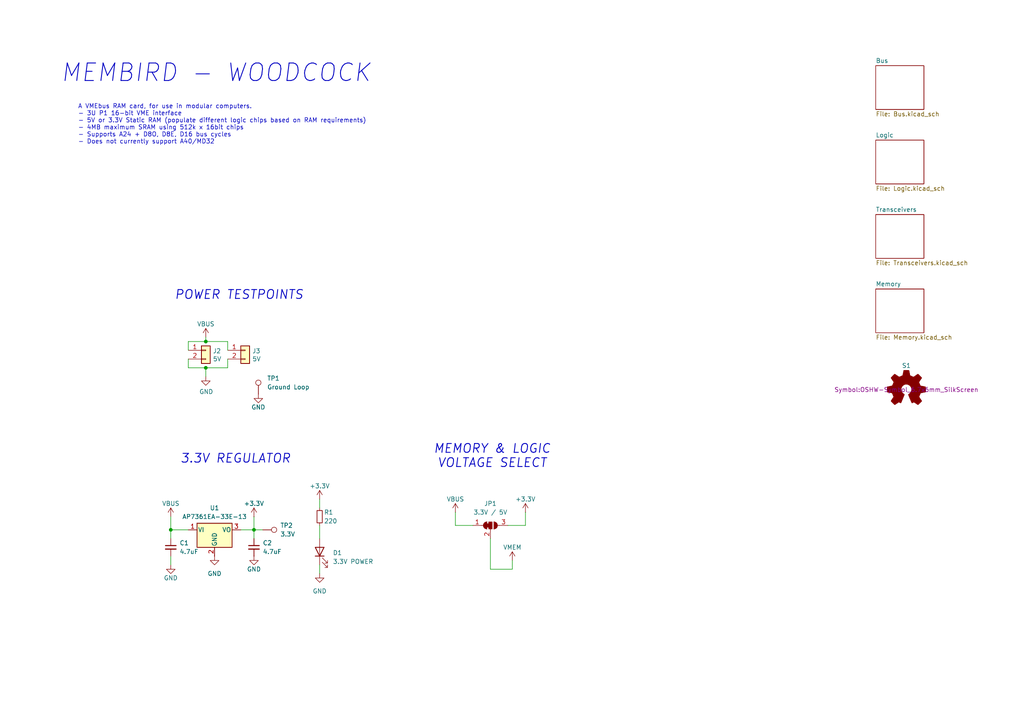
<source format=kicad_sch>
(kicad_sch (version 20231120) (generator "eeschema") (generator_version "8.0")
  (paper "A4")
  (title_block (title "MemBird - Woodcock") (rev "1"))
  (junction (at 59.69 106.68))
  (junction (at 49.53 153.67))
  (junction (at 73.66 153.67))
  (junction (at 59.69 99.06))
  (wire (pts (xy 132.08 152.4) (xy 137.16 152.4)))
  (wire (pts (xy 132.08 148.59) (xy 132.08 152.4)))
  (wire (pts (xy 92.71 144.78) (xy 92.71 147.32)))
  (wire (pts (xy 152.4 152.4) (xy 152.4 148.59)))
  (wire (pts (xy 69.85 153.67) (xy 73.66 153.67)))
  (wire (pts (xy 147.32 152.4) (xy 152.4 152.4)))
  (wire (pts (xy 49.53 161.29) (xy 49.53 163.83)))
  (wire (pts (xy 49.53 153.67) (xy 49.53 156.21)))
  (wire (pts (xy 49.53 149.86) (xy 49.53 153.67)))
  (wire (pts (xy 66.04 101.6) (xy 66.04 99.06)))
  (wire (pts (xy 54.61 106.68) (xy 59.69 106.68)))
  (wire (pts (xy 73.66 149.86) (xy 73.66 153.67)))
  (wire (pts (xy 73.66 153.67) (xy 76.2 153.67)))
  (wire (pts (xy 92.71 163.83) (xy 92.71 166.37)))
  (wire (pts (xy 59.69 109.22) (xy 59.69 106.68)))
  (wire (pts (xy 59.69 106.68) (xy 66.04 106.68)))
  (wire (pts (xy 66.04 104.14) (xy 66.04 106.68)))
  (wire (pts (xy 92.71 152.4) (xy 92.71 156.21)))
  (wire (pts (xy 73.66 153.67) (xy 73.66 156.21)))
  (wire (pts (xy 142.24 165.1) (xy 142.24 156.21)))
  (wire (pts (xy 49.53 153.67) (xy 54.61 153.67)))
  (wire (pts (xy 148.59 165.1) (xy 142.24 165.1)))
  (wire (pts (xy 54.61 106.68) (xy 54.61 104.14)))
  (wire (pts (xy 59.69 99.06) (xy 59.69 97.79)))
  (wire (pts (xy 148.59 162.56) (xy 148.59 165.1)))
  (wire (pts (xy 54.61 99.06) (xy 59.69 99.06)))
  (wire (pts (xy 59.69 99.06) (xy 66.04 99.06)))
  (wire (pts (xy 54.61 99.06) (xy 54.61 101.6)))
  (polyline (pts (xy 121.5744 22.5656) (xy 121.579 22.5661) (xy 121.5835 22.5668) (xy 121.5881 22.5677) (xy 121.5926 22.5689) (xy 121.5971 22.5703) (xy 121.6014 22.5719) (xy 121.6056 22.5738) (xy 121.6097 22.5758) (xy 121.6135 22.5779) (xy 121.6171 22.5803) (xy 121.6205 22.5827) (xy 121.6235 22.5853) (xy 121.6263 22.588) (xy 121.6287 22.5908) (xy 121.6307 22.5937) (xy 121.6315 22.5952) (xy 121.6321 22.5968) (xy 121.6326 22.5985) (xy 121.6328 22.6002) (xy 121.6329 22.602) (xy 121.6329 22.6039) (xy 121.6326 22.6059) (xy 121.6322 22.6079) (xy 121.6317 22.61) (xy 121.631 22.6121) (xy 121.6301 22.6143) (xy 121.6291 22.6165) (xy 121.6279 22.6188) (xy 121.6266 22.6211) (xy 121.6252 22.6234) (xy 121.6236 22.6257) (xy 121.6219 22.6281) (xy 121.62 22.6305) (xy 121.616 22.6353) (xy 121.6114 22.6401) (xy 121.6064 22.6449) (xy 121.6009 22.6496) (xy 121.595 22.6543) (xy 121.5887 22.6588) (xy 121.5821 22.6631) (xy 121.5721 22.6693) (xy 121.5631 22.6745) (xy 121.5552 22.6787) (xy 121.5482 22.6819) (xy 121.5451 22.6831) (xy 121.5421 22.6841) (xy 121.5394 22.6848) (xy 121.5369 22.6853) (xy 121.5346 22.6855) (xy 121.5325 22.6854) (xy 121.5306 22.6851) (xy 121.5289 22.6845) (xy 121.5274 22.6836) (xy 121.526 22.6824) (xy 121.5248 22.6809) (xy 121.5238 22.6792) (xy 121.5229 22.6771) (xy 121.5221 22.6748) (xy 121.5215 22.6722) (xy 121.521 22.6693) (xy 121.5207 22.6661) (xy 121.5205 22.6625) (xy 121.5204 22.6546) (xy 121.5207 22.6454) (xy 121.5213 22.6349) (xy 121.5221 22.6278) (xy 121.5233 22.621) (xy 121.5249 22.6143) (xy 121.5268 22.6079) (xy 121.5291 22.6019) (xy 121.5317 22.5962) (xy 121.5346 22.5908) (xy 121.5378 22.5859) (xy 121.5412 22.5814) (xy 121.5448 22.5774) (xy 121.5487 22.5739) (xy 121.5527 22.571) (xy 121.5547 22.5697) (xy 121.5568 22.5686) (xy 121.5589 22.5677) (xy 121.5611 22.5669) (xy 121.5633 22.5663) (xy 121.5655 22.5658) (xy 121.5677 22.5656) (xy 121.5699 22.5655) (xy 121.5744 22.5656)) (stroke (width -0.0001) (type solid)) (fill (type outline)))
  (polyline (pts (xy 116.1898 15.582) (xy 116.2662 15.5851) (xy 116.3521 15.5901) (xy 116.4446 15.5967) (xy 116.5409 15.6048) (xy 116.638 15.6141) (xy 116.7332 15.6243) (xy 116.8235 15.6353) (xy 116.9248 15.6496) (xy 117.0215 15.6654) (xy 117.1132 15.6827) (xy 117.1997 15.7014) (xy 117.2808 15.7214) (xy 117.356 15.7428) (xy 117.4253 15.7653) (xy 117.4882 15.7891) (xy 117.5393 15.8107) (xy 117.5914 15.8341) (xy 117.643 15.8587) (xy 117.6926 15.8837) (xy 117.7389 15.9083) (xy 117.7803 15.9318) (xy 117.8154 15.9534) (xy 117.8302 15.9633) (xy 117.8428 15.9724) (xy 117.8705 15.994) (xy 117.9065 16.0232) (xy 117.9975 16.0993) (xy 118.1038 16.1903) (xy 118.2131 16.286) (xy 118.3215 16.3809) (xy 118.4252 16.4697) (xy 118.5126 16.5426) (xy 118.5465 16.5699) (xy 118.5718 16.5895) (xy 118.5973 16.6076) (xy 118.6315 16.6308) (xy 118.6729 16.6581) (xy 118.7201 16.6886) (xy 118.8257 16.7552) (xy 118.8811 16.7894) (xy 118.9363 16.8229) (xy 119.0585 16.8947) (xy 119.1957 16.9724) (xy 119.3311 17.0466) (xy 119.4478 17.1081) (xy 119.5785 17.1734) (xy 119.7518 17.2582) (xy 119.945 17.3513) (xy 120.1357 17.442) (xy 120.231 17.4883) (xy 120.3326 17.5401) (xy 120.4376 17.5958) (xy 120.5427 17.6535) (xy 120.6448 17.7115) (xy 120.7408 17.7681) (xy 120.8275 17.8215) (xy 120.9018 17.8699) (xy 120.9693 17.9161) (xy 121.0364 17.9632) (xy 121.1015 18.0098) (xy 121.1628 18.0546) (xy 121.2184 18.0963) (xy 121.2667 18.1336) (xy 121.3058 18.1653) (xy 121.3339 18.1898) (xy 121.3554 18.2095) (xy 121.3755 18.2269) (xy 121.3938 18.2417) (xy 121.4021 18.2481) (xy 121.4097 18.2537) (xy 121.4167 18.2586) (xy 121.4229 18.2626) (xy 121.4283 18.2657) (xy 121.4329 18.2679) (xy 121.4366 18.2692) (xy 121.438 18.2695) (xy 121.4393 18.2695) (xy 121.4402 18.2692) (xy 121.4409 18.2687) (xy 121.4414 18.268) (xy 121.4416 18.2669) (xy 121.4416 18.2658) (xy 121.4417 18.2648) (xy 121.4419 18.2638) (xy 121.4422 18.263) (xy 121.4425 18.2623) (xy 121.4427 18.262) (xy 121.4429 18.2617) (xy 121.4431 18.2615) (xy 121.4433 18.2612) (xy 121.4436 18.261) (xy 121.4438 18.2608) (xy 121.4441 18.2607) (xy 121.4444 18.2605) (xy 121.4446 18.2604) (xy 121.445 18.2604) (xy 121.4453 18.2603) (xy 121.4456 18.2603) (xy 121.4463 18.2603) (xy 121.447 18.2604) (xy 121.4478 18.2606) (xy 121.4487 18.2609) (xy 121.4496 18.2613) (xy 121.4505 18.2618) (xy 121.4514 18.2624) (xy 121.4524 18.263) (xy 121.4535 18.2638) (xy 121.4545 18.2647) (xy 121.4556 18.2656) (xy 121.4567 18.2667) (xy 121.4579 18.2678) (xy 121.4591 18.269) (xy 121.4603 18.2704) (xy 121.4615 18.2718) (xy 121.4628 18.2732) (xy 121.4641 18.2748) (xy 121.4654 18.2765) (xy 121.4667 18.2782) (xy 121.468 18.28) (xy 121.4724 18.2849) (xy 121.4801 18.2919) (xy 121.4908 18.301) (xy 121.5045 18.312) (xy 121.5399 18.3391) (xy 121.5848 18.3723) (xy 121.6376 18.4104) (xy 121.6969 18.4524) (xy 121.7612 18.4971) (xy 121.8291 18.5436) (xy 122.1538 18.7668) (xy 122.3212 18.8834) (xy 122.4641 18.984) (xy 122.5994 19.0817) (xy 122.7462 19.19) (xy 122.8868 19.296) (xy 123.0035 19.3863) (xy 123.0513 19.4247) (xy 123.0951 19.4613) (xy 123.1342 19.4951) (xy 123.1674 19.5254) (xy 123.1941 19.5512) (xy 123.2046 19.5622) (xy 123.2131 19.5718) (xy 123.2196 19.5799) (xy 123.2237 19.5863) (xy 123.2256 19.591) (xy 123.2256 19.5926) (xy 123.225 19.5938) (xy 123.2242 19.5948) (xy 123.2237 19.596) (xy 123.2235 19.5972) (xy 123.2236 19.5986) (xy 123.224 19.6002) (xy 123.2247 19.6018) (xy 123.2257 19.6036) (xy 123.2269 19.6054) (xy 123.2284 19.6074) (xy 123.2301 19.6095) (xy 123.2321 19.6116) (xy 123.2343 19.6139) (xy 123.2368 19.6162) (xy 123.2395 19.6186) (xy 123.2455 19.6237) (xy 123.2525 19.629) (xy 123.2602 19.6345) (xy 123.2686 19.6402) (xy 123.2778 19.646) (xy 123.2876 19.652) (xy 123.298 19.6579) (xy 123.309 19.664) (xy 123.3205 19.67) (xy 123.332 19.6761) (xy 123.3431 19.6825) (xy 123.3538 19.6892) (xy 123.3639 19.6961) (xy 123.3734 19.7031) (xy 123.3823 19.7101) (xy 123.3905 19.7172) (xy 123.398 19.7243) (xy 123.4046 19.7313) (xy 123.4104 19.7381) (xy 123.4154 19.7448) (xy 123.4193 19.7512) (xy 123.4223 19.7574) (xy 123.4233 19.7603) (xy 123.4241 19.7632) (xy 123.4247 19.7659) (xy 123.4249 19.7686) (xy 123.4249 19.7711) (xy 123.4245 19.7735) (xy 123.4241 19.7758) (xy 123.4237 19.778) (xy 123.4235 19.7801) (xy 123.4233 19.7822) (xy 123.4232 19.7841) (xy 123.4233 19.786) (xy 123.4234 19.7877) (xy 123.4236 19.7894) (xy 123.4239 19.791) (xy 123.4243 19.7924) (xy 123.4248 19.7938) (xy 123.4253 19.7951) (xy 123.4259 19.7962) (xy 123.4266 19.7973) (xy 123.4274 19.7983) (xy 123.4283 19.7991) (xy 123.4292 19.7998) (xy 123.4302 19.8005) (xy 123.4313 19.801) (xy 123.4325 19.8014) (xy 123.4337 19.8016) (xy 123.435 19.8018) (xy 123.4363 19.8018) (xy 123.4377 19.8018) (xy 123.4392 19.8016) (xy 123.4407 19.8013) (xy 123.4423 19.8008) (xy 123.4439 19.8002) (xy 123.4456 19.7996) (xy 123.4474 19.7987) (xy 123.4491 19.7978) (xy 123.451 19.7967) (xy 123.4531 19.7957) (xy 123.4555 19.7951) (xy 123.4584 19.7949) (xy 123.4617 19.795) (xy 123.4653 19.7955) (xy 123.4693 19.7963) (xy 123.4782 19.7989) (xy 123.4885 19.8028) (xy 123.4999 19.8079) (xy 123.5123 19.8141) (xy 123.5257 19.8214) (xy 123.54 19.8298) (xy 123.555 19.8391) (xy 123.5706 19.8494) (xy 123.5868 19.8605) (xy 123.6034 19.8724) (xy 123.6203 19.885) (xy 123.6375 19.8984) (xy 123.6547 19.9123) (xy 123.6929 19.9427) (xy 123.7372 19.9762) (xy 123.786 20.0118) (xy 123.8378 20.0483) (xy 123.891 20.0846) (xy 123.9439 20.1197) (xy 123.995 20.1523) (xy 124.0428 20.1815) (xy 124.0652 20.1952) (xy 124.087 20.2089) (xy 124.1284 20.2365) (xy 124.1658 20.2634) (xy 124.1828 20.2764) (xy 124.1985 20.289) (xy 124.2127 20.3011) (xy 124.2254 20.3125) (xy 124.2365 20.3233) (xy 124.2458 20.3332) (xy 124.2533 20.3423) (xy 124.2587 20.3504) (xy 124.2621 20.3573) (xy 124.2629 20.3604) (xy 124.2632 20.3632) (xy 124.2631 20.366) (xy 124.2628 20.3687) (xy 124.2623 20.3714) (xy 124.2616 20.374) (xy 124.2607 20.3765) (xy 124.2596 20.379) (xy 124.2584 20.3814) (xy 124.2569 20.3838) (xy 124.2553 20.386) (xy 124.2534 20.3882) (xy 124.2514 20.3903) (xy 124.2493 20.3924) (xy 124.2469 20.3943) (xy 124.2444 20.3962) (xy 124.2418 20.398) (xy 124.239 20.3997) (xy 124.236 20.4013) (xy 124.2329 20.4028) (xy 124.2296 20.4042) (xy 124.2262 20.4055) (xy 124.2226 20.4068) (xy 124.2189 20.4079) (xy 124.2151 20.409) (xy 124.2111 20.4099) (xy 124.207 20.4107) (xy 124.2028 20.4115) (xy 124.1985 20.4121) (xy 124.194 20.4126) (xy 124.1894 20.413) (xy 124.1847 20.4133) (xy 124.1799 20.4135) (xy 124.175 20.4135) (xy 124.1656 20.4138) (xy 124.1565 20.4144) (xy 124.1478 20.4156) (xy 124.1396 20.4171) (xy 124.1318 20.4191) (xy 124.1245 20.4214) (xy 124.1178 20.4241) (xy 124.1117 20.4272) (xy 124.1061 20.4306) (xy 124.1012 20.4343) (xy 124.0969 20.4383) (xy 124.0951 20.4404) (xy 124.0934 20.4426) (xy 124.0919 20.4448) (xy 124.0906 20.4471) (xy 124.0895 20.4495) (xy 124.0885 20.4519) (xy 124.0878 20.4544) (xy 124.0873 20.4569) (xy 124.087 20.4595) (xy 124.0868 20.4622) (xy 124.087 20.4647) (xy 124.0874 20.4673) (xy 124.088 20.47) (xy 124.0888 20.4727) (xy 124.0899 20.4754) (xy 124.0912 20.4782) (xy 124.0928 20.4811) (xy 124.0945 20.4839) (xy 124.0965 20.4868) (xy 124.0986 20.4897) (xy 124.1009 20.4927) (xy 124.1035 20.4956) (xy 124.1091 20.5015) (xy 124.1153 20.5073) (xy 124.1222 20.5131) (xy 124.1297 20.5187) (xy 124.1377 20.5242) (xy 124.1462 20.5294) (xy 124.1551 20.5344) (xy 124.1644 20.5392) (xy 124.174 20.5435) (xy 124.1839 20.5475) (xy 124.2117 20.5575) (xy 124.254 20.5718) (xy 124.3732 20.6106) (xy 124.5248 20.6586) (xy 124.6921 20.7106) (xy 124.7777 20.7359) (xy 124.8634 20.7596) (xy 124.9469 20.781) (xy 125.0258 20.7998) (xy 125.098 20.8152) (xy 125.161 20.8269) (xy 125.2127 20.8343) (xy 125.2335 20.8362) (xy 125.2507 20.8368) (xy 125.2691 20.837) (xy 125.2861 20.8375) (xy 125.3017 20.8383) (xy 125.3159 20.8394) (xy 125.3288 20.8409) (xy 125.3402 20.8427) (xy 125.3503 20.8449) (xy 125.3591 20.8474) (xy 125.3666 20.8503) (xy 125.3728 20.8536) (xy 125.3776 20.8572) (xy 125.3796 20.8591) (xy 125.3813 20.8611) (xy 125.3826 20.8633) (xy 125.3836 20.8655) (xy 125.3843 20.8678) (xy 125.3847 20.8703) (xy 125.3848 20.8728) (xy 125.3846 20.8754) (xy 125.3833 20.8809) (xy 125.3823 20.8832) (xy 125.381 20.8855) (xy 125.3792 20.8879) (xy 125.3771 20.8903) (xy 125.3746 20.8926) (xy 125.3718 20.895) (xy 125.3686 20.8974) (xy 125.365 20.8998) (xy 125.357 20.9047) (xy 125.3478 20.9094) (xy 125.3375 20.9142) (xy 125.3261 20.9188) (xy 125.3138 20.9232) (xy 125.3007 20.9275) (xy 125.2868 20.9316) (xy 125.2723 20.9355) (xy 125.2572 20.9391) (xy 125.2416 20.9423) (xy 125.2256 20.9453) (xy 125.2093 20.9478) (xy 125.1918 20.9506) (xy 125.1741 20.9542) (xy 125.1564 20.9584) (xy 125.1385 20.9631) (xy 125.1208 20.9685) (xy 125.1032 20.9744) (xy 125.0859 20.9808) (xy 125.069 20.9876) (xy 125.0525 20.9949) (xy 125.0366 21.0025) (xy 125.0213 21.0104) (xy 125.0068 21.0187) (xy 124.9931 21.0271) (xy 124.9803 21.0358) (xy 124.9686 21.0447) (xy 124.958 21.0537) (xy 124.8541 21.1486) (xy 124.7332 21.2602) (xy 124.7067 21.2852) (xy 124.6823 21.3088) (xy 124.6605 21.3306) (xy 124.6418 21.35) (xy 124.6268 21.3665) (xy 124.6159 21.3795) (xy 124.6122 21.3845) (xy 124.6097 21.3884) (xy 124.6085 21.3912) (xy 124.6084 21.3921) (xy 124.6086 21.3927) (xy 124.6089 21.3934) (xy 124.609 21.3945) (xy 124.6086 21.3979) (xy 124.6073 21.403) (xy 124.6051 21.4094) (xy 124.6023 21.4173) (xy 124.5987 21.4264) (xy 124.5895 21.4483) (xy 124.5779 21.4742) (xy 124.5642 21.5034) (xy 124.5487 21.5353) (xy 124.5317 21.5691) (xy 124.5225 21.5865) (xy 124.5125 21.604) (xy 124.5019 21.6215) (xy 124.4907 21.6389) (xy 124.479 21.6561) (xy 124.4669 21.6729) (xy 124.4546 21.6893) (xy 124.442 21.7052) (xy 124.4294 21.7203) (xy 124.4167 21.7347) (xy 124.4041 21.7481) (xy 124.3918 21.7605) (xy 124.3797 21.7717) (xy 124.368 21.7817) (xy 124.3567 21.7902) (xy 124.346 21.7973) (xy 124.3232 21.812) (xy 124.2967 21.8304) (xy 124.2676 21.8517) (xy 124.2368 21.8753) (xy 124.2052 21.9005) (xy 124.1737 21.9263) (xy 124.1434 21.9522) (xy 124.1151 21.9774) (xy 124.1007 21.9901) (xy 124.085 22.0028) (xy 124.0683 22.0154) (xy 124.0507 22.028) (xy 124.0322 22.0403) (xy 124.0131 22.0524) (xy 123.9935 22.0641) (xy 123.9734 22.0755) (xy 123.9532 22.0863) (xy 123.9327 22.0966) (xy 123.9124 22.1063) (xy 123.8921 22.1153) (xy 123.8721 22.1234) (xy 123.8526 22.1307) (xy 123.8336 22.1371) (xy 123.8153 22.1425) (xy 123.7803 22.1524) (xy 123.746 22.163) (xy 123.7132 22.1739) (xy 123.6827 22.1849) (xy 123.6554 22.1956) (xy 123.6323 22.2056) (xy 123.6141 22.2147) (xy 123.6071 22.2188) (xy 123.6018 22.2225) (xy 123.5964 22.2265) (xy 123.5915 22.2298) (xy 123.5868 22.2327) (xy 123.5825 22.2349) (xy 123.5805 22.2358) (xy 123.5785 22.2366) (xy 123.5767 22.2372) (xy 123.5749 22.2377) (xy 123.5732 22.238) (xy 123.5717 22.2382) (xy 123.5701 22.2382) (xy 123.5687 22.2381) (xy 123.5674 22.2379) (xy 123.5661 22.2375) (xy 123.565 22.237) (xy 123.5639 22.2363) (xy 123.5629 22.2355) (xy 123.562 22.2345) (xy 123.5612 22.2334) (xy 123.5604 22.2322) (xy 123.5598 22.2308) (xy 123.5592 22.2292) (xy 123.5588 22.2276) (xy 123.5584 22.2257) (xy 123.5581 22.2238) (xy 123.5579 22.2217) (xy 123.5577 22.2194) (xy 123.5577 22.217) (xy 123.5576 22.215) (xy 123.5575 22.213) (xy 123.5573 22.211) (xy 123.557 22.209) (xy 123.5566 22.2071) (xy 123.5561 22.2053) (xy 123.5555 22.2034) (xy 123.5549 22.2016) (xy 123.5542 22.1999) (xy 123.5534 22.1982) (xy 123.5526 22.1965) (xy 123.5516 22.1949) (xy 123.5506 22.1933) (xy 123.5496 22.1919) (xy 123.5485 22.1904) (xy 123.5473 22.189) (xy 123.5461 22.1877) (xy 123.5448 22.1865) (xy 123.5435 22.1853) (xy 123.5421 22.1842) (xy 123.5407 22.1832) (xy 123.5392 22.1822) (xy 123.5377 22.1813) (xy 123.5361 22.1805) (xy 123.5345 22.1798) (xy 123.5329 22.1792) (xy 123.5312 22.1787) (xy 123.5295 22.1782) (xy 123.5278 22.1779) (xy 123.526 22.1776) (xy 123.5242 22.1775) (xy 123.5224 22.1774) (xy 123.5206 22.1775) (xy 123.5188 22.1776) (xy 123.517 22.1779) (xy 123.5153 22.1783) (xy 123.5136 22.1788) (xy 123.5119 22.1794) (xy 123.5103 22.1801) (xy 123.5087 22.1809) (xy 123.5071 22.1818) (xy 123.5056 22.1828) (xy 123.5041 22.1839) (xy 123.5027 22.1851) (xy 123.5013 22.1864) (xy 123.5 22.1877) (xy 123.4987 22.1891) (xy 123.4975 22.1906) (xy 123.4963 22.1922) (xy 123.4952 22.1938) (xy 123.4942 22.1955) (xy 123.4932 22.1972) (xy 123.4923 22.1991) (xy 123.4914 22.2009) (xy 123.4906 22.2029) (xy 123.4899 22.2049) (xy 123.4893 22.2069) (xy 123.4887 22.209) (xy 123.4882 22.2111) (xy 123.4878 22.2133) (xy 123.4875 22.2155) (xy 123.4873 22.2177) (xy 123.4872 22.22) (xy 123.4871 22.2223) (xy 123.487 22.2247) (xy 123.4865 22.2272) (xy 123.4858 22.2298) (xy 123.4848 22.2325) (xy 123.4835 22.2354) (xy 123.4819 22.2383) (xy 123.4801 22.2413) (xy 123.4781 22.2444) (xy 123.4758 22.2476) (xy 123.4732 22.2509) (xy 123.4675 22.2576) (xy 123.4609 22.2645) (xy 123.4534 22.2715) (xy 123.4453 22.2787) (xy 123.4365 22.2859) (xy 123.427 22.2931) (xy 123.417 22.3002) (xy 123.4065 22.3072) (xy 123.3955 22.314) (xy 123.3842 22.3206) (xy 123.3725 22.3269) (xy 123.3474 22.3394) (xy 123.3199 22.352) (xy 123.291 22.3643) (xy 123.2616 22.3761) (xy 123.2324 22.387) (xy 123.2045 22.3965) (xy 123.1787 22.4045) (xy 123.1559 22.4105) (xy 123.1339 22.4155) (xy 123.1105 22.4205) (xy 123.0863 22.4253) (xy 123.0621 22.4298) (xy 123.0386 22.4339) (xy 123.0165 22.4375) (xy 122.9966 22.4404) (xy 122.9795 22.4425) (xy 122.9442 22.446) (xy 122.903 22.4496) (xy 122.8611 22.4527) (xy 122.8236 22.4551) (xy 122.8154 22.4558) (xy 122.8077 22.4567) (xy 122.8004 22.4581) (xy 122.7937 22.4597) (xy 122.7875 22.4615) (xy 122.7819 22.4637) (xy 122.7768 22.4661) (xy 122.7725 22.4687) (xy 122.7687 22.4715) (xy 122.7671 22.4729) (xy 122.7657 22.4744) (xy 122.7645 22.476) (xy 122.7634 22.4776) (xy 122.7626 22.4792) (xy 122.7619 22.4808) (xy 122.7614 22.4825) (xy 122.7611 22.4842) (xy 122.7611 22.486) (xy 122.7612 22.4877) (xy 122.7616 22.4895) (xy 122.7621 22.4913) (xy 122.7629 22.4931) (xy 122.7639 22.4949) (xy 122.765 22.4968) (xy 122.7658 22.4987) (xy 122.7663 22.5005) (xy 122.7665 22.5023) (xy 122.7665 22.5041) (xy 122.7662 22.5058) (xy 122.7656 22.5074) (xy 122.7648 22.5091) (xy 122.7638 22.5106) (xy 122.7625 22.5122) (xy 122.761 22.5137) (xy 122.7592 22.5151) (xy 122.7572 22.5165) (xy 122.7549 22.5178) (xy 122.7525 22.519) (xy 122.7498 22.5202) (xy 122.7469 22.5214) (xy 122.7438 22.5225) (xy 122.7405 22.5235) (xy 122.737 22.5244) (xy 122.7333 22.5253) (xy 122.7293 22.5261) (xy 122.7252 22.5269) (xy 122.7209 22.5276) (xy 122.7164 22.5282) (xy 122.7117 22.5287) (xy 122.7069 22.5291) (xy 122.7019 22.5295) (xy 122.6967 22.5298) (xy 122.6913 22.53) (xy 122.6858 22.5301) (xy 122.6801 22.5302) (xy 122.6688 22.5304) (xy 122.6569 22.531) (xy 122.6443 22.532) (xy 122.6313 22.5333) (xy 122.6041 22.5369) (xy 122.5763 22.5417) (xy 122.5487 22.5476) (xy 122.5221 22.5543) (xy 122.5094 22.5579) (xy 122.4973 22.5616) (xy 122.4859 22.5655) (xy 122.4752 22.5695) (xy 122.4531 22.5776) (xy 122.4283 22.5856) (xy 122.4016 22.5931) (xy 122.374 22.6001) (xy 122.3461 22.6064) (xy 122.319 22.6116) (xy 122.2933 22.6157) (xy 122.27 22.6185) (xy 122.2213 22.6235) (xy 122.1668 22.6302) (xy 122.1132 22.6375) (xy 122.0672 22.6448) (xy 122.0566 22.6465) (xy 122.0465 22.6477) (xy 122.0368 22.6484) (xy 122.0277 22.6488) (xy 122.0191 22.6487) (xy 122.0111 22.6482) (xy 122.0037 22.6473) (xy 121.9969 22.646) (xy 121.9909 22.6444) (xy 121.9855 22.6423) (xy 121.9808 22.6399) (xy 121.9769 22.6371) (xy 121.9753 22.6355) (xy 121.9738 22.6339) (xy 121.9726 22.6322) (xy 121.9716 22.6304) (xy 121.9708 22.6285) (xy 121.9702 22.6265) (xy 121.9698 22.6245) (xy 121.9696 22.6223) (xy 121.9696 22.6204) (xy 121.9694 22.6186) (xy 121.9692 22.617) (xy 121.9688 22.6155) (xy 121.9684 22.6142) (xy 121.9679 22.6131) (xy 121.9674 22.6121) (xy 121.9667 22.6113) (xy 121.966 22.6106) (xy 121.9652 22.6101) (xy 121.9644 22.6097) (xy 121.9635 22.6095) (xy 121.9625 22.6094) (xy 121.9615 22.6095) (xy 121.9604 22.6098) (xy 121.9592 22.6102) (xy 121.958 22.6107) (xy 121.9567 22.6114) (xy 121.9554 22.6122) (xy 121.9541 22.6132) (xy 121.9527 22.6143) (xy 121.9512 22.6156) (xy 121.9497 22.617) (xy 121.9482 22.6186) (xy 121.9467 22.6203) (xy 121.9451 22.6221) (xy 121.9434 22.6241) (xy 121.9418 22.6262) (xy 121.9401 22.6284) (xy 121.9384 22.6308) (xy 121.9367 22.6334) (xy 121.9349 22.636) (xy 121.9308 22.6422) (xy 121.9269 22.6477) (xy 121.9233 22.6524) (xy 121.9199 22.6564) (xy 121.9183 22.6581) (xy 121.9168 22.6596) (xy 121.9154 22.6609) (xy 121.914 22.6621) (xy 121.9127 22.663) (xy 121.9114 22.6637) (xy 121.9102 22.6643) (xy 121.9091 22.6647) (xy 121.9081 22.6649) (xy 121.9071 22.6648) (xy 121.9062 22.6647) (xy 121.9053 22.6643) (xy 121.9045 22.6637) (xy 121.9038 22.6629) (xy 121.9031 22.662) (xy 121.9025 22.6608) (xy 121.902 22.6595) (xy 121.9016 22.658) (xy 121.9012 22.6562) (xy 121.9008 22.6543) (xy 121.9006 22.6522) (xy 121.9004 22.65) (xy 121.9002 22.6448) (xy 121.9 22.6425) (xy 121.8996 22.6402) (xy 121.899 22.638) (xy 121.8981 22.6358) (xy 121.8971 22.6336) (xy 121.8958 22.6316) (xy 121.8943 22.6295) (xy 121.8926 22.6276) (xy 121.8906 22.6256) (xy 121.8885 22.6238) (xy 121.8862 22.622) (xy 121.8837 22.6203) (xy 121.881 22.6186) (xy 121.8782 22.617) (xy 121.8751 22.6155) (xy 121.872 22.6141) (xy 121.8686 22.6127) (xy 121.8651 22.6115) (xy 121.8614 22.6103) (xy 121.8576 22.6092) (xy 121.8537 22.6081) (xy 121.8496 22.6072) (xy 121.8454 22.6063) (xy 121.8411 22.6056) (xy 121.8366 22.6049) (xy 121.8321 22.6044) (xy 121.8274 22.6039) (xy 121.8226 22.6036) (xy 121.8178 22.6033) (xy 121.8128 22.6032) (xy 121.8077 22.6031) (xy 121.8026 22.6032) (xy 121.7751 22.6041) (xy 121.7641 22.6047) (xy 121.7548 22.6055) (xy 121.7474 22.6063) (xy 121.7416 22.6074) (xy 121.7394 22.608) (xy 121.7376 22.6086) (xy 121.7363 22.6094) (xy 121.7353 22.6101) (xy 121.7348 22.6109) (xy 121.7347 22.6118) (xy 121.735 22.6128) (xy 121.7358 22.6138) (xy 121.7369 22.6149) (xy 121.7384 22.6161) (xy 121.7427 22.6187) (xy 121.7485 22.6217) (xy 121.7559 22.625) (xy 121.7649 22.6288) (xy 121.7754 22.633) (xy 121.7874 22.6377) (xy 121.7977 22.6419) (xy 121.8065 22.6457) (xy 121.8136 22.6492) (xy 121.8166 22.6509) (xy 121.8191 22.6525) (xy 121.8212 22.6541) (xy 121.8229 22.6557) (xy 121.8242 22.6572) (xy 121.8251 22.6588) (xy 121.8256 22.6604) (xy 121.8256 22.662) (xy 121.8253 22.6637) (xy 121.8245 22.6654) (xy 121.8233 22.6671) (xy 121.8217 22.669) (xy 121.8196 22.6709) (xy 121.8171 22.6729) (xy 121.8142 22.6751) (xy 121.8109 22.6773) (xy 121.803 22.6822) (xy 121.7933 22.6877) (xy 121.7689 22.701) (xy 121.7532 22.7092) (xy 121.7379 22.7169) (xy 121.7234 22.7238) (xy 121.7101 22.7299) (xy 121.6983 22.7348) (xy 121.6884 22.7386) (xy 121.6808 22.741) (xy 121.678 22.7416) (xy 121.6759 22.7418) (xy 121.6751 22.7418) (xy 121.6743 22.7415) (xy 121.6736 22.7411) (xy 121.6729 22.7405) (xy 121.6723 22.7398) (xy 121.6718 22.7389) (xy 121.6713 22.7379) (xy 121.6708 22.7367) (xy 121.6704 22.7354) (xy 121.6701 22.7339) (xy 121.6698 22.7324) (xy 121.6696 22.7307) (xy 121.6694 22.7288) (xy 121.6693 22.7269) (xy 121.6692 22.7227) (xy 121.6693 22.718) (xy 121.6697 22.713) (xy 121.6703 22.7076) (xy 121.671 22.7019) (xy 121.672 22.6959) (xy 121.6733 22.6897) (xy 121.6747 22.6832) (xy 121.6763 22.6766) (xy 121.6778 22.6696) (xy 121.6785 22.6622) (xy 121.6787 22.6545) (xy 121.6782 22.6465) (xy 121.6772 22.6382) (xy 121.6756 22.6298) (xy 121.6735 22.6213) (xy 121.6708 22.6128) (xy 121.6676 22.6043) (xy 121.664 22.596) (xy 121.6599 22.5877) (xy 121.6573 22.5831) (xy 122.0407 22.5831) (xy 122.0408 22.584) (xy 122.0408 22.5849) (xy 122.0409 22.5858) (xy 122.0411 22.5867) (xy 122.0413 22.5875) (xy 122.0415 22.5883) (xy 122.0418 22.5892) (xy 122.0421 22.59) (xy 122.0425 22.5907) (xy 122.0429 22.5915) (xy 122.0433 22.5922) (xy 122.0438 22.593) (xy 122.0442 22.5937) (xy 122.0448 22.5943) (xy 122.0453 22.595) (xy 122.0459 22.5956) (xy 122.0465 22.5962) (xy 122.0472 22.5967) (xy 122.0478 22.5972) (xy 122.0485 22.5977) (xy 122.0492 22.5982) (xy 122.05 22.5986) (xy 122.0507 22.599) (xy 122.0515 22.5994) (xy 122.0523 22.5997) (xy 122.0531 22.6) (xy 122.054 22.6002) (xy 122.0548 22.6004) (xy 122.0557 22.6006) (xy 122.0566 22.6007) (xy 122.0575 22.6007) (xy 122.0584 22.6008) (xy 122.0593 22.6007) (xy 122.0602 22.6007) (xy 122.061 22.6006) (xy 122.0619 22.6004) (xy 122.0628 22.6002) (xy 122.0636 22.6) (xy 122.0644 22.5997) (xy 122.0652 22.5994) (xy 122.066 22.599) (xy 122.0668 22.5986) (xy 122.0675 22.5982) (xy 122.0682 22.5977) (xy 122.0689 22.5972) (xy 122.0696 22.5967) (xy 122.0702 22.5962) (xy 122.0708 22.5956) (xy 122.0714 22.595) (xy 122.072 22.5943) (xy 122.0725 22.5937) (xy 122.073 22.593) (xy 122.0734 22.5922) (xy 122.0739 22.5915) (xy 122.0743 22.5907) (xy 122.0746 22.59) (xy 122.0749 22.5892) (xy 122.0752 22.5883) (xy 122.0755 22.5875) (xy 122.0756 22.5867) (xy 122.0758 22.5858) (xy 122.0759 22.5849) (xy 122.076 22.584) (xy 122.076 22.5831) (xy 122.076 22.5822) (xy 122.0759 22.5813) (xy 122.0758 22.5804) (xy 122.0756 22.5796) (xy 122.0755 22.5787) (xy 122.0752 22.5779) (xy 122.0749 22.5771) (xy 122.0746 22.5763) (xy 122.0743 22.5755) (xy 122.0739 22.5747) (xy 122.0734 22.574) (xy 122.073 22.5733) (xy 122.0725 22.5726) (xy 122.072 22.5719) (xy 122.0714 22.5713) (xy 122.0708 22.5707) (xy 122.0702 22.5701) (xy 122.0696 22.5695) (xy 122.0689 22.569) (xy 122.0682 22.5685) (xy 122.0675 22.568) (xy 122.0668 22.5676) (xy 122.066 22.5672) (xy 122.0652 22.5669) (xy 122.0644 22.5666) (xy 122.0636 22.5663) (xy 122.0628 22.566) (xy 122.0619 22.5658) (xy 122.061 22.5657) (xy 122.0602 22.5656) (xy 122.0593 22.5655) (xy 122.0584 22.5655) (xy 122.0575 22.5655) (xy 122.0566 22.5656) (xy 122.0557 22.5657) (xy 122.0548 22.5658) (xy 122.054 22.566) (xy 122.0531 22.5663) (xy 122.0523 22.5666) (xy 122.0515 22.5669) (xy 122.0507 22.5672) (xy 122.05 22.5676) (xy 122.0492 22.568) (xy 122.0485 22.5685) (xy 122.0478 22.569) (xy 122.0472 22.5695) (xy 122.0465 22.5701) (xy 122.0459 22.5707) (xy 122.0453 22.5713) (xy 122.0448 22.5719) (xy 122.0442 22.5726) (xy 122.0438 22.5733) (xy 122.0433 22.574) (xy 122.0429 22.5747) (xy 122.0425 22.5755) (xy 122.0421 22.5763) (xy 122.0418 22.5771) (xy 122.0415 22.5779) (xy 122.0413 22.5787) (xy 122.0411 22.5796) (xy 122.0409 22.5804) (xy 122.0408 22.5813) (xy 122.0408 22.5822) (xy 122.0407 22.5831) (xy 121.6573 22.5831) (xy 121.6554 22.5797) (xy 121.6505 22.572) (xy 121.6452 22.5647) (xy 121.6395 22.5578) (xy 121.6335 22.5513) (xy 121.6271 22.5453) (xy 121.6203 22.5395) (xy 121.6131 22.5341) (xy 121.6057 22.529) (xy 121.598 22.5243) (xy 121.5902 22.5199) (xy 121.5822 22.516) (xy 121.5743 22.5125) (xy 121.5663 22.5095) (xy 121.5584 22.5069) (xy 121.5507 22.5049) (xy 121.5431 22.5034) (xy 121.5358 22.5025) (xy 121.5289 22.5021) (xy 121.5223 22.5024) (xy 121.5191 22.5028) (xy 121.5161 22.5033) (xy 121.5132 22.504) (xy 121.5103 22.5049) (xy 121.5074 22.5059) (xy 121.5047 22.507) (xy 121.5019 22.5083) (xy 121.4993 22.5097) (xy 121.4967 22.5113) (xy 121.4942 22.513) (xy 121.4918 22.5148) (xy 121.4894 22.5167) (xy 121.4871 22.5187) (xy 121.485 22.5209) (xy 121.4829 22.5231) (xy 121.4808 22.5255) (xy 121.4789 22.5279) (xy 121.4771 22.5304) (xy 121.4754 22.533) (xy 121.4738 22.5357) (xy 121.4723 22.5385) (xy 121.4709 22.5413) (xy 121.4696 22.5442) (xy 121.4684 22.5472) (xy 121.4674 22.5502) (xy 121.4665 22.5532) (xy 121.4657 22.5563) (xy 121.4651 22.5595) (xy 121.4645 22.5626) (xy 121.4642 22.5658) (xy 121.4639 22.5691) (xy 121.4638 22.5723) (xy 121.4639 22.5756) (xy 121.4641 22.5789) (xy 121.4646 22.5871) (xy 121.4646 22.591) (xy 121.4646 22.5946) (xy 121.4644 22.5981) (xy 121.464 22.6014) (xy 121.4636 22.6044) (xy 121.463 22.6073) (xy 121.4622 22.6101) (xy 121.4613 22.6126) (xy 121.4603 22.6149) (xy 121.4591 22.6171) (xy 121.4578 22.6191) (xy 121.4564 22.6209) (xy 121.4548 22.6225) (xy 121.453 22.624) (xy 121.4511 22.6253) (xy 121.449 22.6264) (xy 121.4468 22.6274) (xy 121.4444 22.6281) (xy 121.4418 22.6287) (xy 121.4391 22.6292) (xy 121.4362 22.6295) (xy 121.4331 22.6296) (xy 121.4299 22.6296) (xy 121.4265 22.6294) (xy 121.4229 22.629) (xy 121.4192 22.6285) (xy 121.4152 22.6278) (xy 121.4111 22.627) (xy 121.4023 22.6249) (xy 121.3955 22.6233) (xy 121.3888 22.622) (xy 121.3824 22.6211) (xy 121.3763 22.6206) (xy 121.3704 22.6204) (xy 121.3648 22.6206) (xy 121.3597 22.6211) (xy 121.3549 22.6219) (xy 121.3506 22.623) (xy 121.3467 22.6245) (xy 121.3433 22.6262) (xy 121.3418 22.6272) (xy 121.3405 22.6283) (xy 121.3393 22.6294) (xy 121.3382 22.6306) (xy 121.3373 22.6319) (xy 121.3365 22.6333) (xy 121.3359 22.6347) (xy 121.3355 22.6361) (xy 121.3353 22.6377) (xy 121.3352 22.6393) (xy 121.3351 22.641) (xy 121.3349 22.6426) (xy 121.3345 22.6442) (xy 121.334 22.6457) (xy 121.3334 22.6473) (xy 121.3327 22.6488) (xy 121.3318 22.6503) (xy 121.3308 22.6517) (xy 121.3297 22.6531) (xy 121.3285 22.6545) (xy 121.3272 22.6559) (xy 121.3257 22.6572) (xy 121.3242 22.6584) (xy 121.3226 22.6596) (xy 121.3208 22.6608) (xy 121.319 22.6619) (xy 121.3171 22.663) (xy 121.3151 22.664) (xy 121.313 22.6649) (xy 121.3109 22.6658) (xy 121.3086 22.6666) (xy 121.3063 22.6674) (xy 121.304 22.6681) (xy 121.3015 22.6688) (xy 121.299 22.6693) (xy 121.2965 22.6698) (xy 121.2939 22.6703) (xy 121.2912 22.6706) (xy 121.2885 22.6709) (xy 121.2858 22.6711) (xy 121.283 22.6712) (xy 121.2802 22.6713) (xy 121.2747 22.6711) (xy 121.2695 22.6706) (xy 121.2671 22.6702) (xy 121.2648 22.6698) (xy 121.2626 22.6693) (xy 121.2604 22.6687) (xy 121.2584 22.668) (xy 121.2565 22.6672) (xy 121.2547 22.6664) (xy 121.253 22.6656) (xy 121.2514 22.6646) (xy 121.25 22.6636) (xy 121.2486 22.6626) (xy 121.2474 22.6615) (xy 121.2463 22.6603) (xy 121.2453 22.6591) (xy 121.2444 22.6578) (xy 121.2437 22.6565) (xy 121.2431 22.6552) (xy 121.2427 22.6538) (xy 121.2423 22.6523) (xy 121.2421 22.6508) (xy 121.2421 22.6493) (xy 121.2422 22.6478) (xy 121.2424 22.6462) (xy 121.2428 22.6446) (xy 121.2433 22.6429) (xy 121.244 22.6413) (xy 121.2448 22.6396) (xy 121.2458 22.6379) (xy 121.2468 22.6361) (xy 121.2476 22.6344) (xy 121.2482 22.6328) (xy 121.2485 22.6313) (xy 121.2487 22.6299) (xy 121.2486 22.6285) (xy 121.2485 22.6278) (xy 121.2483 22.6272) (xy 121.2481 22.6266) (xy 121.2479 22.626) (xy 121.2472 22.6248) (xy 121.2464 22.6238) (xy 121.2454 22.6228) (xy 121.2442 22.6219) (xy 121.2428 22.621) (xy 121.2412 22.6203) (xy 121.2395 22.6196) (xy 121.2375 22.6191) (xy 121.2355 22.6186) (xy 121.2332 22.6182) (xy 121.2308 22.6179) (xy 121.2282 22.6177) (xy 121.2255 22.6175) (xy 121.2226 22.6175) (xy 121.2196 22.6175) (xy 121.2164 22.6177) (xy 121.2131 22.6179) (xy 121.2097 22.6182) (xy 121.2061 22.6186) (xy 121.2023 22.6191) (xy 121.1985 22.6197) (xy 121.1945 22.6204) (xy 121.1904 22.6212) (xy 121.1862 22.6221) (xy 121.1492 22.6298) (xy 121.1077 22.6376) (xy 121.067 22.6447) (xy 121.0319 22.6501) (xy 121.0242 22.6513) (xy 121.0162 22.6527) (xy 121 22.6561) (xy 120.9837 22.6602) (xy 120.9678 22.6648) (xy 120.9527 22.6698) (xy 120.9389 22.675) (xy 120.9327 22.6776) (xy 120.927 22.6803) (xy 120.9218 22.6829) (xy 120.9173 22.6856) (xy 120.9152 22.6868) (xy 120.9131 22.6879) (xy 120.9111 22.6889) (xy 120.9091 22.6898) (xy 120.9071 22.6905) (xy 120.9052 22.6911) (xy 120.9033 22.6917) (xy 120.9015 22.692) (xy 120.8997 22.6923) (xy 120.8979 22.6925) (xy 120.8962 22.6925) (xy 120.8945 22.6925) (xy 120.893 22.6923) (xy 120.8914 22.692) (xy 120.8899 22.6916) (xy 120.8885 22.6911) (xy 120.8872 22.6905) (xy 120.8859 22.6898) (xy 120.8847 22.6889) (xy 120.8835 22.688) (xy 120.8825 22.687) (xy 120.8815 22.6858) (xy 120.8806 22.6846) (xy 120.8798 22.6832) (xy 120.879 22.6818) (xy 120.8784 22.6803) (xy 120.8778 22.6786) (xy 120.8774 22.6769) (xy 120.877 22.6751) (xy 120.8768 22.6732) (xy 120.8766 22.6712) (xy 120.8766 22.6691) (xy 120.8765 22.6662) (xy 120.8764 22.6636) (xy 120.8762 22.6612) (xy 120.8759 22.6589) (xy 120.8755 22.6568) (xy 120.875 22.6549) (xy 120.8745 22.6532) (xy 120.8738 22.6517) (xy 120.8731 22.6504) (xy 120.8722 22.6492) (xy 120.8713 22.6483) (xy 120.8702 22.6475) (xy 120.869 22.6469) (xy 120.8678 22.6465) (xy 120.8664 22.6463) (xy 120.8649 22.6463) (xy 120.8633 22.6464) (xy 120.8615 22.6468) (xy 120.8597 22.6473) (xy 120.8577 22.648) (xy 120.8556 22.6489) (xy 120.8534 22.65) (xy 120.851 22.6513) (xy 120.8485 22.6528) (xy 120.8459 22.6544) (xy 120.8432 22.6563) (xy 120.8403 22.6583) (xy 120.8372 22.6605) (xy 120.8307 22.6655) (xy 120.8236 22.6713) (xy 120.8182 22.6756) (xy 120.813 22.6794) (xy 120.8079 22.6828) (xy 120.8031 22.6858) (xy 120.7985 22.6882) (xy 120.7941 22.6902) (xy 120.79 22.6917) (xy 120.7863 22.6927) (xy 120.7845 22.693) (xy 120.7828 22.6932) (xy 120.7813 22.6932) (xy 120.7798 22.6932) (xy 120.7784 22.693) (xy 120.7771 22.6927) (xy 120.776 22.6922) (xy 120.7749 22.6916) (xy 120.7739 22.6909) (xy 120.7731 22.6901) (xy 120.7724 22.6892) (xy 120.7718 22.6881) (xy 120.7713 22.6868) (xy 120.771 22.6855) (xy 120.7708 22.684) (xy 120.7707 22.6824) (xy 120.771 22.6787) (xy 120.7718 22.6744) (xy 120.7731 22.6695) (xy 120.7748 22.6642) (xy 120.777 22.6584) (xy 120.7796 22.6523) (xy 120.7826 22.6458) (xy 120.7859 22.639) (xy 120.7896 22.632) (xy 120.7936 22.6249) (xy 120.7979 22.6176) (xy 120.8024 22.6102) (xy 120.8072 22.6028) (xy 120.8121 22.5954) (xy 120.8172 22.5882) (xy 120.8225 22.581) (xy 120.8329 22.5667) (xy 120.8427 22.5523) (xy 120.8516 22.5384) (xy 121.0257 22.5384) (xy 121.0258 22.5394) (xy 121.0261 22.5405) (xy 121.0266 22.5417) (xy 121.0272 22.5429) (xy 121.0279 22.5442) (xy 121.0289 22.5455) (xy 121.03 22.5469) (xy 121.0313 22.5484) (xy 121.0327 22.5499) (xy 121.0343 22.5514) (xy 121.036 22.553) (xy 121.038 22.5547) (xy 121.0401 22.5564) (xy 121.0423 22.5581) (xy 121.0447 22.5599) (xy 121.0473 22.5617) (xy 121.0501 22.5636) (xy 121.053 22.5655) (xy 121.0638 22.5724) (xy 121.0744 22.5788) (xy 121.0844 22.5847) (xy 121.0935 22.5898) (xy 121.1016 22.5941) (xy 121.1084 22.5973) (xy 121.1111 22.5985) (xy 121.1135 22.5994) (xy 121.1154 22.6) (xy 121.1168 22.6002) (xy 121.1173 22.6002) (xy 121.1178 22.6001) (xy 121.1182 22.5999) (xy 121.1185 22.5996) (xy 121.1188 22.5992) (xy 121.119 22.5988) (xy 121.1192 22.5983) (xy 121.1193 22.5976) (xy 121.1193 22.597) (xy 121.1193 22.5962) (xy 121.1192 22.5954) (xy 121.1191 22.5945) (xy 121.1189 22.5935) (xy 121.1187 22.5925) (xy 121.1184 22.5914) (xy 121.1181 22.5902) (xy 121.1172 22.5878) (xy 121.1162 22.5851) (xy 121.1149 22.5822) (xy 121.1135 22.5791) (xy 121.1118 22.5759) (xy 121.11 22.5726) (xy 121.108 22.5691) (xy 121.1059 22.5655) (xy 121.1047 22.5637) (xy 121.1034 22.5619) (xy 121.1021 22.5601) (xy 121.1006 22.5584) (xy 121.0975 22.555) (xy 121.0941 22.5518) (xy 121.0904 22.5488) (xy 121.0865 22.5459) (xy 121.0824 22.5432) (xy 121.0781 22.5407) (xy 121.0737 22.5385) (xy 121.0692 22.5365) (xy 121.0647 22.5348) (xy 121.0601 22.5333) (xy 121.0555 22.5322) (xy 121.0509 22.5314) (xy 121.0487 22.5311) (xy 121.0464 22.5309) (xy 121.0442 22.5308) (xy 121.0421 22.5307) (xy 121.0398 22.5308) (xy 121.0377 22.531) (xy 121.0357 22.5312) (xy 121.034 22.5315) (xy 121.0324 22.5319) (xy 121.031 22.5323) (xy 121.0297 22.5328) (xy 121.0286 22.5334) (xy 121.0277 22.5341) (xy 121.027 22.5348) (xy 121.0264 22.5356) (xy 121.026 22.5364) (xy 121.0258 22.5374) (xy 121.0257 22.5384) (xy 120.8516 22.5384) (xy 120.8516 22.5383) (xy 120.8594 22.5249) (xy 120.8628 22.5186) (xy 120.8659 22.5126) (xy 120.8686 22.507) (xy 120.8709 22.5018) (xy 120.8728 22.497) (xy 120.8741 22.4928) (xy 120.875 22.4891) (xy 120.8754 22.4861) (xy 120.8754 22.4847) (xy 120.8752 22.4834) (xy 120.8748 22.4821) (xy 120.8746 22.4816) (xy 122.6114 22.4816) (xy 122.6114 22.4826) (xy 122.6116 22.4836) (xy 122.6119 22.4845) (xy 122.6123 22.4855) (xy 122.6128 22.4863) (xy 122.6134 22.4872) (xy 122.6141 22.488) (xy 122.615 22.4888) (xy 122.616 22.4895) (xy 122.617 22.4902) (xy 122.6182 22.4909) (xy 122.6195 22.4915) (xy 122.6209 22.4921) (xy 122.6224 22.4926) (xy 122.624 22.4931) (xy 122.6258 22.4935) (xy 122.6276 22.4939) (xy 122.6295 22.4942) (xy 122.6315 22.4944) (xy 122.6336 22.4946) (xy 122.6358 22.4948) (xy 122.6381 22.4949) (xy 122.6405 22.4949) (xy 122.6451 22.4948) (xy 122.6494 22.4944) (xy 122.6533 22.4939) (xy 122.6569 22.4931) (xy 122.6585 22.4926) (xy 122.66 22.4921) (xy 122.6614 22.4915) (xy 122.6627 22.4909) (xy 122.6639 22.4902) (xy 122.6649 22.4895) (xy 122.6659 22.4888) (xy 122.6668 22.488) (xy 122.6675 22.4872) (xy 122.6681 22.4863) (xy 122.6686 22.4855) (xy 122.669 22.4845) (xy 122.6693 22.4836) (xy 122.6695 22.4826) (xy 122.6695 22.4816) (xy 122.6694 22.4805) (xy 122.6692 22.4795) (xy 122.6688 22.4784) (xy 122.6683 22.4773) (xy 122.6677 22.4761) (xy 122.667 22.475) (xy 122.6661 22.4738) (xy 122.6651 22.4726) (xy 122.664 22.4714) (xy 122.6627 22.4702) (xy 122.6615 22.4691) (xy 122.6601 22.4681) (xy 122.6588 22.4672) (xy 122.6574 22.4663) (xy 122.6559 22.4655) (xy 122.6545 22.4648) (xy 122.653 22.4641) (xy 122.6515 22.4636) (xy 122.6499 22.4631) (xy 122.6484 22.4626) (xy 122.6468 22.4623) (xy 122.6452 22.462) (xy 122.6436 22.4619) (xy 122.6421 22.4617) (xy 122.6405 22.4617) (xy 122.6389 22.4617) (xy 122.6373 22.4619) (xy 122.6357 22.462) (xy 122.6341 22.4623) (xy 122.6325 22.4626) (xy 122.631 22.4631) (xy 122.6294 22.4636) (xy 122.6279 22.4641) (xy 122.6264 22.4648) (xy 122.625 22.4655) (xy 122.6235 22.4663) (xy 122.6221 22.4672) (xy 122.6208 22.4681) (xy 122.6195 22.4691) (xy 122.6182 22.4702) (xy 122.6169 22.4714) (xy 122.6158 22.4726) (xy 122.6148 22.4738) (xy 122.6139 22.475) (xy 122.6132 22.4761) (xy 122.6126 22.4773) (xy 122.6121 22.4784) (xy 122.6117 22.4795) (xy 122.6115 22.4805) (xy 122.6114 22.4816) (xy 120.8746 22.4816) (xy 120.8742 22.4808) (xy 120.8735 22.4795) (xy 120.8726 22.4782) (xy 120.8715 22.477) (xy 120.8703 22.4758) (xy 120.8689 22.4746) (xy 120.8674 22.4735) (xy 120.8657 22.4724) (xy 120.864 22.4713) (xy 120.862 22.4703) (xy 120.86 22.4693) (xy 120.8578 22.4683) (xy 120.8555 22.4674) (xy 120.8531 22.4665) (xy 120.8505 22.4657) (xy 120.8479 22.4649) (xy 120.8452 22.4642) (xy 120.8423 22.4635) (xy 120.8394 22.4628) (xy 120.8364 22.4622) (xy 120.8333 22.4617) (xy 120.8301 22.4612) (xy 120.8269 22.4608) (xy 120.8235 22.4605) (xy 120.8201 22.4602) (xy 120.8167 22.4599) (xy 120.8132 22.4598) (xy 120.8096 22.4597) (xy 120.806 22.4596) (xy 120.7988 22.4598) (xy 120.7918 22.4604) (xy 120.7851 22.4614) (xy 120.7786 22.4628) (xy 120.7724 22.4645) (xy 120.7666 22.4665) (xy 120.7612 22.4688) (xy 120.7562 22.4714) (xy 120.7516 22.4743) (xy 120.7475 22.4774) (xy 120.744 22.4807) (xy 120.741 22.4842) (xy 120.7397 22.486) (xy 120.7386 22.4879) (xy 120.7377 22.4898) (xy 120.7369 22.4918) (xy 120.7363 22.4937) (xy 120.7358 22.4957) (xy 120.7355 22.4978) (xy 120.7354 22.4998) (xy 120.7354 22.502) (xy 120.7351 22.5042) (xy 120.7347 22.5065) (xy 120.7342 22.5089) (xy 120.7327 22.5139) (xy 120.7306 22.5191) (xy 120.728 22.5246) (xy 120.7249 22.5303) (xy 120.7213 22.5361) (xy 120.7173 22.542) (xy 120.7129 22.5479) (xy 120.7082 22.5539) (xy 120.7031 22.5597) (xy 120.6977 22.5655) (xy 120.692 22.5712) (xy 120.6861 22.5767) (xy 120.68 22.5819) (xy 120.6737 22.5869) (xy 120.6648 22.5937) (xy 120.6571 22.5999) (xy 120.6505 22.6054) (xy 120.645 22.6104) (xy 120.6407 22.6148) (xy 120.6389 22.6168) (xy 120.6374 22.6186) (xy 120.6362 22.6204) (xy 120.6353 22.622) (xy 120.6347 22.6235) (xy 120.6343 22.6249) (xy 120.6342 22.6262) (xy 120.6344 22.6273) (xy 120.6348 22.6284) (xy 120.6355 22.6294) (xy 120.6365 22.6303) (xy 120.6378 22.6311) (xy 120.6393 22.6318) (xy 120.6411 22.6324) (xy 120.6432 22.6329) (xy 120.6456 22.6334) (xy 120.651 22.6341) (xy 120.6576 22.6346) (xy 120.6652 22.6349) (xy 120.668 22.635) (xy 120.6709 22.6354) (xy 120.6738 22.6359) (xy 120.6768 22.6366) (xy 120.683 22.6384) (xy 120.6894 22.6409) (xy 120.6959 22.644) (xy 120.7025 22.6476) (xy 120.7091 22.6518) (xy 120.7158 22.6564) (xy 120.7223 22.6615) (xy 120.7288 22.667) (xy 120.7351 22.6729) (xy 120.7412 22.6791) (xy 120.7471 22.6856) (xy 120.7526 22.6924) (xy 120.7578 22.6994) (xy 120.7625 22.7066) (xy 120.7687 22.7167) (xy 120.7741 22.7258) (xy 120.7787 22.7341) (xy 120.7824 22.7415) (xy 120.7853 22.748) (xy 120.7873 22.7538) (xy 120.788 22.7564) (xy 120.7885 22.7588) (xy 120.7888 22.761) (xy 120.7889 22.7631) (xy 120.7888 22.765) (xy 120.7885 22.7667) (xy 120.788 22.7683) (xy 120.7872 22.7698) (xy 120.7863 22.7711) (xy 120.7851 22.7722) (xy 120.7838 22.7733) (xy 120.7822 22.7742) (xy 120.7805 22.7749) (xy 120.7785 22.7756) (xy 120.7763 22.7762) (xy 120.7739 22.7766) (xy 120.7685 22.7772) (xy 120.7622 22.7774) (xy 120.7598 22.7775) (xy 120.7573 22.778) (xy 120.7545 22.7788) (xy 120.7516 22.78) (xy 120.7485 22.7814) (xy 120.7452 22.7831) (xy 120.7383 22.7873) (xy 120.7308 22.7926) (xy 120.7229 22.7989) (xy 120.7145 22.8061) (xy 120.7059 22.8142) (xy 120.697 22.8231) (xy 120.6878 22.8328) (xy 120.6786 22.8431) (xy 120.6693 22.854) (xy 120.66 22.8655) (xy 120.6507 22.8775) (xy 120.6416 22.8898) (xy 120.6327 22.9026) (xy 120.6129 22.9306) (xy 120.5889 22.9625) (xy 120.5619 22.9971) (xy 120.5326 23.0333) (xy 120.502 23.07) (xy 120.471 23.1062) (xy 120.4405 23.1406) (xy 120.4114 23.1722) (xy 120.3814 23.2048) (xy 120.3485 23.2419) (xy 120.3138 23.2823) (xy 120.2782 23.3247) (xy 120.2429 23.3677) (xy 120.209 23.4101) (xy 120.1775 23.4507) (xy 120.1495 23.488) (xy 120.1236 23.5224) (xy 120.0982 23.5544) (xy 120.0739 23.5835) (xy 120.0513 23.6088) (xy 120.0312 23.6297) (xy 120.0222 23.6383) (xy 120.0141 23.6456) (xy 120.0069 23.6513) (xy 120.0007 23.6556) (xy 119.9956 23.6582) (xy 119.9934 23.6588) (xy 119.9916 23.6591) (xy 119.99 23.6591) (xy 119.9883 23.6593) (xy 119.9867 23.6595) (xy 119.9851 23.6599) (xy 119.9836 23.6603) (xy 119.9821 23.6608) (xy 119.9806 23.6614) (xy 119.9791 23.6621) (xy 119.9777 23.6629) (xy 119.9763 23.6637) (xy 119.9749 23.6646) (xy 119.9736 23.6656) (xy 119.9724 23.6667) (xy 119.9711 23.6679) (xy 119.97 23.6691) (xy 119.9688 23.6703) (xy 119.9678 23.6717) (xy 119.9667 23.6731) (xy 119.9658 23.6745) (xy 119.9649 23.676) (xy 119.964 23.6776) (xy 119.9633 23.6792) (xy 119.9626 23.6808) (xy 119.9619 23.6825) (xy 119.9613 23.6843) (xy 119.9608 23.686) (xy 119.9604 23.6879) (xy 119.96 23.6897) (xy 119.9597 23.6916) (xy 119.9595 23.6935) (xy 119.9594 23.6954) (xy 119.9594 23.6974) (xy 119.9592 23.6996) (xy 119.9588 23.7021) (xy 119.9571 23.7083) (xy 119.9543 23.7158) (xy 119.9505 23.7246) (xy 119.9458 23.7345) (xy 119.9402 23.7455) (xy 119.9337 23.7574) (xy 119.9265 23.7702) (xy 119.9186 23.7838) (xy 119.9099 23.798) (xy 119.9007 23.8127) (xy 119.891 23.828) (xy 119.8807 23.8435) (xy 119.87 23.8594) (xy 119.8589 23.8754) (xy 119.8475 23.8914) (xy 119.8359 23.9073) (xy 119.8239 23.9227) (xy 119.8118 23.9376) (xy 119.8002 23.9512) (xy 119.8009 23.953) (xy 119.7931 23.9591) (xy 119.7874 23.9655) (xy 119.7753 23.9783) (xy 119.7633 23.9903) (xy 119.7517 24.0014) (xy 119.7404 24.0115) (xy 119.7295 24.0204) (xy 119.7191 24.0283) (xy 119.7094 24.0348) (xy 119.7003 24.0401) (xy 119.692 24.0439) (xy 119.6846 24.0463) (xy 119.683 24.0466) (xy 119.6589 24.0661) (xy 119.5888 24.1245) (xy 119.5218 24.1818) (xy 119.46 24.2364) (xy 119.4052 24.2866) (xy 119.3594 24.3307) (xy 119.3247 24.3669) (xy 119.2945 24.4395) (xy 119.263 24.5056) (xy 119.2365 24.5541) (xy 119.3896 24.6226) (xy 119.3945 24.6282) (xy 119.3996 24.6336) (xy 119.405 24.6389) (xy 119.4105 24.644) (xy 119.4162 24.6489) (xy 119.422 24.6535) (xy 119.4278 24.6578) (xy 119.4336 24.6617) (xy 119.4394 24.6654) (xy 119.4451 24.6687) (xy 119.4507 24.6715) (xy 119.456 24.6739) (xy 119.4612 24.6759) (xy 119.4661 24.6774) (xy 119.4707 24.6784) (xy 119.4729 24.6786) (xy 119.475 24.6788) (xy 119.4771 24.679) (xy 119.4796 24.6795) (xy 119.4853 24.6813) (xy 119.492 24.6842) (xy 119.4997 24.6881) (xy 119.5082 24.6929) (xy 119.5174 24.6987) (xy 119.5273 24.7052) (xy 119.5378 24.7126) (xy 119.5488 24.7206) (xy 119.5603 24.7293) (xy 119.5721 24.7387) (xy 119.5842 24.7485) (xy 119.5964 24.7588) (xy 119.6088 24.7696) (xy 119.6212 24.7807) (xy 119.6335 24.7921) (xy 119.6716 24.8284) (xy 119.6869 24.8435) (xy 119.6998 24.857) (xy 119.7104 24.8691) (xy 119.7148 24.8746) (xy 119.7187 24.88) (xy 119.7221 24.8851) (xy 119.725 24.89) (xy 119.7273 24.8947) (xy 119.7292 24.8994) (xy 119.7305 24.9039) (xy 119.7314 24.9083) (xy 119.7318 24.9127) (xy 119.7317 24.9171) (xy 119.7312 24.9215) (xy 119.7303 24.926) (xy 119.729 24.9306) (xy 119.7272 24.9353) (xy 119.725 24.9401) (xy 119.7225 24.9451) (xy 119.7162 24.9558) (xy 119.7086 24.9677) (xy 119.6996 24.9808) (xy 119.691 24.993) (xy 119.6831 25.0036) (xy 119.6794 25.0083) (xy 119.6759 25.0126) (xy 119.6724 25.0165) (xy 119.6691 25.02) (xy 119.6659 25.0231) (xy 119.6627 25.0258) (xy 119.6597 25.0281) (xy 119.6566 25.03) (xy 119.6536 25.0315) (xy 119.6506 25.0327) (xy 119.6477 25.0334) (xy 119.6447 25.0337) (xy 119.6416 25.0337) (xy 119.6386 25.0332) (xy 119.6354 25.0324) (xy 119.6322 25.0311) (xy 119.6289 25.0295) (xy 119.6255 25.0275) (xy 119.622 25.0251) (xy 119.6184 25.0223) (xy 119.6145 25.0192) (xy 119.6106 25.0156) (xy 119.602 25.0073) (xy 119.5926 24.9975) (xy 119.5823 24.9862) (xy 119.5669 24.9698) (xy 119.5478 24.9504) (xy 119.5258 24.9288) (xy 119.5015 24.9057) (xy 119.4757 24.8817) (xy 119.4492 24.8576) (xy 119.4228 24.8342) (xy 119.3972 24.8121) (xy 119.3847 24.8016) (xy 119.3719 24.7914) (xy 119.3464 24.7719) (xy 119.3213 24.7542) (xy 119.3092 24.7461) (xy 119.2974 24.7386) (xy 119.2861 24.7318) (xy 119.2753 24.7257) (xy 119.2652 24.7203) (xy 119.2558 24.7157) (xy 119.2472 24.712) (xy 119.2395 24.7092) (xy 119.2328 24.7074) (xy 119.2271 24.7066) (xy 119.2211 24.7069) (xy 119.2133 24.7083) (xy 119.2037 24.7108) (xy 119.1926 24.7143) (xy 119.18 24.7188) (xy 119.1662 24.7241) (xy 119.1511 24.7303) (xy 119.1349 24.7373) (xy 119.0999 24.7534) (xy 119.0622 24.7719) (xy 119.0607 24.7727) (xy 119.0563 24.7766) (xy 119.0209 24.8027) (xy 118.9859 24.8239) (xy 118.9513 24.8405) (xy 118.9176 24.8526) (xy 118.9075 24.855) (xy 118.8883 24.8644) (xy 118.8685 24.8736) (xy 118.85 24.8816) (xy 118.8327 24.8883) (xy 118.8167 24.8938) (xy 118.8018 24.8982) (xy 118.7879 24.9013) (xy 118.775 24.9034) (xy 118.763 24.9043) (xy 118.7519 24.9041) (xy 118.7416 24.9029) (xy 118.7319 24.9006) (xy 118.7229 24.8972) (xy 118.7181 24.8954) (xy 118.7131 24.8938) (xy 118.7077 24.8926) (xy 118.702 24.8918) (xy 118.6959 24.8914) (xy 118.6894 24.8913) (xy 118.6825 24.8916) (xy 118.6752 24.8924) (xy 118.6674 24.8935) (xy 118.6591 24.8951) (xy 118.6503 24.897) (xy 118.6409 24.8995) (xy 118.6205 24.9057) (xy 118.5975 24.9138) (xy 118.5719 24.9239) (xy 118.5433 24.9359) (xy 118.5117 24.9501) (xy 118.4768 24.9665) (xy 118.4383 24.9851) (xy 118.3961 25.0061) (xy 118.35 25.0295) (xy 118.2998 25.0554) (xy 118.2234 25.0942) (xy 118.1441 25.1332) (xy 118.0642 25.1712) (xy 117.9859 25.2073) (xy 117.9117 25.2403) (xy 117.8437 25.2693) (xy 117.7844 25.2932) (xy 117.736 25.311) (xy 117.6919 25.3255) (xy 117.645 25.3402) (xy 117.5966 25.3546) (xy 117.5483 25.3684) (xy 117.5014 25.3812) (xy 117.4574 25.3925) (xy 117.4178 25.4019) (xy 117.384 25.4092) (xy 117.3684 25.4124) (xy 117.352 25.4163) (xy 117.3178 25.4255) (xy 117.2824 25.4364) (xy 117.2468 25.4485) (xy 117.2122 25.4617) (xy 117.1795 25.4753) (xy 117.1498 25.4891) (xy 117.1365 25.496) (xy 117.1243 25.5027) (xy 117.1126 25.5092) (xy 117.1008 25.5152) (xy 117.0889 25.5207) (xy 117.077 25.5257) (xy 117.0651 25.5302) (xy 117.0535 25.5342) (xy 117.0421 25.5376) (xy 117.031 25.5404) (xy 117.0203 25.5427) (xy 117.0101 25.5443) (xy 117.0005 25.5453) (xy 116.9916 25.5456) (xy 116.9834 25.5453) (xy 116.976 25.5443) (xy 116.9695 25.5426) (xy 116.9666 25.5415) (xy 116.964 25.5401) (xy 116.9588 25.5374) (xy 116.9532 25.5349) (xy 116.9472 25.5325) (xy 116.9409 25.5304) (xy 116.9343 25.5285) (xy 116.9276 25.5267) (xy 116.9207 25.5252) (xy 116.9137 25.524) (xy 116.9067 25.523) (xy 116.8996 25.5222) (xy 116.8927 25.5217) (xy 116.8858 25.5215) (xy 116.8791 25.5215) (xy 116.8727 25.5218) (xy 116.8665 25.5224) (xy 116.8606 25.5234) (xy 116.8574 25.5239) (xy 116.8544 25.5243) (xy 116.8516 25.5245) (xy 116.8491 25.5246) (xy 116.8469 25.5245) (xy 116.8449 25.5242) (xy 116.8431 25.5237) (xy 116.8416 25.5231) (xy 116.8404 25.5223) (xy 116.8399 25.5218) (xy 116.8394 25.5213) (xy 116.839 25.5207) (xy 116.8387 25.5202) (xy 116.8384 25.5195) (xy 116.8382 25.5189) (xy 116.838 25.5174) (xy 116.838 25.5157) (xy 116.8383 25.5139) (xy 116.8389 25.5119) (xy 116.8397 25.5098) (xy 116.8407 25.5075) (xy 116.842 25.505) (xy 116.8436 25.5024) (xy 116.8454 25.4996) (xy 116.8474 25.4966) (xy 116.8498 25.4935) (xy 116.8523 25.4902) (xy 116.8551 25.4867) (xy 116.8582 25.4831) (xy 116.8615 25.4793) (xy 116.8651 25.4753) (xy 116.873 25.467) (xy 116.8819 25.4579) (xy 116.8925 25.4484) (xy 116.9058 25.4383) (xy 116.9217 25.4276) (xy 116.9402 25.4163) (xy 116.9613 25.4045) (xy 116.9849 25.3921) (xy 117.011 25.3792) (xy 117.0395 25.3658) (xy 117.0703 25.3519) (xy 117.1035 25.3376) (xy 117.139 25.3229) (xy 117.1766 25.3077) (xy 117.2585 25.2763) (xy 117.3488 25.2435) (xy 117.5103 25.1846) (xy 117.6613 25.1264) (xy 117.785 25.0758) (xy 117.8313 25.0554) (xy 117.8644 25.0394) (xy 117.9195 25.0097) (xy 117.9772 24.9773) (xy 118.0306 24.9461) (xy 118.0535 24.9322) (xy 118.0728 24.92) (xy 118.0815 24.9142) (xy 118.0895 24.9084) (xy 118.0968 24.9027) (xy 118.1034 24.897) (xy 118.1092 24.8915) (xy 118.1142 24.8861) (xy 118.1185 24.8808) (xy 118.122 24.8758) (xy 118.1235 24.8734) (xy 118.1247 24.871) (xy 118.1257 24.8687) (xy 118.1265 24.8665) (xy 118.1271 24.8643) (xy 118.1275 24.8622) (xy 118.1277 24.8602) (xy 118.1276 24.8583) (xy 118.1274 24.8564) (xy 118.1269 24.8547) (xy 118.1261 24.853) (xy 118.1252 24.8515) (xy 118.124 24.85) (xy 118.1226 24.8486) (xy 118.1209 24.8474) (xy 118.1191 24.8462) (xy 118.1171 24.8453) (xy 118.1152 24.8444) (xy 118.1132 24.8436) (xy 118.1112 24.8429) (xy 118.1092 24.8424) (xy 118.1072 24.8419) (xy 118.1052 24.8415) (xy 118.1032 24.8412) (xy 118.1012 24.841) (xy 118.0992 24.8409) (xy 118.0972 24.8409) (xy 118.0952 24.841) (xy 118.0932 24.8411) (xy 118.0913 24.8414) (xy 118.0893 24.8418) (xy 118.0874 24.8422) (xy 118.0856 24.8427) (xy 118.0837 24.8433) (xy 118.0819 24.844) (xy 118.0802 24.8448) (xy 118.0784 24.8457) (xy 118.0768 24.8467) (xy 118.0752 24.8477) (xy 118.0736 24.8488) (xy 118.0721 24.85) (xy 118.0706 24.8513) (xy 118.0693 24.8526) (xy 118.068 24.854) (xy 118.0667 24.8555) (xy 118.0656 24.8571) (xy 118.0645 24.8588) (xy 118.0635 24.8605) (xy 118.0625 24.8622) (xy 118.0614 24.8638) (xy 118.0602 24.8653) (xy 118.0589 24.8667) (xy 118.0575 24.8679) (xy 118.056 24.8691) (xy 118.0545 24.8701) (xy 118.0529 24.871) (xy 118.0512 24.8718) (xy 118.0494 24.8725) (xy 118.0476 24.873) (xy 118.0457 24.8735) (xy 118.0437 24.8739) (xy 118.0417 24.8741) (xy 118.0396 24.8742) (xy 118.0375 24.8742) (xy 118.0354 24.8741) (xy 118.0332 24.8739) (xy 118.031 24.8736) (xy 118.0288 24.8731) (xy 118.0265 24.8726) (xy 118.0242 24.8719) (xy 118.0219 24.8711) (xy 118.0196 24.8702) (xy 118.0173 24.8692) (xy 118.0149 24.8681) (xy 118.0126 24.8669) (xy 118.0102 24.8656) (xy 118.0079 24.8641) (xy 118.0056 24.8625) (xy 118.0033 24.8609) (xy 118.001 24.8591) (xy 117.9986 24.8572) (xy 117.9961 24.8555) (xy 117.9936 24.8539) (xy 117.991 24.8524) (xy 117.9884 24.8511) (xy 117.9858 24.85) (xy 117.9831 24.849) (xy 117.9805 24.8481) (xy 117.9778 24.8474) (xy 117.9751 24.8468) (xy 117.9724 24.8464) (xy 117.9697 24.8461) (xy 117.9669 24.846) (xy 117.9642 24.846) (xy 117.9615 24.8461) (xy 117.9588 24.8464) (xy 117.9561 24.8468) (xy 117.9534 24.8474) (xy 117.9507 24.8481) (xy 117.9481 24.849) (xy 117.9455 24.8499) (xy 117.9429 24.8511) (xy 117.9403 24.8523) (xy 117.9378 24.8537) (xy 117.9353 24.8553) (xy 117.9329 24.8569) (xy 117.9305 24.8588) (xy 117.9281 24.8607) (xy 117.9259 24.8628) (xy 117.9236 24.865) (xy 117.9215 24.8674) (xy 117.9194 24.8698) (xy 117.915 24.8751) (xy 117.9108 24.8796) (xy 117.9089 24.8816) (xy 117.907 24.8834) (xy 117.9052 24.8851) (xy 117.9034 24.8866) (xy 117.9017 24.8879) (xy 117.9001 24.889) (xy 117.8986 24.89) (xy 117.8971 24.8908) (xy 117.8957 24.8914) (xy 117.8943 24.8918) (xy 117.8931 24.8921) (xy 117.8919 24.8922) (xy 117.8908 24.8921) (xy 117.8897 24.8918) (xy 117.8888 24.8914) (xy 117.8879 24.8908) (xy 117.887 24.89) (xy 117.8863 24.889) (xy 117.8856 24.8879) (xy 117.885 24.8866) (xy 117.8845 24.8851) (xy 117.8841 24.8835) (xy 117.8837 24.8816) (xy 117.8835 24.8796) (xy 117.8833 24.8774) (xy 117.8831 24.8751) (xy 117.8831 24.8726) (xy 117.8832 24.8699) (xy 117.8831 24.8674) (xy 117.8828 24.865) (xy 117.8823 24.8627) (xy 117.8816 24.8604) (xy 117.8807 24.8582) (xy 117.8796 24.856) (xy 117.8782 24.8539) (xy 117.8767 24.8518) (xy 117.8749 24.8498) (xy 117.873 24.8479) (xy 117.8709 24.846) (xy 117.8686 24.8442) (xy 117.8662 24.8425) (xy 117.8635 24.8408) (xy 117.8608 24.8392) (xy 117.8578 24.8377) (xy 117.8547 24.8363) (xy 117.8515 24.8349) (xy 117.8481 24.8337) (xy 117.8446 24.8325) (xy 117.8409 24.8314) (xy 117.8371 24.8305) (xy 117.8332 24.8296) (xy 117.8292 24.8288) (xy 117.8251 24.8281) (xy 117.8208 24.8275) (xy 117.8165 24.8271) (xy 117.812 24.8267) (xy 117.8075 24.8264) (xy 117.8029 24.8263) (xy 117.7982 24.8263) (xy 117.7934 24.8264) (xy 117.775 24.8272) (xy 117.7577 24.8283) (xy 117.7418 24.8298) (xy 117.7277 24.8315) (xy 117.7159 24.8334) (xy 117.7067 24.8354) (xy 117.7032 24.8365) (xy 117.7005 24.8375) (xy 117.6987 24.8386) (xy 117.6977 24.8397) (xy 117.6973 24.8402) (xy 117.6966 24.8408) (xy 117.6956 24.8413) (xy 117.6944 24.8419) (xy 117.691 24.843) (xy 117.6866 24.8441) (xy 117.6812 24.8453) (xy 117.6749 24.8464) (xy 117.6677 24.8475) (xy 117.6597 24.8486) (xy 117.651 24.8497) (xy 117.6416 24.8507) (xy 117.6212 24.8526) (xy 117.5987 24.8542) (xy 117.5749 24.8555) (xy 117.5509 24.8569) (xy 117.5279 24.8587) (xy 117.5064 24.8609) (xy 117.4871 24.8634) (xy 117.4705 24.8661) (xy 117.457 24.8689) (xy 117.4517 24.8703) (xy 117.4474 24.8717) (xy 117.4441 24.8732) (xy 117.442 24.8746) (xy 117.4411 24.8753) (xy 117.4399 24.876) (xy 117.4366 24.8776) (xy 117.4322 24.8794) (xy 117.4268 24.8812) (xy 117.4204 24.8832) (xy 117.4132 24.8852) (xy 117.3963 24.8894) (xy 117.3766 24.8937) (xy 117.3548 24.898) (xy 117.3314 24.9021) (xy 117.307 24.906) (xy 117.2809 24.9092) (xy 117.253 24.9115) (xy 117.2241 24.9129) (xy 117.195 24.9133) (xy 117.1666 24.9127) (xy 117.1398 24.9113) (xy 117.1156 24.9089) (xy 117.1046 24.9073) (xy 117.0946 24.9055) (xy 117.0839 24.9038) (xy 117.071 24.9026) (xy 117.0559 24.9017) (xy 117.039 24.9013) (xy 117.0001 24.9015) (xy 116.9557 24.9033) (xy 116.9072 24.9065) (xy 116.856 24.911) (xy 116.8035 24.9168) (xy 116.7511 24.9238) (xy 116.6858 24.9324) (xy 116.6568 24.9356) (xy 116.6302 24.938) (xy 116.6057 24.9395) (xy 116.5834 24.9402) (xy 116.5631 24.9401) (xy 116.5446 24.9392) (xy 116.528 24.9375) (xy 116.513 24.9348) (xy 116.4996 24.9314) (xy 116.4877 24.927) (xy 116.4772 24.9218) (xy 116.4679 24.9157) (xy 116.4598 24.9087) (xy 116.4527 24.9008) (xy 116.45 24.8975) (xy 116.4471 24.8943) (xy 116.4441 24.8913) (xy 116.4409 24.8884) (xy 116.4377 24.8856) (xy 116.4343 24.8829) (xy 116.4308 24.8804) (xy 116.4271 24.8781) (xy 116.4234 24.8758) (xy 116.4196 24.8737) (xy 116.4156 24.8718) (xy 116.4116 24.87) (xy 116.4075 24.8683) (xy 116.4033 24.8668) (xy 116.399 24.8654) (xy 116.3946 24.8642) (xy 116.3857 24.8622) (xy 116.3765 24.8608) (xy 116.3671 24.86) (xy 116.3575 24.8599) (xy 116.3477 24.8603) (xy 116.3379 24.8615) (xy 116.3279 24.8632) (xy 116.318 24.8657) (xy 116.2302 24.89) (xy 116.2935 24.8262) (xy 118.172 24.8262) (xy 118.172 24.8271) (xy 118.172 24.8279) (xy 118.1721 24.8288) (xy 118.1722 24.8296) (xy 118.1724 24.8305) (xy 118.1726 24.8313) (xy 118.1728 24.8321) (xy 118.1731 24.833) (xy 118.1735 24.8338) (xy 118.1739 24.8346) (xy 118.1743 24.8354) (xy 118.1748 24.8362) (xy 118.1753 24.8369) (xy 118.1758 24.8376) (xy 118.1764 24.8383) (xy 118.177 24.8389) (xy 118.1776 24.8395) (xy 118.1783 24.8401) (xy 118.1789 24.8406) (xy 118.1796 24.8411) (xy 118.1804 24.8416) (xy 118.1811 24.842) (xy 118.1818 24.8424) (xy 118.1826 24.8427) (xy 118.1834 24.8431) (xy 118.1842 24.8433) (xy 118.185 24.8436) (xy 118.1858 24.8438) (xy 118.1867 24.8439) (xy 118.1875 24.8441) (xy 118.1884 24.8441) (xy 118.1892 24.8442) (xy 118.1901 24.8442) (xy 118.1909 24.8441) (xy 118.1918 24.8441) (xy 118.1926 24.8439) (xy 118.1935 24.8438) (xy 118.1943 24.8436) (xy 118.1952 24.8433) (xy 118.196 24.843) (xy 118.1968 24.8427) (xy 118.1976 24.8423) (xy 118.1984 24.8418) (xy 118.1992 24.8414) (xy 118.1999 24.8409) (xy 118.2006 24.8403) (xy 118.2013 24.8398) (xy 118.2019 24.8392) (xy 118.2025 24.8385) (xy 118.2031 24.8379) (xy 118.2036 24.8372) (xy 118.2041 24.8365) (xy 118.2046 24.8358) (xy 118.205 24.8351) (xy 118.2054 24.8343) (xy 118.2058 24.8335) (xy 118.2061 24.8327) (xy 118.2064 24.8319) (xy 118.2066 24.8311) (xy 118.2068 24.8303) (xy 118.207 24.8295) (xy 118.2071 24.8286) (xy 118.2072 24.8278) (xy 118.2072 24.8269) (xy 118.2072 24.8261) (xy 118.2072 24.8252) (xy 118.2071 24.8244) (xy 118.207 24.8235) (xy 118.2068 24.8227) (xy 118.2066 24.8218) (xy 118.2063 24.821) (xy 118.206 24.8202) (xy 118.2057 24.8194) (xy 118.2053 24.8185) (xy 118.2049 24.8177) (xy 118.2049 24.8178) (xy 118.2044 24.817) (xy 118.2039 24.8162) (xy 118.2033 24.8155) (xy 118.2028 24.8149) (xy 118.2022 24.8142) (xy 118.2016 24.8136) (xy 118.2009 24.8131) (xy 118.2002 24.8125) (xy 118.1995 24.812) (xy 118.1988 24.8116) (xy 118.1981 24.8111) (xy 118.1973 24.8107) (xy 118.1965 24.8104) (xy 118.1958 24.8101) (xy 118.195 24.8098) (xy 118.1941 24.8096) (xy 118.1933 24.8094) (xy 118.1925 24.8092) (xy 118.1916 24.8091) (xy 118.1908 24.809) (xy 118.1899 24.809) (xy 118.1891 24.809) (xy 118.1882 24.809) (xy 118.1874 24.8091) (xy 118.1865 24.8092) (xy 118.1857 24.8094) (xy 118.1848 24.8096) (xy 118.184 24.8098) (xy 118.1832 24.8101) (xy 118.1824 24.8105) (xy 118.1816 24.8109) (xy 118.1808 24.8113) (xy 118.18 24.8118) (xy 118.1793 24.8123) (xy 118.1785 24.8128) (xy 118.1779 24.8134) (xy 118.1772 24.814) (xy 118.1766 24.8146) (xy 118.1761 24.8152) (xy 118.1755 24.8159) (xy 118.175 24.8166) (xy 118.1746 24.8173) (xy 118.1741 24.8181) (xy 118.1737 24.8188) (xy 118.1734 24.8196) (xy 118.1731 24.8204) (xy 118.1728 24.8212) (xy 118.1726 24.822) (xy 118.1724 24.8228) (xy 118.1722 24.8237) (xy 118.1721 24.8245) (xy 118.172 24.8253) (xy 118.172 24.8262) (xy 116.2935 24.8262) (xy 116.306 24.8136) (xy 116.3163 24.8037) (xy 116.3267 24.7945) (xy 116.3372 24.786) (xy 116.3478 24.7783) (xy 116.3586 24.7714) (xy 116.3697 24.7651) (xy 116.3811 24.7595) (xy 116.3929 24.7546) (xy 116.4051 24.7504) (xy 116.4177 24.7467) (xy 116.4309 24.7437) (xy 116.4446 24.7413) (xy 116.459 24.7394) (xy 116.474 24.7381) (xy 116.4897 24.7373) (xy 116.5062 24.737) (xy 116.5717 24.7362) (xy 116.6582 24.7341) (xy 116.7544 24.731) (xy 116.849 24.7272) (xy 116.9572 24.7213) (xy 117.0904 24.7125) (xy 117.2315 24.7019) (xy 117.3638 24.6907) (xy 117.4242 24.6848) (xy 117.4823 24.6783) (xy 117.5366 24.6714) (xy 117.5858 24.6643) (xy 117.6285 24.6573) (xy 117.6632 24.6506) (xy 117.6887 24.6443) (xy 117.6975 24.6414) (xy 117.7035 24.6387) (xy 117.7093 24.6359) (xy 117.7177 24.6326) (xy 117.7286 24.6289) (xy 117.7418 24.6248) (xy 117.7742 24.6156) (xy 117.8139 24.6053) (xy 117.8594 24.5943) (xy 117.9096 24.5829) (xy 117.963 24.5714) (xy 118.0184 24.5601) (xy 118.0785 24.5473) (xy 118.1451 24.5316) (xy 118.2162 24.5135) (xy 118.2894 24.4936) (xy 118.3626 24.4727) (xy 118.4335 24.4512) (xy 118.4999 24.4298) (xy 118.5596 24.4092) (xy 118.7501 24.3819) (xy 118.7976 24.3606) (xy 118.8641 24.3317) (xy 118.8785 24.3213) (xy 119.268 24.3213) (xy 119.268 24.3221) (xy 119.2681 24.323) (xy 119.2682 24.3238) (xy 119.2683 24.3247) (xy 119.2685 24.3255) (xy 119.2687 24.3263) (xy 119.269 24.3271) (xy 119.2693 24.3279) (xy 119.2696 24.3287) (xy 119.27 24.3295) (xy 119.2704 24.3303) (xy 119.2709 24.331) (xy 119.2714 24.3317) (xy 119.2719 24.3324) (xy 119.2725 24.3331) (xy 119.2731 24.3338) (xy 119.2738 24.3344) (xy 119.2745 24.335) (xy 119.2752 24.3355) (xy 119.2759 24.336) (xy 119.2766 24.3365) (xy 119.2774 24.3369) (xy 119.2782 24.3373) (xy 119.279 24.3376) (xy 119.2798 24.3379) (xy 119.2806 24.3382) (xy 119.2814 24.3384) (xy 119.2822 24.3386) (xy 119.2831 24.3387) (xy 119.2839 24.3388) (xy 119.2848 24.3389) (xy 119.2856 24.3389) (xy 119.2865 24.3389) (xy 119.2873 24.3388) (xy 119.2881 24.3387) (xy 119.289 24.3386) (xy 119.2898 24.3384) (xy 119.2906 24.3382) (xy 119.2915 24.3379) (xy 119.2923 24.3376) (xy 119.293 24.3373) (xy 119.2938 24.3369) (xy 119.2946 24.3365) (xy 119.2953 24.336) (xy 119.296 24.3355) (xy 119.2967 24.335) (xy 119.2974 24.3344) (xy 119.2981 24.3338) (xy 119.2987 24.3331) (xy 119.2993 24.3324) (xy 119.2998 24.3317) (xy 119.3003 24.331) (xy 119.3008 24.3303) (xy 119.3012 24.3295) (xy 119.3016 24.3287) (xy 119.3019 24.3279) (xy 119.3022 24.3271) (xy 119.3025 24.3263) (xy 119.3027 24.3255) (xy 119.3029 24.3247) (xy 119.303 24.3238) (xy 119.3031 24.323) (xy 119.3032 24.3221) (xy 119.3032 24.3213) (xy 119.3032 24.3204) (xy 119.3031 24.3196) (xy 119.303 24.3187) (xy 119.3029 24.3179) (xy 119.3027 24.3171) (xy 119.3025 24.3163) (xy 119.3022 24.3154) (xy 119.3019 24.3146) (xy 119.3016 24.3138) (xy 119.3012 24.3131) (xy 119.3008 24.3123) (xy 119.3003 24.3116) (xy 119.2998 24.3109) (xy 119.2993 24.3101) (xy 119.2987 24.3095) (xy 119.2981 24.3088) (xy 119.2974 24.3082) (xy 119.2968 24.3076) (xy 119.2961 24.3071) (xy 119.2953 24.3066) (xy 119.2946 24.3061) (xy 119.2938 24.3057) (xy 119.2931 24.3053) (xy 119.2923 24.305) (xy 119.2915 24.3047) (xy 119.2906 24.3044) (xy 119.2898 24.3042) (xy 119.289 24.304) (xy 119.2882 24.3038) (xy 119.2873 24.3037) (xy 119.2865 24.3037) (xy 119.2856 24.3037) (xy 119.2848 24.3037) (xy 119.2839 24.3037) (xy 119.2831 24.3038) (xy 119.2822 24.304) (xy 119.2814 24.3042) (xy 119.2806 24.3044) (xy 119.2798 24.3046) (xy 119.279 24.305) (xy 119.2782 24.3053) (xy 119.2774 24.3057) (xy 119.2766 24.3061) (xy 119.2759 24.3066) (xy 119.2752 24.3071) (xy 119.2745 24.3076) (xy 119.2738 24.3082) (xy 119.2731 24.3088) (xy 119.2725 24.3095) (xy 119.2719 24.3101) (xy 119.2714 24.3108) (xy 119.2709 24.3116) (xy 119.2704 24.3123) (xy 119.27 24.3131) (xy 119.2696 24.3138) (xy 119.2693 24.3146) (xy 119.269 24.3154) (xy 119.2687 24.3163) (xy 119.2685 24.3171) (xy 119.2683 24.3179) (xy 119.2682 24.3187) (xy 119.2681 24.3196) (xy 119.268 24.3204) (xy 119.268 24.3213) (xy 118.8785 24.3213) (xy 118.8867 24.3154) (xy 118.9113 24.2953) (xy 118.9375 24.272) (xy 118.9651 24.2458) (xy 118.9942 24.217) (xy 119.0243 24.1862) (xy 119.0874 24.1197) (xy 119.2196 23.9792) (xy 119.2859 23.9116) (xy 119.3185 23.8798) (xy 119.3506 23.8499) (xy 119.4689 23.7407) (xy 119.5201 23.6923) (xy 119.5644 23.6497) (xy 119.6004 23.614) (xy 119.6271 23.5865) (xy 119.6409 23.5708) (xy 119.6469 23.5627) (xy 119.6475 23.5614) (xy 119.6473 23.5605) (xy 119.6478 23.5615) (xy 119.6669 23.5358) (xy 119.684 23.512) (xy 119.7026 23.4847) (xy 119.7223 23.4551) (xy 119.7423 23.424) (xy 119.7621 23.3924) (xy 119.7811 23.3612) (xy 119.7987 23.3314) (xy 119.8142 23.304) (xy 119.8293 23.2777) (xy 119.8456 23.2515) (xy 119.8625 23.2258) (xy 119.8796 23.2016) (xy 119.8963 23.1793) (xy 119.9121 23.1599) (xy 119.9195 23.1514) (xy 119.9266 23.1439) (xy 119.9331 23.1374) (xy 119.9391 23.1321) (xy 119.9448 23.127) (xy 119.9503 23.1215) (xy 119.9556 23.1155) (xy 119.9607 23.1092) (xy 119.9655 23.1025) (xy 119.9701 23.0955) (xy 119.9744 23.0883) (xy 119.9783 23.0809) (xy 119.9819 23.0735) (xy 119.9851 23.0659) (xy 119.9879 23.0584) (xy 119.9902 23.0509) (xy 119.9921 23.0436) (xy 119.9935 23.0364) (xy 119.9943 23.0294) (xy 119.9946 23.0227) (xy 119.9948 23.0162) (xy 119.9955 23.0097) (xy 119.9965 23.0033) (xy 119.9979 22.997) (xy 119.9997 22.9909) (xy 120.0018 22.985) (xy 120.0042 22.9793) (xy 120.0069 22.9739) (xy 120.0098 22.9689) (xy 120.013 22.9641) (xy 120.0165 22.9598) (xy 120.0201 22.9559) (xy 120.0239 22.9525) (xy 120.0279 22.9496) (xy 120.0299 22.9484) (xy 120.032 22.9473) (xy 120.0341 22.9463) (xy 120.0362 22.9455) (xy 120.0384 22.9447) (xy 120.0405 22.9438) (xy 120.0425 22.9427) (xy 120.0444 22.9415) (xy 120.0462 22.9401) (xy 120.0479 22.9387) (xy 120.0495 22.9371) (xy 120.051 22.9354) (xy 120.0524 22.9336) (xy 120.0537 22.9317) (xy 120.0549 22.9296) (xy 120.0559 22.9275) (xy 120.0569 22.9253) (xy 120.0578 22.923) (xy 120.0586 22.9206) (xy 120.0592 22.9181) (xy 120.0598 22.9156) (xy 120.0602 22.9129) (xy 120.0606 22.9103) (xy 120.0608 22.9075) (xy 120.0609 22.9047) (xy 120.0609 22.9018) (xy 120.0608 22.8988) (xy 120.0605 22.8958) (xy 120.0602 22.8928) (xy 120.0597 22.8897) (xy 120.0591 22.8866) (xy 120.0584 22.8834) (xy 120.0576 22.8802) (xy 120.0567 22.877) (xy 120.0556 22.8738) (xy 120.0544 22.8705) (xy 120.0507 22.8613) (xy 120.0489 22.8571) (xy 120.047 22.8533) (xy 120.0452 22.8497) (xy 120.0433 22.8463) (xy 120.0414 22.8433) (xy 120.0394 22.8405) (xy 120.0374 22.8381) (xy 120.0353 22.8358) (xy 120.0331 22.8339) (xy 120.0309 22.8322) (xy 120.0285 22.8308) (xy 120.0261 22.8297) (xy 120.0235 22.8289) (xy 120.0208 22.8283) (xy 120.018 22.8279) (xy 120.0149 22.8279) (xy 120.0118 22.8281) (xy 120.0084 22.8285) (xy 120.0049 22.8292) (xy 120.0012 22.8302) (xy 119.9973 22.8314) (xy 119.9932 22.8328) (xy 119.9888 22.8345) (xy 119.9842 22.8365) (xy 119.9794 22.8387) (xy 119.9743 22.8411) (xy 119.9632 22.8467) (xy 119.951 22.8533) (xy 119.9337 22.8623) (xy 119.915 22.8712) (xy 119.8954 22.8796) (xy 119.8757 22.8874) (xy 119.8564 22.8944) (xy 119.8381 22.9003) (xy 119.8214 22.9048) (xy 119.8138 22.9066) (xy 119.8068 22.9079) (xy 119.7997 22.9094) (xy 119.7916 22.9118) (xy 119.7826 22.915) (xy 119.7728 22.919) (xy 119.7623 22.9236) (xy 119.7512 22.9289) (xy 119.7396 22.9348) (xy 119.7275 22.9413) (xy 119.7152 22.9482) (xy 119.7026 22.9556) (xy 119.6898 22.9634) (xy 119.6771 22.9716) (xy 119.6643 22.98) (xy 119.6517 22.9887) (xy 119.6393 22.9975) (xy 119.6272 23.0066) (xy 119.615 23.0156) (xy 119.6021 23.0244) (xy 119.5888 23.033) (xy 119.575 23.0413) (xy 119.561 23.0493) (xy 119.5468 23.057) (xy 119.5325 23.0642) (xy 119.5182 23.071) (xy 119.5041 23.0772) (xy 119.4902 23.0829) (xy 119.4767 23.0879) (xy 119.4636 23.0923) (xy 119.4511 23.096) (xy 119.4393 23.0989) (xy 119.4283 23.101) (xy 119.4181 23.1023) (xy 119.4086 23.1032) (xy 119.3993 23.1042) (xy 119.3903 23.1055) (xy 119.3817 23.1069) (xy 119.3735 23.1084) (xy 119.3658 23.11) (xy 119.3586 23.1118) (xy 119.3519 23.1136) (xy 119.3458 23.1156) (xy 119.3404 23.1176) (xy 119.3357 23.1196) (xy 119.3317 23.1217) (xy 119.3286 23.1238) (xy 119.3263 23.1259) (xy 119.3254 23.127) (xy 119.3248 23.128) (xy 119.3245 23.1291) (xy 119.3243 23.1301) (xy 119.3242 23.1311) (xy 119.3239 23.1322) (xy 119.3235 23.1332) (xy 119.3228 23.1343) (xy 119.3219 23.1353) (xy 119.3209 23.1363) (xy 119.3197 23.1373) (xy 119.3183 23.1384) (xy 119.3168 23.1394) (xy 119.3151 23.1404) (xy 119.3133 23.1413) (xy 119.3113 23.1423) (xy 119.3092 23.1432) (xy 119.3069 23.1442) (xy 119.302 23.146) (xy 119.2965 23.1477) (xy 119.2907 23.1493) (xy 119.2844 23.1508) (xy 119.2777 23.1521) (xy 119.2707 23.1533) (xy 119.2635 23.1544) (xy 119.2559 23.1552) (xy 119.2481 23.1559) (xy 119.2403 23.1567) (xy 119.2323 23.1579) (xy 119.2244 23.1594) (xy 119.2166 23.1613) (xy 119.2089 23.1635) (xy 119.2014 23.166) (xy 119.1941 23.1687) (xy 119.1871 23.1717) (xy 119.1804 23.175) (xy 119.1741 23.1784) (xy 119.1682 23.182) (xy 119.1628 23.1857) (xy 119.158 23.1896) (xy 119.1537 23.1936) (xy 119.1501 23.1976) (xy 119.1472 23.2017) (xy 119.1459 23.2038) (xy 119.1445 23.2058) (xy 119.1416 23.2096) (xy 119.1384 23.2132) (xy 119.1351 23.2166) (xy 119.1316 23.2197) (xy 119.128 23.2226) (xy 119.1243 23.2252) (xy 119.1205 23.2275) (xy 119.1167 23.2294) (xy 119.1147 23.2303) (xy 119.1128 23.2311) (xy 119.1109 23.2318) (xy 119.109 23.2324) (xy 119.1071 23.2329) (xy 119.1052 23.2333) (xy 119.1033 23.2336) (xy 119.1015 23.2338) (xy 119.0997 23.234) (xy 119.0979 23.234) (xy 119.0961 23.2339) (xy 119.0944 23.2337) (xy 119.0927 23.2335) (xy 119.0911 23.2331) (xy 119.0699 23.2276) (xy 119.0352 23.2193) (xy 118.992 23.2092) (xy 118.9449 23.1984) (xy 118.9331 23.196) (xy 118.9215 23.1939) (xy 118.91 23.1921) (xy 118.8988 23.1908) (xy 118.888 23.1898) (xy 118.8776 23.1892) (xy 118.8677 23.189) (xy 118.8583 23.1891) (xy 118.8495 23.1896) (xy 118.8414 23.1904) (xy 118.8341 23.1916) (xy 118.8276 23.1932) (xy 118.822 23.1951) (xy 118.8174 23.1974) (xy 118.8138 23.2) (xy 118.8124 23.2015) (xy 118.8113 23.203) (xy 118.8102 23.2045) (xy 118.8088 23.206) (xy 118.8073 23.2074) (xy 118.8055 23.2087) (xy 118.8034 23.21) (xy 118.8012 23.2111) (xy 118.7988 23.2122) (xy 118.7961 23.2132) (xy 118.7933 23.2142) (xy 118.7903 23.2151) (xy 118.7837 23.2166) (xy 118.7765 23.2178) (xy 118.7688 23.2187) (xy 118.7605 23.2192) (xy 118.7517 23.2194) (xy 118.7426 23.2193) (xy 118.7331 23.2189) (xy 118.7234 23.2181) (xy 118.7134 23.2169) (xy 118.7033 23.2154) (xy 118.6931 23.2136) (xy 118.6801 23.2112) (xy 118.668 23.2094) (xy 118.6567 23.2082) (xy 118.6462 23.2075) (xy 118.6365 23.2075) (xy 118.6275 23.2081) (xy 118.6192 23.2094) (xy 118.6116 23.2112) (xy 118.6046 23.2138) (xy 118.6014 23.2153) (xy 118.5983 23.2169) (xy 118.5954 23.2187) (xy 118.5926 23.2207) (xy 118.59 23.2229) (xy 118.5875 23.2252) (xy 118.5851 23.2277) (xy 118.5829 23.2304) (xy 118.5788 23.2362) (xy 118.5752 23.2428) (xy 118.5721 23.25) (xy 118.5703 23.254) (xy 118.5684 23.2579) (xy 118.5661 23.2616) (xy 118.5636 23.2651) (xy 118.5608 23.2684) (xy 118.5576 23.2716) (xy 118.5541 23.2746) (xy 118.5502 23.2774) (xy 118.546 23.2801) (xy 118.5414 23.2826) (xy 118.5363 23.285) (xy 118.5309 23.2872) (xy 118.5249 23.2893) (xy 118.5186 23.2912) (xy 118.5117 23.293) (xy 118.5044 23.2947) (xy 118.4965 23.2962) (xy 118.4881 23.2976) (xy 118.4792 23.2989) (xy 118.4697 23.3001) (xy 118.4596 23.3012) (xy 118.4489 23.3021) (xy 118.4257 23.3037) (xy 118.3999 23.3049) (xy 118.3714 23.3057) (xy 118.34 23.3062) (xy 118.3056 23.3063) (xy 118.2478 23.3052) (xy 118.1772 23.302) (xy 118.0966 23.2969) (xy 118.0087 23.2902) (xy 117.9161 23.2821) (xy 117.8217 23.2728) (xy 117.7283 23.2625) (xy 117.6384 23.2515) (xy 117.5493 23.2407) (xy 117.4581 23.2311) (xy 117.3672 23.2228) (xy 117.2793 23.216) (xy 117.1969 23.2108) (xy 117.1227 23.2076) (xy 117.0592 23.2064) (xy 117.009 23.2074) (xy 116.9471 23.2111) (xy 116.9214 23.2131) (xy 116.899 23.2153) (xy 116.8797 23.2178) (xy 116.8633 23.2207) (xy 116.8495 23.2241) (xy 116.8382 23.228) (xy 116.8292 23.2325) (xy 116.8255 23.2351) (xy 116.8223 23.2378) (xy 116.8196 23.2407) (xy 116.8174 23.2438) (xy 116.8155 23.2472) (xy 116.8141 23.2507) (xy 116.8124 23.2586) (xy 116.8119 23.2675) (xy 116.8127 23.2775) (xy 116.8143 23.2887) (xy 116.8158 23.296) (xy 116.8175 23.3033) (xy 116.8195 23.3105) (xy 116.8218 23.3177) (xy 116.8243 23.3248) (xy 116.827 23.3316) (xy 116.8298 23.3383) (xy 116.8329 23.3446) (xy 116.8361 23.3507) (xy 116.8394 23.3563) (xy 116.8427 23.3616) (xy 116.8462 23.3664) (xy 116.8497 23.3707) (xy 116.8532 23.3744) (xy 116.8567 23.3775) (xy 116.8602 23.38) (xy 116.862 23.3813) (xy 116.8638 23.383) (xy 116.8679 23.3874) (xy 116.8722 23.3933) (xy 116.8769 23.4005) (xy 116.8818 23.4089) (xy 116.887 23.4185) (xy 116.8923 23.4291) (xy 116.8977 23.4407) (xy 116.9032 23.4532) (xy 116.9088 23.4665) (xy 116.9143 23.4804) (xy 116.9199 23.495) (xy 116.9253 23.5101) (xy 116.9307 23.5256) (xy 116.9358 23.5414) (xy 116.9408 23.5575) (xy 116.9557 23.6079) (xy 116.9614 23.6287) (xy 116.9658 23.6468) (xy 116.9689 23.6625) (xy 116.9707 23.6762) (xy 116.9711 23.6823) (xy 116.9711 23.688) (xy 116.9707 23.6932) (xy 116.97 23.6982) (xy 116.9689 23.7027) (xy 116.9675 23.707) (xy 116.9656 23.711) (xy 116.9634 23.7148) (xy 116.9607 23.7184) (xy 116.9577 23.7218) (xy 116.9542 23.7251) (xy 116.9504 23.7283) (xy 116.9413 23.7345) (xy 116.9306 23.7406) (xy 116.918 23.747) (xy 116.9037 23.7539) (xy 116.8901 23.7602) (xy 116.878 23.7654) (xy 116.8672 23.7696) (xy 116.8623 23.7712) (xy 116.8577 23.7726) (xy 116.8533 23.7737) (xy 116.8493 23.7745) (xy 116.8455 23.7749) (xy 116.8419 23.7751) (xy 116.8385 23.7749) (xy 116.8354 23.7743) (xy 116.8324 23.7735) (xy 116.8297 23.7723) (xy 116.8271 23.7707) (xy 116.8246 23.7688) (xy 116.8223 23.7665) (xy 116.8202 23.7638) (xy 116.8181 23.7608) (xy 116.8162 23.7573) (xy 116.8143 23.7535) (xy 116.8126 23.7493) (xy 116.8108 23.7446) (xy 116.8092 23.7395) (xy 116.8059 23.7281) (xy 116.8027 23.7149) (xy 116.7994 23.6999) (xy 116.7943 23.678) (xy 116.7875 23.6517) (xy 116.7791 23.622) (xy 116.7697 23.5898) (xy 116.7593 23.5561) (xy 116.7485 23.5221) (xy 116.7373 23.4886) (xy 116.7262 23.4566) (xy 116.7147 23.426) (xy 116.7023 23.3964) (xy 116.6894 23.3685) (xy 116.6765 23.3431) (xy 116.6701 23.3315) (xy 116.6638 23.3208) (xy 116.6577 23.3111) (xy 116.6519 23.3024) (xy 116.6463 23.2949) (xy 116.641 23.2887) (xy 116.6361 23.2837) (xy 116.6316 23.2802) (xy 116.6263 23.2775) (xy 116.6187 23.2748) (xy 116.6092 23.2722) (xy 116.5979 23.2696) (xy 116.5848 23.2672) (xy 116.5701 23.2649) (xy 116.5539 23.2627) (xy 116.5364 23.2607) (xy 116.4981 23.2571) (xy 116.4561 23.2543) (xy 116.4116 23.2524) (xy 116.3656 23.2514) (xy 116.3085 23.2502) (xy 116.2829 23.249) (xy 116.2593 23.2475) (xy 116.2375 23.2455) (xy 116.2175 23.2432) (xy 116.1992 23.2404) (xy 116.1826 23.2371) (xy 116.1675 23.2334) (xy 116.1539 23.2292) (xy 116.1417 23.2246) (xy 116.1308 23.2194) (xy 116.1213 23.2137) (xy 116.113 23.2074) (xy 116.1058 23.2006) (xy 116.0997 23.1932) (xy 116.0965 23.1892) (xy 116.0928 23.1853) (xy 116.0888 23.1816) (xy 116.0842 23.178) (xy 116.0792 23.1746) (xy 116.0736 23.1713) (xy 116.0675 23.1681) (xy 116.0607 23.1651) (xy 116.0534 23.1622) (xy 116.0455 23.1594) (xy 116.0368 23.1567) (xy 116.0275 23.1541) (xy 116.0175 23.1517) (xy 116.0067 23.1493) (xy 115.9973 23.1476) (xy 116.996 23.1476) (xy 116.996 23.1485) (xy 116.9961 23.1494) (xy 116.9962 23.1502) (xy 116.9964 23.1511) (xy 116.9966 23.152) (xy 116.9968 23.1528) (xy 116.9971 23.1536) (xy 116.9974 23.1544) (xy 116.9978 23.1552) (xy 116.9981 23.156) (xy 116.9986 23.1567) (xy 116.999 23.1574) (xy 116.9995 23.1581) (xy 117.0001 23.1588) (xy 117.0006 23.1594) (xy 117.0012 23.16) (xy 117.0018 23.1606) (xy 117.0024 23.1612) (xy 117.0031 23.1617) (xy 117.0038 23.1622) (xy 117.0045 23.1626) (xy 117.0053 23.1631) (xy 117.006 23.1635) (xy 117.0068 23.1638) (xy 117.0076 23.1641) (xy 117.0084 23.1644) (xy 117.0093 23.1646) (xy 117.0101 23.1648) (xy 117.011 23.165) (xy 117.0119 23.1651) (xy 117.0127 23.1652) (xy 117.0136 23.1652) (xy 117.0146 23.1652) (xy 117.0154 23.1651) (xy 117.0163 23.165) (xy 117.0172 23.1648) (xy 117.018 23.1646) (xy 117.0189 23.1644) (xy 117.0197 23.1641) (xy 117.0205 23.1638) (xy 117.0213 23.1635) (xy 117.022 23.1631) (xy 117.0228 23.1626) (xy 117.0235 23.1622) (xy 117.0242 23.1617) (xy 117.0249 23.1612) (xy 117.0255 23.1606) (xy 117.0261 23.16) (xy 117.0267 23.1594) (xy 117.0272 23.1588) (xy 117.0278 23.1581) (xy 117.0283 23.1574) (xy 117.0287 23.1567) (xy 117.0292 23.156) (xy 117.0295 23.1552) (xy 117.0299 23.1544) (xy 117.0302 23.1536) (xy 117.0305 23.1528) (xy 117.0307 23.152) (xy 117.0309 23.1511) (xy 117.0311 23.1502) (xy 117.0312 23.1494) (xy 117.0313 23.1485) (xy 117.0313 23.1476) (xy 117.0313 23.1467) (xy 117.0312 23.1458) (xy 117.0311 23.1449) (xy 117.0309 23.144) (xy 117.0307 23.1432) (xy 117.0305 23.1423) (xy 117.0302 23.1415) (xy 117.0299 23.1407) (xy 117.0295 23.1399) (xy 117.0292 23.1392) (xy 117.0287 23.1384) (xy 117.0283 23.1377) (xy 117.0278 23.137) (xy 117.0272 23.1364) (xy 117.0267 23.1357) (xy 117.0261 23.1351) (xy 117.0255 23.1345) (xy 117.0249 23.134) (xy 117.0242 23.1334) (xy 117.0235 23.1329) (xy 117.0228 23.1325) (xy 117.022 23.1321) (xy 117.0213 23.1317) (xy 117.0205 23.1313) (xy 117.0197 23.131) (xy 117.0189 23.1307) (xy 117.018 23.1305) (xy 117.0172 23.1303) (xy 117.0163 23.1301) (xy 117.0154 23.13) (xy 117.0146 23.1299) (xy 117.0136 23.1299) (xy 117.0127 23.1299) (xy 117.0119 23.13) (xy 117.011 23.1301) (xy 117.0101 23.1303) (xy 117.0093 23.1305) (xy 117.0084 23.1307) (xy 117.0076 23.131) (xy 117.0068 23.1313) (xy 117.006 23.1317) (xy 117.0053 23.1321) (xy 117.0045 23.1325) (xy 117.0038 23.1329) (xy 117.0031 23.1334) (xy 117.0024 23.134) (xy 117.0018 23.1345) (xy 117.0012 23.1351) (xy 117.0006 23.1357) (xy 117.0001 23.1364) (xy 116.9995 23.137) (xy 116.999 23.1377) (xy 116.9986 23.1384) (xy 116.9981 23.1392) (xy 116.9978 23.1399) (xy 116.9974 23.1407) (xy 116.9971 23.1415) (xy 116.9968 23.1423) (xy 116.9966 23.1432) (xy 116.9964 23.144) (xy 116.9962 23.1449) (xy 116.9961 23.1458) (xy 116.996 23.1467) (xy 116.996 23.1476) (xy 115.9973 23.1476) (xy 115.9828 23.1448) (xy 115.9555 23.1407) (xy 115.9248 23.1369) (xy 115.8903 23.1334) (xy 115.8518 23.1301) (xy 115.8092 23.127) (xy 115.7622 23.1241) (xy 115.7106 23.1213) (xy 115.6541 23.1186) (xy 115.5686 23.114) (xy 115.4804 23.1081) (xy 115.3922 23.1011) (xy 115.3064 23.0932) (xy 115.2255 23.0847) (xy 115.1522 23.0759) (xy 115.0889 23.0669) (xy 115.0381 23.058) (xy 114.9927 23.0486) (xy 114.9447 23.0378) (xy 114.8956 23.0262) (xy 114.8468 23.0139) (xy 114.7998 23.0015) (xy 114.7561 22.9894) (xy 114.717 22.9777) (xy 114.6841 22.9671) (xy 114.6529 22.9573) (xy 114.6187 22.9481) (xy 114.5826 22.9398) (xy 114.5456 22.9326) (xy 114.5091 22.9266) (xy 114.4739 22.9221) (xy 114.4414 22.9193) (xy 114.4264 22.9185) (xy 114.4125 22.9183) (xy 114.3991 22.918) (xy 114.3859 22.9173) (xy 114.3728 22.9161) (xy 114.36 22.9145) (xy 114.3475 22.9125) (xy 114.3354 22.9101) (xy 114.3238 22.9073) (xy 114.3128 22.9043) (xy 114.3024 22.9009) (xy 114.2928 22.8972) (xy 114.284 22.8933) (xy 114.2761 22.8891) (xy 114.2691 22.8847) (xy 114.2632 22.8801) (xy 114.2585 22.8754) (xy 114.2549 22.8705) (xy 114.2518 22.8656) (xy 114.2482 22.8605) (xy 114.2442 22.8555) (xy 114.2398 22.8505) (xy 114.2351 22.8456) (xy 114.2301 22.8407) (xy 114.2249 22.836) (xy 114.2194 22.8314) (xy 114.2139 22.827) (xy 114.2082 22.8228) (xy 114.2024 22.8189) (xy 114.1966 22.8152) (xy 114.1908 22.8119) (xy 114.185 22.809) (xy 114.1793 22.8064) (xy 114.1738 22.8043) (xy 114.1707 22.8032) (xy 114.1679 22.802) (xy 114.1654 22.8008) (xy 114.1632 22.7996) (xy 114.1613 22.7984) (xy 114.1597 22.7971) (xy 114.1585 22.7958) (xy 114.1575 22.7945) (xy 114.1571 22.7939) (xy 114.1568 22.7932) (xy 114.1566 22.7926) (xy 114.1565 22.7919) (xy 114.1564 22.7912) (xy 114.1564 22.7906) (xy 114.1565 22.7899) (xy 114.1567 22.7892) (xy 114.1572 22.7878) (xy 114.1581 22.7864) (xy 114.1592 22.785) (xy 114.1607 22.7835) (xy 114.1624 22.7821) (xy 114.1645 22.7806) (xy 114.1669 22.7791) (xy 114.1695 22.7776) (xy 114.1725 22.7761) (xy 114.1758 22.7745) (xy 114.1793 22.773) (xy 114.1832 22.7714) (xy 114.1874 22.7698) (xy 114.1918 22.7682) (xy 114.1966 22.7666) (xy 114.2017 22.7649) (xy 114.207 22.7633) (xy 114.2127 22.7616) (xy 114.2249 22.7583) (xy 114.2388 22.7553) (xy 114.2554 22.7532) (xy 114.2746 22.7519) (xy 114.2962 22.7514) (xy 114.3204 22.7517) (xy 114.3471 22.7528) (xy 114.3761 22.7546) (xy 114.4074 22.7573) (xy 114.4411 22.7607) (xy 114.477 22.7649) (xy 114.5553 22.7756) (xy 114.6419 22.7893) (xy 114.7365 22.806) (xy 114.9058 22.8357) (xy 115.0657 22.8609) (xy 115.1981 22.8789) (xy 115.2484 22.8844) (xy 115.285 22.8871) (xy 115.3476 22.8889) (xy 115.4138 22.8897) (xy 115.4756 22.8894) (xy 115.5025 22.8888) (xy 115.5252 22.8879) (xy 115.5357 22.8872) (xy 115.5455 22.8862) (xy 115.5547 22.8848) (xy 115.5632 22.8832) (xy 115.571 22.8813) (xy 115.5781 22.8792) (xy 115.5844 22.8768) (xy 115.59 22.8742) (xy 115.5947 22.8714) (xy 115.5985 22.8684) (xy 115.6002 22.8668) (xy 115.6014 22.8653) (xy 115.6555 22.8653) (xy 115.6555 22.8662) (xy 115.6555 22.8671) (xy 115.6557 22.868) (xy 115.6558 22.8689) (xy 115.656 22.8697) (xy 115.6562 22.8706) (xy 115.6565 22.8714) (xy 115.6568 22.8722) (xy 115.6572 22.873) (xy 115.6576 22.8737) (xy 115.658 22.8745) (xy 115.6585 22.8752) (xy 115.659 22.8759) (xy 115.6595 22.8765) (xy 115.66 22.8772) (xy 115.6606 22.8778) (xy 115.6612 22.8784) (xy 115.6619 22.8789) (xy 115.6626 22.8795) (xy 115.6632 22.88) (xy 115.664 22.8804) (xy 115.6647 22.8808) (xy 115.6655 22.8812) (xy 115.6662 22.8816) (xy 115.667 22.8819) (xy 115.6679 22.8822) (xy 115.6687 22.8824) (xy 115.6695 22.8826) (xy 115.6704 22.8828) (xy 115.6713 22.8829) (xy 115.6722 22.883) (xy 115.6731 22.883) (xy 115.674 22.883) (xy 115.6749 22.8829) (xy 115.6758 22.8828) (xy 115.6766 22.8826) (xy 115.6775 22.8824) (xy 115.6783 22.8822) (xy 115.6791 22.8819) (xy 115.6799 22.8816) (xy 115.6807 22.8812) (xy 115.6815 22.8808) (xy 115.6822 22.8804) (xy 115.6829 22.88) (xy 115.6836 22.8795) (xy 115.6843 22.8789) (xy 115.6849 22.8784) (xy 115.6855 22.8778) (xy 115.6861 22.8772) (xy 115.6867 22.8765) (xy 115.6872 22.8759) (xy 115.6877 22.8752) (xy 115.6882 22.8745) (xy 115.6886 22.8737) (xy 115.689 22.873) (xy 115.6893 22.8722) (xy 115.6897 22.8714) (xy 115.6899 22.8706) (xy 115.6902 22.8697) (xy 115.6904 22.8689) (xy 115.6905 22.868) (xy 115.6906 22.8671) (xy 115.6907 22.8662) (xy 115.6907 22.8653) (xy 115.6907 22.8644) (xy 115.6906 22.8635) (xy 115.6905 22.8627) (xy 115.6904 22.8618) (xy 115.6902 22.8609) (xy 115.6899 22.8601) (xy 115.6897 22.8593) (xy 115.6893 22.8585) (xy 115.689 22.8577) (xy 115.6886 22.857) (xy 115.6882 22.8562) (xy 115.6877 22.8555) (xy 115.6872 22.8548) (xy 115.6867 22.8541) (xy 115.6861 22.8535) (xy 115.6855 22.8529) (xy 115.6849 22.8523) (xy 115.6843 22.8517) (xy 115.6836 22.8512) (xy 115.6829 22.8507) (xy 115.6822 22.8503) (xy 115.6815 22.8498) (xy 115.6807 22.8494) (xy 115.6799 22.8491) (xy 115.6791 22.8488) (xy 115.6783 22.8485) (xy 115.6775 22.8483) (xy 115.6766 22.8481) (xy 115.6758 22.8479) (xy 115.6749 22.8478) (xy 115.674 22.8477) (xy 115.6731 22.8477) (xy 115.6722 22.8477) (xy 115.6713 22.8478) (xy 115.6704 22.8479) (xy 115.6695 22.8481) (xy 115.6687 22.8483) (xy 115.6679 22.8485) (xy 115.667 22.8488) (xy 115.6662 22.8491) (xy 115.6655 22.8494) (xy 115.6647 22.8498) (xy 115.664 22.8503) (xy 115.6632 22.8507) (xy 115.6626 22.8512) (xy 115.6619 22.8517) (xy 115.6612 22.8523) (xy 115.6606 22.8529) (xy 115.66 22.8535) (xy 115.6595 22.8541) (xy 115.659 22.8548) (xy 115.6585 22.8555) (xy 115.658 22.8562) (xy 115.6576 22.857) (xy 115.6572 22.8577) (xy 115.6568 22.8585) (xy 115.6565 22.8593) (xy 115.6562 22.8601) (xy 115.656 22.8609) (xy 115.6558 22.8618) (xy 115.6557 22.8627) (xy 115.6555 22.8635) (xy 115.6555 22.8644) (xy 115.6555 22.8653) (xy 115.6014 22.8653) (xy 115.6015 22.8652) (xy 115.6027 22.8635) (xy 115.6036 22.8618) (xy 115.6043 22.8601) (xy 115.6047 22.8583) (xy 115.6049 22.8565) (xy 115.6049 22.8547) (xy 115.6046 22.8528) (xy 115.6041 22.851) (xy 115.6033 22.849) (xy 115.6022 22.8471) (xy 115.601 22.8453) (xy 115.5998 22.8436) (xy 115.5984 22.8419) (xy 115.5971 22.8403) (xy 115.5956 22.8388) (xy 115.5941 22.8374) (xy 115.5926 22.8361) (xy 115.591 22.8348) (xy 115.5893 22.8336) (xy 115.5876 22.8325) (xy 115.5859 22.8315) (xy 115.5841 22.8306) (xy 115.5824 22.8298) (xy 115.5805 22.829) (xy 115.5787 22.8284) (xy 115.5768 22.8278) (xy 115.5749 22.8273) (xy 115.573 22.8269) (xy 115.5711 22.8266) (xy 115.5692 22.8264) (xy 115.5673 22.8263) (xy 115.5654 22.8263) (xy 115.5634 22.8264) (xy 115.5615 22.8266) (xy 115.5596 22.8269) (xy 115.5577 22.8273) (xy 115.5559 22.8277) (xy 115.554 22.8283) (xy 115.5522 22.829) (xy 115.5504 22.8298) (xy 115.5487 22.8307) (xy 115.5469 22.8317) (xy 115.5452 22.8327) (xy 115.5435 22.8335) (xy 115.5417 22.8342) (xy 115.5399 22.8347) (xy 115.538 22.8351) (xy 115.5362 22.8354) (xy 115.5344 22.8355) (xy 115.5325 22.8355) (xy 115.5306 22.8353) (xy 115.5287 22.835) (xy 115.5269 22.8346) (xy 115.525 22.8341) (xy 115.5231 22.8334) (xy 115.5213 22.8326) (xy 115.5194 22.8316) (xy 115.5176 22.8306) (xy 115.5158 22.8294) (xy 115.514 22.8282) (xy 115.5123 22.8268) (xy 115.5105 22.8253) (xy 115.5089 22.8237) (xy 115.5072 22.8219) (xy 115.5056 22.8201) (xy 115.504 22.8182) (xy 115.5025 22.8161) (xy 115.5011 22.814) (xy 115.4996 22.8118) (xy 115.4983 22.8094) (xy 115.497 22.807) (xy 115.4958 22.8045) (xy 115.4946 22.8019) (xy 115.4935 22.7992) (xy 115.4924 22.7964) (xy 115.4911 22.7936) (xy 115.4897 22.791) (xy 115.4882 22.7885) (xy 115.4866 22.786) (xy 115.4849 22.7837) (xy 115.4831 22.7815) (xy 115.4812 22.7795) (xy 115.4793 22.7775) (xy 115.4772 22.7757) (xy 115.4751 22.7739) (xy 115.4729 22.7723) (xy 115.4706 22.7708) (xy 115.4682 22.7695) (xy 115.4658 22.7682) (xy 115.4633 22.7671) (xy 115.4607 22.7662) (xy 115.4581 22.7653) (xy 115.4555 22.7646) (xy 115.4528 22.764) (xy 115.45 22.7635) (xy 115.4472 22.7632) (xy 115.4443 22.763) (xy 115.4415 22.763) (xy 115.4385 22.7631) (xy 115.4356 22.7633) (xy 115.4326 22.7637) (xy 115.4296 22.7642) (xy 115.4266 22.7649) (xy 115.4236 22.7657) (xy 115.4205 22.7666) (xy 115.4174 22.7677) (xy 115.411 22.7701) (xy 115.4052 22.7719) (xy 115.3999 22.7733) (xy 115.3952 22.7742) (xy 115.3931 22.7745) (xy 115.3912 22.7747) (xy 115.3893 22.7748) (xy 115.3877 22.7747) (xy 115.3861 22.7745) (xy 115.3848 22.7742) (xy 115.3835 22.7738) (xy 115.3825 22.7733) (xy 115.3815 22.7727) (xy 115.3808 22.7719) (xy 115.3802 22.7711) (xy 115.3797 22.7701) (xy 115.3794 22.769) (xy 115.3792 22.7678) (xy 115.3792 22.7665) (xy 115.3793 22.7651) (xy 115.3796 22.7635) (xy 115.3801 22.7619) (xy 115.3807 22.7601) (xy 115.3815 22.7582) (xy 115.3835 22.7542) (xy 115.3861 22.7496) (xy 115.3872 22.7475) (xy 115.3882 22.7453) (xy 115.3889 22.743) (xy 115.3895 22.7407) (xy 115.3898 22.7383) (xy 115.3899 22.7358) (xy 115.3898 22.7333) (xy 115.3895 22.7308) (xy 115.389 22.7282) (xy 115.3883 22.7255) (xy 115.3874 22.7228) (xy 115.3863 22.7201) (xy 115.3851 22.7174) (xy 115.3836 22.7146) (xy 115.382 22.7119) (xy 115.3802 22.7091) (xy 115.3782 22.7063) (xy 115.3761 22.7035) (xy 115.3738 22.7008) (xy 115.3713 22.698) (xy 115.3687 22.6952) (xy 115.3659 22.6925) (xy 115.363 22.6898) (xy 115.3599 22.6871) (xy 115.3566 22.6844) (xy 115.3533 22.6818) (xy 115.3497 22.6792) (xy 115.3461 22.6767) (xy 115.3423 22.6742) (xy 115.3384 22.6718) (xy 115.3343 22.6694) (xy 115.3301 22.6671) (xy 115.3138 22.6586) (xy 115.2982 22.6509) (xy 115.2837 22.6442) (xy 115.2707 22.6387) (xy 115.2595 22.6344) (xy 115.2547 22.6328) (xy 115.2505 22.6316) (xy 115.2469 22.6307) (xy 115.2441 22.6303) (xy 115.2419 22.6303) (xy 115.2411 22.6305) (xy 115.2406 22.6308) (xy 115.24 22.631) (xy 115.2391 22.6312) (xy 115.238 22.6312) (xy 115.2366 22.631) (xy 115.2331 22.6303) (xy 115.2287 22.6291) (xy 115.2235 22.6274) (xy 115.2174 22.6252) (xy 115.2107 22.6226) (xy 115.2032 22.6195) (xy 115.1951 22.6161) (xy 115.1865 22.6123) (xy 115.1678 22.6037) (xy 115.1476 22.5939) (xy 115.1263 22.5831) (xy 115.1048 22.5723) (xy 115.0839 22.5624) (xy 115.0643 22.5535) (xy 115.0463 22.546) (xy 115.0306 22.54) (xy 115.0175 22.5357) (xy 115.0122 22.5343) (xy 115.0077 22.5334) (xy 115.0042 22.533) (xy 115.0017 22.5331) (xy 114.9991 22.5333) (xy 114.9954 22.5331) (xy 114.9908 22.5324) (xy 114.9852 22.5313) (xy 114.9787 22.5298) (xy 114.9714 22.5279) (xy 114.9547 22.5231) (xy 114.9355 22.517) (xy 114.9145 22.5098) (xy 114.8921 22.5017) (xy 114.869 22.4929) (xy 114.8571 22.488) (xy 114.8448 22.4826) (xy 114.8195 22.4706) (xy 114.7938 22.4573) (xy 114.7684 22.4431) (xy 114.7441 22.4285) (xy 114.7216 22.4138) (xy 114.7113 22.4067) (xy 114.7018 22.3996) (xy 114.6931 22.3928) (xy 114.6853 22.3863) (xy 114.6769 22.3795) (xy 114.6663 22.3719) (xy 114.6537 22.3637) (xy 114.6393 22.3548) (xy 114.6232 22.3454) (xy 114.6055 22.3356) (xy 114.5661 22.3149) (xy 114.5225 22.2934) (xy 114.4759 22.2717) (xy 114.4276 22.2505) (xy 114.3787 22.2303) (xy 114.3178 22.2052) (xy 114.2911 22.1934) (xy 114.2669 22.1822) (xy 114.2449 22.1713) (xy 114.2252 22.1607) (xy 114.2077 22.1505) (xy 114.1922 22.1405) (xy 114.1786 22.1306) (xy 114.167 22.1209) (xy 114.1571 22.1112) (xy 114.149 22.1015) (xy 114.1425 22.0917) (xy 114.1375 22.0817) (xy 114.1339 22.0716) (xy 114.1318 22.0613) (xy 114.131 22.057) (xy 114.1301 22.0528) (xy 114.1291 22.0487) (xy 114.1278 22.0446) (xy 114.1264 22.0406) (xy 114.1247 22.0366) (xy 114.123 22.0326) (xy 114.121 22.0288) (xy 114.1189 22.025) (xy 114.1166 22.0212) (xy 114.1142 22.0176) (xy 114.1116 22.014) (xy 114.106 22.0071) (xy 114.0998 22.0005) (xy 114.093 21.9943) (xy 114.0858 21.9885) (xy 114.078 21.9831) (xy 114.0698 21.9782) (xy 114.0611 21.9737) (xy 114.052 21.9697) (xy 114.0425 21.9663) (xy 114.0327 21.9634) (xy 113.9445 21.9406) (xy 114.0483 21.9124) (xy 114.0623 21.9089) (xy 114.0758 21.9061) (xy 114.0891 21.904) (xy 114.1022 21.9027) (xy 114.115 21.9021) (xy 114.1278 21.9022) (xy 114.1404 21.9031) (xy 114.1531 21.9047) (xy 114.1658 21.9071) (xy 114.1785 21.9103) (xy 114.1914 21.9143) (xy 114.2045 21.919) (xy 114.2179 21.9246) (xy 114.2316 21.9309) (xy 114.2456 21.9381) (xy 114.26 21.9461) (xy 114.3172 21.9782) (xy 114.3931 22.0196) (xy 114.478 22.0649) (xy 114.5618 22.109) (xy 114.6585 22.158) (xy 114.7782 22.2169) (xy 114.9057 22.2783) (xy 115.0259 22.3348) (xy 115.0812 22.3598) (xy 115.1347 22.3832) (xy 115.1852 22.4045) (xy 115.2313 22.4229) (xy 115.2718 22.4382) (xy 115.3053 22.4498) (xy 115.3304 22.4571) (xy 115.3395 22.459) (xy 115.346 22.4596) (xy 115.3525 22.4601) (xy 115.3614 22.4615) (xy 115.3727 22.4637) (xy 115.3862 22.4667) (xy 115.4189 22.4749) (xy 115.4584 22.4859) (xy 115.5033 22.4991) (xy 115.5524 22.5143) (xy 115.6045 22.531) (xy 115.6581 22.549) (xy 115.7165 22.5679) (xy 115.7821 22.5876) (xy 115.8527 22.6075) (xy 115.926 22.6269) (xy 115.9999 22.6454) (xy 116.072 22.6622) (xy 116.1402 22.6769) (xy 116.2023 22.6889) (xy 116.4741 22.7395) (xy 116.7314 22.7901) (xy 116.7895 22.8006) (xy 116.86 22.8112) (xy 116.9403 22.8216) (xy 117.0276 22.8315) (xy 117.1192 22.8406) (xy 117.2125 22.8486) (xy 117.3046 22.8552) (xy 117.3929 22.8602) (xy 117.5538 22.8666) (xy 117.6856 22.8698) (xy 117.7364 22.8701) (xy 117.7747 22.8694) (xy 117.7989 22.8679) (xy 117.8053 22.8667) (xy 117.8074 22.8654) (xy 117.8073 22.8646) (xy 117.8068 22.8636) (xy 117.8061 22.8626) (xy 117.8051 22.8615) (xy 117.8038 22.8602) (xy 117.8022 22.8588) (xy 117.7984 22.8558) (xy 117.7935 22.8524) (xy 117.7878 22.8487) (xy 117.7811 22.8446) (xy 117.7737 22.8403) (xy 117.7656 22.8358) (xy 117.7567 22.8311) (xy 117.7473 22.8261) (xy 117.7373 22.8211) (xy 117.7267 22.816) (xy 117.7158 22.8108) (xy 117.7044 22.8055) (xy 117.6927 22.8003) (xy 117.6371 22.7764) (xy 117.5703 22.7489) (xy 117.5008 22.7211) (xy 117.437 22.6964) (xy 117.404 22.6833) (xy 117.3641 22.6662) (xy 117.3189 22.646) (xy 117.27 22.6234) (xy 117.2187 22.599) (xy 117.1667 22.5735) (xy 117.1155 22.5477) (xy 117.0666 22.5224) (xy 116.9539 22.462) (xy 116.8525 22.4067) (xy 118.1602 22.4067) (xy 118.1602 22.4076) (xy 118.1603 22.4085) (xy 118.1604 22.4094) (xy 118.1605 22.4103) (xy 118.1607 22.4111) (xy 118.161 22.412) (xy 118.1613 22.4128) (xy 118.1616 22.4136) (xy 118.1619 22.4144) (xy 118.1623 22.4151) (xy 118.1627 22.4159) (xy 118.1632 22.4166) (xy 118.1637 22.4173) (xy 118.1642 22.4179) (xy 118.1648 22.4186) (xy 118.1654 22.4192) (xy 118.166 22.4198) (xy 118.1666 22.4203) (xy 118.1673 22.4209) (xy 118.168 22.4213) (xy 118.1687 22.4218) (xy 118.1694 22.4222) (xy 118.1702 22.4226) (xy 118.171 22.423) (xy 118.1718 22.4233) (xy 118.1726 22.4236) (xy 118.1734 22.4238) (xy 118.1743 22.424) (xy 118.1751 22.4242) (xy 118.176 22.4243) (xy 118.1769 22.4243) (xy 118.1778 22.4244) (xy 118.1787 22.4243) (xy 118.1796 22.4243) (xy 118.1805 22.4242) (xy 118.1814 22.424) (xy 118.1822 22.4238) (xy 118.183 22.4236) (xy 118.1839 22.4233) (xy 118.1847 22.423) (xy 118.1854 22.4226) (xy 118.1862 22.4222) (xy 118.1869 22.4218) (xy 118.1877 22.4213) (xy 118.1883 22.4208) (xy 118.189 22.4203) (xy 118.1897 22.4198) (xy 118.1903 22.4192) (xy 118.1909 22.4186) (xy 118.1914 22.4179) (xy 118.1919 22.4173) (xy 118.1924 22.4166) (xy 118.1929 22.4159) (xy 118.1933 22.4151) (xy 118.1937 22.4144) (xy 118.1941 22.4136) (xy 118.1944 22.4128) (xy 118.1947 22.412) (xy 118.1949 22.4111) (xy 118.1951 22.4103) (xy 118.1952 22.4094) (xy 118.1954 22.4085) (xy 118.1954 22.4076) (xy 118.1955 22.4067) (xy 118.1954 22.4058) (xy 118.1954 22.4049) (xy 118.1952 22.4041) (xy 118.1951 22.4032) (xy 118.1949 22.4023) (xy 118.1947 22.4015) (xy 118.1944 22.4007) (xy 118.1941 22.3999) (xy 118.1937 22.3991) (xy 118.1933 22.3983) (xy 118.1929 22.3976) (xy 118.1924 22.3969) (xy 118.1919 22.3962) (xy 118.1914 22.3955) (xy 118.1909 22.3949) (xy 118.1903 22.3943) (xy 118.1897 22.3937) (xy 118.189 22.3931) (xy 118.1883 22.3926) (xy 118.1877 22.3921) (xy 118.1869 22.3917) (xy 118.1862 22.3912) (xy 118.1854 22.3908) (xy 118.1847 22.3905) (xy 118.1839 22.3902) (xy 118.183 22.3899) (xy 118.1822 22.3896) (xy 118.1814 22.3895) (xy 118.1805 22.3893) (xy 118.1796 22.3892) (xy 118.1787 22.3891) (xy 118.1778 22.3891) (xy 118.1769 22.3891) (xy 118.176 22.3892) (xy 118.1751 22.3893) (xy 118.1743 22.3895) (xy 118.1734 22.3896) (xy 118.1726 22.3899) (xy 118.1718 22.3902) (xy 118.171 22.3905) (xy 118.1702 22.3908) (xy 118.1694 22.3912) (xy 118.1687 22.3917) (xy 118.168 22.3921) (xy 118.1673 22.3926) (xy 118.1666 22.3931) (xy 118.166 22.3937) (xy 118.1654 22.3943) (xy 118.1648 22.3949) (xy 118.1642 22.3955) (xy 118.1637 22.3962) (xy 118.1632 22.3969) (xy 118.1627 22.3976) (xy 118.1623 22.3983) (xy 118.1619 22.3991) (xy 118.1616 22.3999) (xy 118.1612 22.4007) (xy 118.161 22.4015) (xy 118.1607 22.4023) (xy 118.1605 22.4032) (xy 118.1604 22.4041) (xy 118.1603 22.4049) (xy 118.1602 22.4058) (xy 118.1602 22.4067) (xy 116.8525 22.4067) (xy 116.8165 22.3871) (xy 116.7244 22.3362) (xy 118.1249 22.3362) (xy 118.1249 22.3371) (xy 118.125 22.338) (xy 118.1251 22.3388) (xy 118.1253 22.3397) (xy 118.1255 22.3406) (xy 118.1257 22.3414) (xy 118.126 22.3422) (xy 118.1263 22.343) (xy 118.1266 22.3438) (xy 118.127 22.3446) (xy 118.1275 22.3453) (xy 118.1279 22.346) (xy 118.1284 22.3467) (xy 118.1289 22.3474) (xy 118.1295 22.348) (xy 118.1301 22.3486) (xy 118.1307 22.3492) (xy 118.1313 22.3498) (xy 118.132 22.3503) (xy 118.1327 22.3508) (xy 118.1334 22.3512) (xy 118.1341 22.3517) (xy 118.1349 22.3521) (xy 118.1357 22.3524) (xy 118.1365 22.3527) (xy 118.1373 22.353) (xy 118.1381 22.3533) (xy 118.139 22.3535) (xy 118.1399 22.3536) (xy 118.1407 22.3537) (xy 118.1416 22.3538) (xy 118.1425 22.3538) (xy 118.1434 22.3538) (xy 118.1443 22.3537) (xy 118.1452 22.3536) (xy 118.1461 22.3535) (xy 118.1469 22.3533) (xy 118.1478 22.353) (xy 118.1486 22.3527) (xy 118.1494 22.3524) (xy 118.1502 22.3521) (xy 118.1509 22.3517) (xy 118.1517 22.3512) (xy 118.1524 22.3508) (xy 118.1531 22.3503) (xy 118.1537 22.3498) (xy 118.1544 22.3492) (xy 118.155 22.3486) (xy 118.1556 22.348) (xy 118.1561 22.3474) (xy 118.1567 22.3467) (xy 118.1572 22.346) (xy 118.1576 22.3453) (xy 118.158 22.3446) (xy 118.1584 22.3438) (xy 118.1588 22.343) (xy 118.1591 22.3422) (xy 118.1594 22.3414) (xy 118.1596 22.3406) (xy 118.1598 22.3397) (xy 118.16 22.3388) (xy 118.1601 22.338) (xy 118.1602 22.3371) (xy 118.1602 22.3362) (xy 118.1602 22.3353) (xy 118.1601 22.3344) (xy 118.16 22.3335) (xy 118.1598 22.3326) (xy 118.1596 22.3318) (xy 118.1594 22.3309) (xy 118.1591 22.3301) (xy 118.1588 22.3293) (xy 118.1584 22.3285) (xy 118.158 22.3278) (xy 118.1576 22.327) (xy 118.1572 22.3263) (xy 118.1567 22.3256) (xy 118.1561 22.325) (xy 118.1556 22.3243) (xy 118.155 22.3237) (xy 118.1544 22.3231) (xy 118.1537 22.3226) (xy 118.1531 22.322) (xy 118.1524 22.3216) (xy 118.1517 22.3211) (xy 118.1509 22.3207) (xy 118.1502 22.3203) (xy 118.1494 22.3199) (xy 118.1486 22.3196) (xy 118.1478 22.3193) (xy 118.1469 22.3191) (xy 118.1461 22.3189) (xy 118.1452 22.3187) (xy 118.1443 22.3186) (xy 118.1434 22.3186) (xy 118.1425 22.3185) (xy 118.1416 22.3186) (xy 118.1407 22.3186) (xy 118.1399 22.3187) (xy 118.139 22.3189) (xy 118.1381 22.3191) (xy 118.1373 22.3193) (xy 118.1365 22.3196) (xy 118.1357 22.3199) (xy 118.1349 22.3203) (xy 118.1341 22.3207) (xy 118.1334 22.3211) (xy 118.1327 22.3216) (xy 118.132 22.3221) (xy 118.1313 22.3226) (xy 118.1307 22.3231) (xy 118.1301 22.3237) (xy 118.1295 22.3243) (xy 118.1289 22.325) (xy 118.1284 22.3256) (xy 118.1279 22.3263) (xy 118.1275 22.327) (xy 118.127 22.3278) (xy 118.1266 22.3285) (xy 118.1263 22.3293) (xy 118.126 22.3301) (xy 118.1257 22.3309) (xy 118.1255 22.3318) (xy 118.1253 22.3326) (xy 118.1251 22.3335) (xy 118.125 22.3344) (xy 118.1249 22.3353) (xy 118.1249 22.3362) (xy 116.7244 22.3362) (xy 116.6719 22.3071) (xy 116.5374 22.2317) (xy 116.4813 22.1994) (xy 123.3875 22.1994) (xy 123.3876 22.2004) (xy 123.3877 22.2014) (xy 123.388 22.2023) (xy 123.3884 22.2032) (xy 123.3889 22.2041) (xy 123.3895 22.205) (xy 123.3903 22.2058) (xy 123.3911 22.2066) (xy 123.3921 22.2073) (xy 123.3932 22.208) (xy 123.3943 22.2087) (xy 123.3956 22.2093) (xy 123.397 22.2099) (xy 123.3985 22.2104) (xy 123.4002 22.2108) (xy 123.4019 22.2113) (xy 123.4037 22.2116) (xy 123.4056 22.212) (xy 123.4076 22.2122) (xy 123.4097 22.2124) (xy 123.4119 22.2126) (xy 123.4142 22.2127) (xy 123.4166 22.2127) (xy 123.4212 22.2126) (xy 123.4255 22.2122) (xy 123.4294 22.2116) (xy 123.433 22.2108) (xy 123.4346 22.2104) (xy 123.4361 22.2099) (xy 123.4375 22.2093) (xy 123.4388 22.2087) (xy 123.44 22.208) (xy 123.4411 22.2073) (xy 123.442 22.2066) (xy 123.4429 22.2058) (xy 123.4436 22.205) (xy 123.4442 22.2041) (xy 123.4448 22.2032) (xy 123.4451 22.2023) (xy 123.4454 22.2014) (xy 123.4456 22.2004) (xy 123.4456 22.1994) (xy 123.4455 22.1983) (xy 123.4453 22.1972) (xy 123.4449 22.1962) (xy 123.4445 22.195) (xy 123.4438 22.1939) (xy 123.4431 22.1928) (xy 123.4422 22.1916) (xy 123.4412 22.1904) (xy 123.4401 22.1892) (xy 123.4388 22.188) (xy 123.4376 22.1869) (xy 123.4362 22.1859) (xy 123.4349 22.1849) (xy 123.4335 22.1841) (xy 123.432 22.1833) (xy 123.4306 22.1825) (xy 123.4291 22.1819) (xy 123.4276 22.1813) (xy 123.426 22.1808) (xy 123.4245 22.1804) (xy 123.4229 22.1801) (xy 123.4213 22.1798) (xy 123.4198 22.1796) (xy 123.4182 22.1795) (xy 123.4166 22.1795) (xy 123.415 22.1795) (xy 123.4134 22.1796) (xy 123.4118 22.1798) (xy 123.4102 22.1801) (xy 123.4086 22.1804) (xy 123.4071 22.1808) (xy 123.4055 22.1813) (xy 123.404 22.1819) (xy 123.4025 22.1825) (xy 123.4011 22.1833) (xy 123.3996 22.1841) (xy 123.3982 22.1849) (xy 123.3969 22.1859) (xy 123.3956 22.1869) (xy 123.3943 22.188) (xy 123.393 22.1892) (xy 123.3919 22.1904) (xy 123.3909 22.1916) (xy 123.39 22.1928) (xy 123.3893 22.1939) (xy 123.3887 22.195) (xy 123.3882 22.1962) (xy 123.3878 22.1972) (xy 123.3876 22.1983) (xy 123.3875 22.1994) (xy 116.4813 22.1994) (xy 116.4057 22.1558) (xy 116.2686 22.0748) (xy 116.1425 21.9983) (xy 116.0435 21.9361) (xy 116.0223 21.9219) (xy 115.999 21.9052) (xy 115.9466 21.8654) (xy 115.8884 21.8183) (xy 115.8262 21.7657) (xy 115.7619 21.7092) (xy 115.6975 21.6503) (xy 115.635 21.5909) (xy 115.5761 21.5326) (xy 115.5181 21.4727) (xy 115.4579 21.4089) (xy 115.3974 21.3433) (xy 115.3385 21.2778) (xy 124.2985 21.2778) (xy 124.2985 21.2787) (xy 124.2986 21.2796) (xy 124.2987 21.2805) (xy 124.2989 21.2814) (xy 124.2991 21.2822) (xy 124.2993 21.2831) (xy 124.2996 21.2839) (xy 124.2999 21.2847) (xy 124.3003 21.2855) (xy 124.3006 21.2862) (xy 124.3011 21.287) (xy 124.3015 21.2877) (xy 124.302 21.2884) (xy 124.3025 21.289) (xy 124.3031 21.2897) (xy 124.3037 21.2903) (xy 124.3043 21.2909) (xy 124.3049 21.2914) (xy 124.3056 21.292) (xy 124.3063 21.2925) (xy 124.307 21.2929) (xy 124.3078 21.2933) (xy 124.3085 21.2937) (xy 124.3093 21.2941) (xy 124.3101 21.2944) (xy 124.3109 21.2947) (xy 124.3118 21.2949) (xy 124.3126 21.2951) (xy 124.3135 21.2953) (xy 124.3144 21.2954) (xy 124.3152 21.2955) (xy 124.3161 21.2955) (xy 124.3171 21.2955) (xy 124.3179 21.2954) (xy 124.3188 21.2953) (xy 124.3197 21.2951) (xy 124.3205 21.2949) (xy 124.3214 21.2947) (xy 124.3222 21.2944) (xy 124.323 21.2941) (xy 124.3238 21.2937) (xy 124.3245 21.2933) (xy 124.3253 21.2929) (xy 124.326 21.2925) (xy 124.3267 21.292) (xy 124.3273 21.2914) (xy 124.328 21.2909) (xy 124.3286 21.2903) (xy 124.3292 21.2897) (xy 124.3297 21.289) (xy 124.3303 21.2884) (xy 124.3308 21.2877) (xy 124.3312 21.287) (xy 124.3316 21.2862) (xy 124.332 21.2855) (xy 124.3324 21.2847) (xy 124.3327 21.2839) (xy 124.333 21.2831) (xy 124.3332 21.2822) (xy 124.3334 21.2814) (xy 124.3336 21.2805) (xy 124.3337 21.2796) (xy 124.3338 21.2787) (xy 124.3338 21.2778) (xy 124.3338 21.2769) (xy 124.3337 21.276) (xy 124.3336 21.2752) (xy 124.3334 21.2743) (xy 124.3332 21.2734) (xy 124.333 21.2726) (xy 124.3327 21.2718) (xy 124.3324 21.271) (xy 124.332 21.2702) (xy 124.3316 21.2695) (xy 124.3312 21.2687) (xy 124.3308 21.268) (xy 124.3303 21.2673) (xy 124.3297 21.2666) (xy 124.3292 21.266) (xy 124.3286 21.2654) (xy 124.328 21.2648) (xy 124.3273 21.2642) (xy 124.3267 21.2637) (xy 124.326 21.2632) (xy 124.3253 21.2628) (xy 124.3245 21.2623) (xy 124.3238 21.2619) (xy 124.323 21.2616) (xy 124.3222 21.2613) (xy 124.3214 21.261) (xy 124.3205 21.2608) (xy 124.3197 21.2606) (xy 124.3188 21.2604) (xy 124.3179 21.2603) (xy 124.3171 21.2602) (xy 124.3161 21.2602) (xy 124.3152 21.2602) (xy 124.3143 21.2603) (xy 124.3135 21.2604) (xy 124.3126 21.2606) (xy 124.3118 21.2608) (xy 124.3109 21.261) (xy 124.3101 21.2613) (xy 124.3093 21.2616) (xy 124.3085 21.2619) (xy 124.3078 21.2623) (xy 124.307 21.2628) (xy 124.3063 21.2632) (xy 124.3056 21.2637) (xy 124.3049 21.2642) (xy 124.3043 21.2648) (xy 124.3037 21.2654) (xy 124.3031 21.266) (xy 124.3025 21.2666) (xy 124.302 21.2673) (xy 124.3015 21.268) (xy 124.3011 21.2687) (xy 124.3006 21.2695) (xy 124.3003 21.2702) (xy 124.2999 21.271) (xy 124.2996 21.2718) (xy 124.2993 21.2726) (xy 124.2991 21.2734) (xy 124.2989 21.2743) (xy 124.2987 21.2752) (xy 124.2986 21.276) (xy 124.2985 21.2769) (xy 124.2985 21.2778) (xy 115.3385 21.2778) (xy 115.3383 21.2776) (xy 115.2824 21.214) (xy 115.2799 21.2111) (xy 124.2985 21.2111) (xy 124.2986 21.2118) (xy 124.2987 21.2125) (xy 124.2989 21.2132) (xy 124.2992 21.2138) (xy 124.2996 21.2145) (xy 124.3 21.2152) (xy 124.3005 21.2158) (xy 124.3011 21.2164) (xy 124.3018 21.2171) (xy 124.3025 21.2177) (xy 124.3033 21.2182) (xy 124.3042 21.2188) (xy 124.3051 21.2193) (xy 124.3061 21.2199) (xy 124.3072 21.2204) (xy 124.3083 21.2208) (xy 124.3094 21.2213) (xy 124.3106 21.2217) (xy 124.3119 21.2222) (xy 124.3132 21.2225) (xy 124.3145 21.2229) (xy 124.3159 21.2232) (xy 124.3173 21.2235) (xy 124.3188 21.2238) (xy 124.3203 21.2241) (xy 124.3219 21.2243) (xy 124.3234 21.2245) (xy 124.325 21.2246) (xy 124.3267 21.2248) (xy 124.3283 21.2249) (xy 124.33 21.2249) (xy 124.3317 21.2249) (xy 124.3334 21.2249) (xy 124.3352 21.2247) (xy 124.3388 21.2242) (xy 124.3425 21.2233) (xy 124.3463 21.2222) (xy 124.3501 21.2207) (xy 124.3539 21.2189) (xy 124.3577 21.2169) (xy 124.3615 21.2147) (xy 124.3652 21.2122) (xy 124.3687 21.2095) (xy 124.3714 21.2073) (xy 124.4749 21.2073) (xy 124.4749 21.2082) (xy 124.475 21.2091) (xy 124.4751 21.21) (xy 124.4753 21.2108) (xy 124.4755 21.2117) (xy 124.4757 21.2125) (xy 124.476 21.2133) (xy 124.4763 21.2141) (xy 124.4766 21.2149) (xy 124.477 21.2157) (xy 124.4775 21.2164) (xy 124.4779 21.2171) (xy 124.4784 21.2178) (xy 124.4789 21.2185) (xy 124.4795 21.2191) (xy 124.4801 21.2197) (xy 124.4807 21.2203) (xy 124.4813 21.2209) (xy 124.482 21.2214) (xy 124.4827 21.2219) (xy 124.4834 21.2224) (xy 124.4841 21.2228) (xy 124.4849 21.2232) (xy 124.4857 21.2235) (xy 124.4865 21.2238) (xy 124.4873 21.2241) (xy 124.4881 21.2244) (xy 124.489 21.2246) (xy 124.4899 21.2247) (xy 124.4907 21.2248) (xy 124.4916 21.2249) (xy 124.4925 21.2249) (xy 124.4934 21.2249) (xy 124.4943 21.2248) (xy 124.4952 21.2247) (xy 124.4961 21.2246) (xy 124.4969 21.2244) (xy 124.4978 21.2241) (xy 124.4986 21.2238) (xy 124.4994 21.2235) (xy 124.5002 21.2232) (xy 124.5009 21.2228) (xy 124.5017 21.2224) (xy 124.5024 21.2219) (xy 124.5031 21.2214) (xy 124.5037 21.2209) (xy 124.5044 21.2203) (xy 124.505 21.2197) (xy 124.5056 21.2191) (xy 124.5061 21.2185) (xy 124.5067 21.2178) (xy 124.5072 21.2171) (xy 124.5076 21.2164) (xy 124.508 21.2157) (xy 124.5084 21.2149) (xy 124.5088 21.2141) (xy 124.5091 21.2133) (xy 124.5094 21.2125) (xy 124.5096 21.2117) (xy 124.5098 21.2108) (xy 124.51 21.21) (xy 124.5101 21.2091) (xy 124.5102 21.2082) (xy 124.5102 21.2073) (xy 124.5102 21.2064) (xy 124.5101 21.2055) (xy 124.51 21.2046) (xy 124.5098 21.2037) (xy 124.5096 21.2029) (xy 124.5094 21.2021) (xy 124.5091 21.2012) (xy 124.5088 21.2004) (xy 124.5084 21.1997) (xy 124.508 21.1989) (xy 124.5076 21.1982) (xy 124.5072 21.1974) (xy 124.5067 21.1967) (xy 124.5061 21.1961) (xy 124.5056 21.1954) (xy 124.505 21.1948) (xy 124.5044 21.1942) (xy 124.5037 21.1937) (xy 124.5031 21.1932) (xy 124.5024 21.1927) (xy 124.5017 21.1922) (xy 124.5009 21.1918) (xy 124.5002 21.1914) (xy 124.4994 21.191) (xy 124.4986 21.1907) (xy 124.4978 21.1904) (xy 124.4969 21.1902) (xy 124.4961 21.19) (xy 124.4952 21.1898) (xy 124.4943 21.1897) (xy 124.4934 21.1897) (xy 124.4925 21.1896) (xy 124.4916 21.1897) (xy 124.4907 21.1897) (xy 124.4899 21.1898) (xy 124.489 21.19) (xy 124.4881 21.1902) (xy 124.4873 21.1904) (xy 124.4865 21.1907) (xy 124.4857 21.191) (xy 124.4849 21.1914) (xy 124.4841 21.1918) (xy 124.4834 21.1922) (xy 124.4827 21.1927) (xy 124.482 21.1932) (xy 124.4813 21.1937) (xy 124.4807 21.1942) (xy 124.4801 21.1948) (xy 124.4795 21.1954) (xy 124.4789 21.1961) (xy 124.4784 21.1967) (xy 124.4779 21.1974) (xy 124.4775 21.1982) (xy 124.477 21.1989) (xy 124.4766 21.1997) (xy 124.4763 21.2004) (xy 124.476 21.2012) (xy 124.4757 21.2021) (xy 124.4755 21.2029) (xy 124.4753 21.2037) (xy 124.4751 21.2046) (xy 124.475 21.2055) (xy 124.4749 21.2064) (xy 124.4749 21.2073) (xy 124.3714 21.2073) (xy 124.3722 21.2066) (xy 124.3755 21.2036) (xy 124.3786 21.2004) (xy 124.3814 21.1971) (xy 124.3841 21.1936) (xy 124.3865 21.19) (xy 124.3875 21.1882) (xy 124.3885 21.1865) (xy 124.3892 21.1848) (xy 124.3899 21.1832) (xy 124.3903 21.1817) (xy 124.3907 21.1803) (xy 124.3909 21.179) (xy 124.3909 21.1778) (xy 124.3908 21.1766) (xy 124.3906 21.1755) (xy 124.3902 21.1746) (xy 124.3897 21.1737) (xy 124.389 21.1729) (xy 124.3882 21.1722) (xy 124.3873 21.1716) (xy 124.3863 21.1711) (xy 124.3851 21.1707) (xy 124.3838 21.1704) (xy 124.3824 21.1701) (xy 124.3808 21.17) (xy 124.3791 21.17) (xy 124.3774 21.17) (xy 124.3755 21.1702) (xy 124.3734 21.1705) (xy 124.3713 21.1708) (xy 124.369 21.1713) (xy 124.3667 21.1718) (xy 124.3642 21.1725) (xy 124.3616 21.1733) (xy 124.3589 21.1741) (xy 124.3561 21.1751) (xy 124.3533 21.1762) (xy 124.3477 21.1784) (xy 124.3423 21.1807) (xy 124.337 21.183) (xy 124.332 21.1854) (xy 124.3272 21.1879) (xy 124.3227 21.1903) (xy 124.3185 21.1927) (xy 124.3146 21.1951) (xy 124.3111 21.1974) (xy 124.3079 21.1997) (xy 124.3051 21.2019) (xy 124.3028 21.204) (xy 124.301 21.206) (xy 124.2996 21.2078) (xy 124.2988 21.2095) (xy 124.2986 21.2103) (xy 124.2985 21.2111) (xy 115.2799 21.2111) (xy 115.2313 21.1543) (xy 115.2246 21.1463) (xy 124.6938 21.1463) (xy 124.6939 21.1483) (xy 124.6941 21.1492) (xy 124.6943 21.1501) (xy 124.6946 21.1509) (xy 124.6949 21.1516) (xy 124.6953 21.1522) (xy 124.6958 21.1528) (xy 124.6963 21.1533) (xy 124.6969 21.1536) (xy 124.6976 21.154) (xy 124.6984 21.1542) (xy 124.6992 21.1543) (xy 124.7 21.1544) (xy 124.701 21.1543) (xy 124.7019 21.1542) (xy 124.703 21.154) (xy 124.704 21.1536) (xy 124.7051 21.1533) (xy 124.7063 21.1528) (xy 124.7074 21.1522) (xy 124.7086 21.1516) (xy 124.7111 21.1501) (xy 124.7136 21.1483) (xy 124.7162 21.1463) (xy 124.7189 21.144) (xy 124.7216 21.1415) (xy 124.7243 21.1388) (xy 124.727 21.1359) (xy 124.7296 21.1328) (xy 124.7322 21.1295) (xy 124.7347 21.1262) (xy 124.7372 21.1227) (xy 124.7395 21.1191) (xy 124.7416 21.1155) (xy 124.7435 21.112) (xy 124.7451 21.1086) (xy 124.7466 21.1054) (xy 124.7477 21.1023) (xy 124.7486 21.0994) (xy 124.7493 21.0967) (xy 124.7497 21.0942) (xy 124.7499 21.0919) (xy 124.7498 21.0899) (xy 124.7496 21.0889) (xy 124.7494 21.0881) (xy 124.7491 21.0873) (xy 124.7488 21.0866) (xy 124.7484 21.086) (xy 124.7479 21.0854) (xy 124.7473 21.0849) (xy 124.7467 21.0845) (xy 124.7461 21.0842) (xy 124.7453 21.084) (xy 124.7445 21.0839) (xy 124.7436 21.0838) (xy 124.7427 21.0839) (xy 124.7417 21.084) (xy 124.7407 21.0842) (xy 124.7397 21.0845) (xy 124.7386 21.0849) (xy 124.7374 21.0854) (xy 124.7363 21.086) (xy 124.7351 21.0866) (xy 124.7326 21.0881) (xy 124.7301 21.0899) (xy 124.7274 21.0919) (xy 124.7248 21.0942) (xy 124.7221 21.0967) (xy 124.7194 21.0994) (xy 124.7167 21.1023) (xy 124.7141 21.1054) (xy 124.7115 21.1086) (xy 124.7089 21.112) (xy 124.7065 21.1155) (xy 124.7042 21.1191) (xy 124.7021 21.1227) (xy 124.7002 21.1262) (xy 124.6985 21.1295) (xy 124.6971 21.1328) (xy 124.696 21.1359) (xy 124.6951 21.1388) (xy 124.6944 21.1415) (xy 124.694 21.144) (xy 124.6938 21.1463) (xy 115.2246 21.1463) (xy 115.1903 21.1048) (xy 124.203 21.1048) (xy 124.203 21.1061) (xy 124.2031 21.1074) (xy 124.2033 21.1086) (xy 124.2036 21.1097) (xy 124.2039 21.1108) (xy 124.2043 21.1118) (xy 124.2049 21.1128) (xy 124.2054 21.1137) (xy 124.2061 21.1145) (xy 124.2069 21.1153) (xy 124.2077 21.116) (xy 124.2086 21.1166) (xy 124.2096 21.1171) (xy 124.2106 21.1176) (xy 124.2118 21.1179) (xy 124.213 21.1182) (xy 124.2143 21.1184) (xy 124.2156 21.1185) (xy 124.2171 21.1185) (xy 124.2202 21.1183) (xy 124.2239 21.1177) (xy 124.2279 21.1168) (xy 124.2323 21.1156) (xy 124.237 21.1141) (xy 124.242 21.1124) (xy 124.2473 21.1104) (xy 124.2528 21.1081) (xy 124.2584 21.1057) (xy 124.2641 21.103) (xy 124.2699 21.1001) (xy 124.2757 21.0971) (xy 124.2815 21.094) (xy 124.2873 21.0907) (xy 124.293 21.0873) (xy 124.2985 21.0838) (xy 124.3065 21.0786) (xy 124.3107 21.0757) (xy 124.8349 21.0757) (xy 124.835 21.0778) (xy 124.8352 21.0787) (xy 124.8354 21.0795) (xy 124.8357 21.0803) (xy 124.836 21.081) (xy 124.8364 21.0817) (xy 124.8369 21.0822) (xy 124.8374 21.0827) (xy 124.8381 21.0831) (xy 124.8387 21.0834) (xy 124.8395 21.0836) (xy 124.8403 21.0838) (xy 124.8412 21.0838) (xy 124.8421 21.0838) (xy 124.8431 21.0836) (xy 124.8441 21.0834) (xy 124.8451 21.0831) (xy 124.8462 21.0827) (xy 124.8474 21.0822) (xy 124.8485 21.0817) (xy 124.8497 21.081) (xy 124.8522 21.0795) (xy 124.8547 21.0778) (xy 124.8573 21.0757) (xy 124.86 21.0734) (xy 124.8627 21.0709) (xy 124.8654 21.0682) (xy 124.8681 21.0653) (xy 124.8707 21.0622) (xy 124.8733 21.059) (xy 124.8759 21.0556) (xy 124.8783 21.0521) (xy 124.8806 21.0485) (xy 124.8827 21.0449) (xy 124.8846 21.0414) (xy 124.8863 21.0381) (xy 124.8877 21.0348) (xy 124.8888 21.0318) (xy 124.8897 21.0288) (xy 124.8904 21.0261) (xy 124.8908 21.0236) (xy 124.891 21.0213) (xy 124.8909 21.0193) (xy 124.8907 21.0184) (xy 124.8905 21.0175) (xy 124.8902 21.0167) (xy 124.8899 21.016) (xy 124.8895 21.0154) (xy 124.889 21.0148) (xy 124.8885 21.0144) (xy 124.8879 21.014) (xy 124.8872 21.0137) (xy 124.8864 21.0134) (xy 124.8856 21.0133) (xy 124.8848 21.0133) (xy 124.8838 21.0133) (xy 124.8828 21.0134) (xy 124.8818 21.0137) (xy 124.8808 21.014) (xy 124.8797 21.0144) (xy 124.8785 21.0148) (xy 124.8774 21.0154) (xy 124.8762 21.016) (xy 124.8737 21.0175) (xy 124.8712 21.0193) (xy 124.8686 21.0213) (xy 124.8659 21.0236) (xy 124.8632 21.0261) (xy 124.8605 21.0288) (xy 124.8578 21.0318) (xy 124.8552 21.0348) (xy 124.8526 21.0381) (xy 124.8501 21.0414) (xy 124.8476 21.0449) (xy 124.8453 21.0485) (xy 124.8432 21.0521) (xy 124.8413 21.0556) (xy 124.8396 21.059) (xy 124.8382 21.0622) (xy 124.8371 21.0653) (xy 124.8362 21.0682) (xy 124.8355 21.0709) (xy 124.8351 21.0734) (xy 124.8349 21.0757) (xy 124.3107 21.0757) (xy 124.3134 21.0739) (xy 124.3192 21.0697) (xy 124.3239 21.066) (xy 124.3259 21.0643) (xy 124.3275 21.0628) (xy 124.3289 21.0613) (xy 124.33 21.06) (xy 124.3308 21.0587) (xy 124.3313 21.0576) (xy 124.3316 21.0565) (xy 124.3315 21.0556) (xy 124.3312 21.0547) (xy 124.3306 21.0539) (xy 124.3297 21.0532) (xy 124.3285 21.0525) (xy 124.3271 21.0519) (xy 124.3253 21.0514) (xy 124.3233 21.0509) (xy 124.3209 21.0506) (xy 124.3154 21.0499) (xy 124.3087 21.0495) (xy 124.3008 21.0492) (xy 124.2918 21.0491) (xy 124.2856 21.0492) (xy 124.2793 21.0497) (xy 124.2731 21.0505) (xy 124.2669 21.0516) (xy 124.2608 21.0531) (xy 124.2547 21.0548) (xy 124.2489 21.0568) (xy 124.2432 21.0591) (xy 124.2378 21.0615) (xy 124.2327 21.0642) (xy 124.2279 21.0671) (xy 124.2235 21.0702) (xy 124.2195 21.0734) (xy 124.2159 21.0767) (xy 124.2128 21.0802) (xy 124.2103 21.0838) (xy 124.2082 21.0874) (xy 124.2065 21.0909) (xy 124.2051 21.0942) (xy 124.2041 21.0975) (xy 124.2037 21.099) (xy 124.2034 21.1005) (xy 124.2032 21.102) (xy 124.203 21.1034) (xy 124.203 21.1048) (xy 115.1903 21.1048) (xy 115.1868 21.1005) (xy 115.1507 21.0547) (xy 115.1182 21.0103) (xy 115.0842 20.9609) (xy 115.0496 20.908) (xy 115.0154 20.8534) (xy 114.9828 20.7987) (xy 114.9526 20.7456) (xy 114.9259 20.6957) (xy 114.9037 20.6507) (xy 114.8669 20.5697) (xy 114.8367 20.4998) (xy 114.8251 20.4714) (xy 114.8163 20.4485) (xy 114.8107 20.4322) (xy 114.8093 20.4267) (xy 114.8088 20.4233) (xy 114.8087 20.4219) (xy 114.8083 20.4202) (xy 114.8069 20.4159) (xy 114.8047 20.4104) (xy 114.8016 20.4038) (xy 114.7978 20.3962) (xy 114.7933 20.3877) (xy 114.788 20.3783) (xy 114.7822 20.3682) (xy 114.7688 20.346) (xy 114.7534 20.3216) (xy 114.7364 20.2957) (xy 114.7182 20.269) (xy 114.7145 20.2633) (xy 123.8902 20.2633) (xy 123.8902 20.2651) (xy 123.8905 20.2669) (xy 123.891 20.2687) (xy 123.8918 20.2705) (xy 123.8928 20.2724) (xy 123.8952 20.276) (xy 123.8977 20.2795) (xy 123.9004 20.2829) (xy 123.9032 20.2861) (xy 123.9061 20.2891) (xy 123.9092 20.292) (xy 123.9122 20.2947) (xy 123.9154 20.2972) (xy 123.9185 20.2994) (xy 123.9217 20.3014) (xy 123.9248 20.3031) (xy 123.9278 20.3046) (xy 123.9308 20.3057) (xy 123.9322 20.3062) (xy 123.9337 20.3065) (xy 123.935 20.3068) (xy 123.9364 20.307) (xy 123.9377 20.3071) (xy 123.939 20.3072) (xy 123.9418 20.3069) (xy 123.945 20.3064) (xy 123.9486 20.3055) (xy 123.9526 20.3042) (xy 123.957 20.3028) (xy 123.9617 20.301) (xy 123.9666 20.299) (xy 123.9718 20.2967) (xy 123.9771 20.2943) (xy 123.9826 20.2916) (xy 123.9882 20.2888) (xy 123.9938 20.2857) (xy 123.9995 20.2826) (xy 124.0052 20.2793) (xy 124.0108 20.2759) (xy 124.0163 20.2724) (xy 124.0234 20.2677) (xy 124.0265 20.2654) (xy 124.0293 20.2633) (xy 124.0317 20.2613) (xy 124.0339 20.2594) (xy 124.0357 20.2576) (xy 124.0372 20.2559) (xy 124.0384 20.2542) (xy 124.0393 20.2527) (xy 124.0398 20.2512) (xy 124.04 20.2499) (xy 124.04 20.2492) (xy 124.0399 20.2486) (xy 124.0397 20.248) (xy 124.0394 20.2474) (xy 124.0386 20.2463) (xy 124.0375 20.2453) (xy 124.036 20.2443) (xy 124.0341 20.2434) (xy 124.0319 20.2426) (xy 124.0294 20.2419) (xy 124.0265 20.2412) (xy 124.0232 20.2406) (xy 124.0196 20.24) (xy 124.0156 20.2396) (xy 124.0112 20.2391) (xy 124.0065 20.2388) (xy 123.9959 20.2382) (xy 123.9838 20.2379) (xy 123.9701 20.2377) (xy 123.9597 20.2378) (xy 123.9499 20.2383) (xy 123.9407 20.239) (xy 123.9321 20.2401) (xy 123.9243 20.2415) (xy 123.9172 20.2432) (xy 123.9109 20.2451) (xy 123.9053 20.2473) (xy 123.9006 20.2497) (xy 123.8967 20.2524) (xy 123.895 20.2538) (xy 123.8936 20.2553) (xy 123.8925 20.2568) (xy 123.8915 20.2584) (xy 123.8908 20.26) (xy 123.8904 20.2616) (xy 123.8902 20.2633) (xy 114.7145 20.2633) (xy 114.7087 20.2546) (xy 114.699 20.2385) (xy 114.689 20.2209) (xy 114.6789 20.202) (xy 114.6687 20.1818) (xy 114.6586 20.1607) (xy 114.6386 20.1161) (xy 114.6197 20.0695) (xy 114.6022 20.0224) (xy 114.5943 19.999) (xy 114.587 19.9761) (xy 114.5803 19.9537) (xy 114.5744 19.932) (xy 114.5252 19.7372) (xy 114.4966 19.6198) (xy 123.0991 19.6198) (xy 123.0991 19.6207) (xy 123.0992 19.6216) (xy 123.0993 19.6225) (xy 123.0994 19.6233) (xy 123.0996 19.6242) (xy 123.0999 19.625) (xy 123.1001 19.6258) (xy 123.1005 19.6266) (xy 123.1008 19.6274) (xy 123.1012 19.6282) (xy 123.1016 19.6289) (xy 123.1021 19.6296) (xy 123.1026 19.6303) (xy 123.1031 19.631) (xy 123.1037 19.6316) (xy 123.1042 19.6322) (xy 123.1049 19.6328) (xy 123.1055 19.6334) (xy 123.1062 19.6339) (xy 123.1069 19.6344) (xy 123.1076 19.6349) (xy 123.1083 19.6353) (xy 123.1091 19.6357) (xy 123.1099 19.636) (xy 123.1107 19.6363) (xy 123.1115 19.6366) (xy 123.1123 19.6369) (xy 123.1132 19.6371) (xy 123.114 19.6372) (xy 123.1149 19.6373) (xy 123.1158 19.6374) (xy 123.1167 19.6374) (xy 123.1176 19.6374) (xy 123.1185 19.6373) (xy 123.1194 19.6372) (xy 123.1202 19.6371) (xy 123.1211 19.6369) (xy 123.1219 19.6366) (xy 123.1228 19.6363) (xy 123.1236 19.636) (xy 123.1243 19.6357) (xy 123.1251 19.6353) (xy 123.1258 19.6349) (xy 123.1265 19.6344) (xy 123.1272 19.6339) (xy 123.1279 19.6334) (xy 123.1285 19.6328) (xy 123.1292 19.6322) (xy 123.1297 19.6316) (xy 123.1303 19.631) (xy 123.1308 19.6303) (xy 123.1313 19.6296) (xy 123.1318 19.6289) (xy 123.1322 19.6282) (xy 123.1326 19.6274) (xy 123.133 19.6266) (xy 123.1333 19.6258) (xy 123.1335 19.625) (xy 123.1338 19.6242) (xy 123.134 19.6233) (xy 123.1341 19.6225) (xy 123.1343 19.6216) (xy 123.1343 19.6207) (xy 123.1343 19.6198) (xy 123.1343 19.6189) (xy 123.1343 19.618) (xy 123.1341 19.6171) (xy 123.134 19.6162) (xy 123.1338 19.6154) (xy 123.1335 19.6146) (xy 123.1333 19.6137) (xy 123.133 19.6129) (xy 123.1326 19.6122) (xy 123.1322 19.6114) (xy 123.1318 19.6107) (xy 123.1313 19.6099) (xy 123.1308 19.6092) (xy 123.1303 19.6086) (xy 123.1297 19.6079) (xy 123.1292 19.6073) (xy 123.1285 19.6067) (xy 123.1279 19.6062) (xy 123.1272 19.6057) (xy 123.1265 19.6052) (xy 123.1258 19.6047) (xy 123.1251 19.6043) (xy 123.1243 19.6039) (xy 123.1236 19.6035) (xy 123.1228 19.6032) (xy 123.1219 19.6029) (xy 123.1211 19.6027) (xy 123.1202 19.6025) (xy 123.1194 19.6023) (xy 123.1185 19.6022) (xy 123.1176 19.6022) (xy 123.1167 19.6021) (xy 123.1158 19.6022) (xy 123.1149 19.6022) (xy 123.114 19.6023) (xy 123.1132 19.6025) (xy 123.1123 19.6027) (xy 123.1115 19.6029) (xy 123.1107 19.6032) (xy 123.1099 19.6035) (xy 123.1091 19.6039) (xy 123.1083 19.6043) (xy 123.1076 19.6047) (xy 123.1069 19.6052) (xy 123.1062 19.6057) (xy 123.1055 19.6062) (xy 123.1049 19.6067) (xy 123.1042 19.6073) (xy 123.1037 19.6079) (xy 123.1031 19.6086) (xy 123.1026 19.6092) (xy 123.1021 19.6099) (xy 123.1016 19.6107) (xy 123.1012 19.6114) (xy 123.1008 19.6122) (xy 123.1005 19.6129) (xy 123.1001 19.6137) (xy 123.0999 19.6146) (xy 123.0996 19.6154) (xy 123.0994 19.6162) (xy 123.0993 19.6171) (xy 123.0992 19.618) (xy 123.0991 19.6189) (xy 123.0991 19.6198) (xy 114.4966 19.6198) (xy 114.4818 19.5587) (xy 114.4764 19.5351) (xy 114.4719 19.5125) (xy 114.4681 19.4907) (xy 114.465 19.4695) (xy 114.4627 19.4488) (xy 114.4612 19.4283) (xy 114.4604 19.408) (xy 114.4604 19.3877) (xy 114.4611 19.3673) (xy 114.4627 19.3465) (xy 114.465 19.3252) (xy 114.468 19.3033) (xy 114.4719 19.2805) (xy 114.4765 19.2568) (xy 114.482 19.232) (xy 114.4882 19.2059) (xy 114.4937 19.1855) (xy 114.5006 19.1626) (xy 114.5182 19.1108) (xy 114.5404 19.0523) (xy 114.5662 18.9891) (xy 114.5948 18.9233) (xy 114.6254 18.8567) (xy 114.6571 18.7913) (xy 114.6892 18.729) (xy 114.7374 18.638) (xy 114.7731 18.5682) (xy 114.7866 18.5404) (xy 114.7972 18.5168) (xy 114.805 18.4971) (xy 114.8103 18.481) (xy 114.813 18.4681) (xy 114.8134 18.4627) (xy 114.8132 18.458) (xy 114.8124 18.4539) (xy 114.8111 18.4504) (xy 114.8092 18.4475) (xy 114.8067 18.445) (xy 114.8037 18.443) (xy 114.8002 18.4414) (xy 114.7916 18.4393) (xy 114.781 18.4382) (xy 114.7685 18.438) (xy 114.7644 18.4381) (xy 114.7599 18.4386) (xy 114.75 18.4406) (xy 114.7388 18.4439) (xy 114.7264 18.4483) (xy 114.713 18.4539) (xy 114.6987 18.4605) (xy 114.6836 18.468) (xy 114.6678 18.4765) (xy 114.6515 18.4858) (xy 114.6348 18.496) (xy 114.6178 18.5068) (xy 114.6006 18.5182) (xy 114.5834 18.5303) (xy 114.5662 18.5428) (xy 114.5491 18.5558) (xy 114.5324 18.5692) (xy 114.4883 18.6065) (xy 114.4241 18.6623) (xy 114.2477 18.8189) (xy 114.0275 19.0172) (xy 113.788 19.2351) (xy 113.5221 19.4828) (xy 113.2302 19.7621) (xy 112.9476 20.0386) (xy 112.7098 20.2783) (xy 112.2936 20.7095) (xy 111.9866 21.0323) (xy 111.9381 21.0828) (xy 111.8881 21.1324) (xy 111.8381 21.1798) (xy 111.7896 21.2236) (xy 111.7438 21.2627) (xy 111.7024 21.2957) (xy 111.6837 21.3096) (xy 111.6666 21.3215) (xy 111.6513 21.3313) (xy 111.638 21.3388) (xy 111.6256 21.3449) (xy 111.6134 21.3506) (xy 111.6012 21.356) (xy 111.5892 21.3609) (xy 111.5775 21.3654) (xy 111.5661 21.3695) (xy 111.5551 21.3731) (xy 111.5447 21.3762) (xy 111.5348 21.3788) (xy 111.5255 21.3809) (xy 111.517 21.3824) (xy 111.5092 21.3833) (xy 111.5024 21.3836) (xy 111.4965 21.3833) (xy 111.4916 21.3823) (xy 111.4896 21.3816) (xy 111.4879 21.3807) (xy 111.4863 21.3796) (xy 111.4849 21.3783) (xy 111.4835 21.3767) (xy 111.4822 21.3749) (xy 111.481 21.373) (xy 111.4798 21.3708) (xy 111.4788 21.3684) (xy 111.4778 21.3658) (xy 111.4769 21.3631) (xy 111.4761 21.3602) (xy 111.4748 21.3538) (xy 111.4738 21.3469) (xy 111.4732 21.3394) (xy 111.4729 21.3314) (xy 111.4729 21.323) (xy 111.4733 21.3143) (xy 111.4741 21.3052) (xy 111.4753 21.2958) (xy 111.4768 21.2863) (xy 111.4787 21.2766) (xy 111.4809 21.2668) (xy 111.4845 21.2554) (xy 111.4904 21.2409) (xy 111.4983 21.2236) (xy 111.5082 21.2036) (xy 111.5335 21.1565) (xy 111.5596 21.111) (xy 111.7116 21.111) (xy 111.7117 21.113) (xy 111.7119 21.114) (xy 111.7121 21.1148) (xy 111.7123 21.1156) (xy 111.7127 21.1163) (xy 111.7131 21.1169) (xy 111.7136 21.1175) (xy 111.7141 21.118) (xy 111.7147 21.1184) (xy 111.7154 21.1187) (xy 111.7161 21.1189) (xy 111.7169 21.119) (xy 111.7178 21.1191) (xy 111.7187 21.119) (xy 111.7197 21.1189) (xy 111.7207 21.1187) (xy 111.7218 21.1184) (xy 111.7229 21.118) (xy 111.724 21.1175) (xy 111.7252 21.1169) (xy 111.7264 21.1163) (xy 111.7288 21.1148) (xy 111.7314 21.113) (xy 111.734 21.111) (xy 111.7367 21.1087) (xy 111.7394 21.1062) (xy 111.7421 21.1035) (xy 111.7448 21.1006) (xy 111.7474 21.0975) (xy 111.75 21.0943) (xy 111.7525 21.0909) (xy 111.7549 21.0874) (xy 111.7573 21.0838) (xy 111.7594 21.0802) (xy 111.7613 21.0767) (xy 111.7629 21.0733) (xy 111.7643 21.0701) (xy 111.7655 21.067) (xy 111.7664 21.0641) (xy 111.7671 21.0614) (xy 111.7675 21.0589) (xy 111.7676 21.0566) (xy 111.7675 21.0546) (xy 111.7674 21.0537) (xy 111.7672 21.0528) (xy 111.7669 21.052) (xy 111.7665 21.0513) (xy 111.7661 21.0507) (xy 111.7657 21.0501) (xy 111.7651 21.0496) (xy 111.7645 21.0493) (xy 111.7638 21.0489) (xy 111.7631 21.0487) (xy 111.7623 21.0486) (xy 111.7614 21.0485) (xy 111.7605 21.0486) (xy 111.7595 21.0487) (xy 111.7585 21.0489) (xy 111.7574 21.0493) (xy 111.7563 21.0496) (xy 111.7552 21.0501) (xy 111.754 21.0507) (xy 111.7529 21.0513) (xy 111.7504 21.0528) (xy 111.7478 21.0546) (xy 111.7452 21.0566) (xy 111.7426 21.0589) (xy 111.7399 21.0614) (xy 111.7372 21.0641) (xy 111.7345 21.067) (xy 111.7318 21.0701) (xy 111.7292 21.0733) (xy 111.7267 21.0767) (xy 111.7243 21.0802) (xy 111.722 21.0838) (xy 111.7199 21.0874) (xy 111.718 21.0909) (xy 111.7163 21.0943) (xy 111.7149 21.0975) (xy 111.7137 21.1006) (xy 111.7128 21.1035) (xy 111.7122 21.1062) (xy 111.7118 21.1087) (xy 111.7116 21.111) (xy 111.5596 21.111) (xy 111.5651 21.1014) (xy 111.6019 21.0402) (xy 111.6431 20.9745) (xy 111.6874 20.9061) (xy 111.734 20.8369) (xy 111.825 20.7053) (xy 111.9032 20.595) (xy 111.9604 20.5174) (xy 111.9785 20.4945) (xy 111.9882 20.4841) (xy 111.9925 20.48) (xy 112.0004 20.4715) (xy 112.0259 20.4424) (xy 112.063 20.3987) (xy 112.1101 20.3421) (xy 112.2285 20.1981) (xy 112.3685 20.0255) (xy 112.6745 19.6476) (xy 112.9109 19.3584) (xy 112.9551 19.3061) (xy 113.009 19.244) (xy 113.1379 19.0994) (xy 113.2809 18.9432) (xy 113.3524 18.8666) (xy 113.4212 18.794) (xy 113.5528 18.6549) (xy 113.6719 18.5265) (xy 113.7656 18.423) (xy 113.7679 18.4203) (xy 121.0882 18.4203) (xy 121.0883 18.4212) (xy 121.0883 18.4221) (xy 121.0884 18.423) (xy 121.0886 18.4239) (xy 121.0888 18.4247) (xy 121.089 18.4256) (xy 121.0893 18.4264) (xy 121.0896 18.4272) (xy 121.09 18.428) (xy 121.0904 18.4287) (xy 121.0908 18.4295) (xy 121.0913 18.4302) (xy 121.0917 18.4309) (xy 121.0923 18.4315) (xy 121.0928 18.4322) (xy 121.0934 18.4328) (xy 121.094 18.4334) (xy 121.0947 18.4339) (xy 121.0953 18.4345) (xy 121.096 18.435) (xy 121.0967 18.4354) (xy 121.0975 18.4358) (xy 121.0982 18.4362) (xy 121.099 18.4366) (xy 121.0998 18.4369) (xy 121.1006 18.4372) (xy 121.1015 18.4374) (xy 121.1023 18.4376) (xy 121.1032 18.4378) (xy 121.1041 18.4379) (xy 121.105 18.438) (xy 121.1059 18.438) (xy 121.1068 18.438) (xy 121.1077 18.4379) (xy 121.1085 18.4378) (xy 121.1094 18.4376) (xy 121.1103 18.4374) (xy 121.1111 18.4372) (xy 121.1119 18.4369) (xy 121.1127 18.4366) (xy 121.1135 18.4362) (xy 121.1143 18.4358) (xy 121.115 18.4354) (xy 121.1157 18.435) (xy 121.1164 18.4345) (xy 121.1171 18.4339) (xy 121.1177 18.4334) (xy 121.1183 18.4328) (xy 121.1189 18.4322) (xy 121.1195 18.4315) (xy 121.12 18.4309) (xy 121.1205 18.4302) (xy 121.1209 18.4295) (xy 121.1214 18.4287) (xy 121.1218 18.428) (xy 121.1221 18.4272) (xy 121.1224 18.4264) (xy 121.1227 18.4256) (xy 121.123 18.4247) (xy 121.1231 18.4239) (xy 121.1233 18.423) (xy 121.1234 18.4221) (xy 121.1235 18.4212) (xy 121.1235 18.4203) (xy 121.1235 18.4194) (xy 121.1234 18.4185) (xy 121.1233 18.4177) (xy 121.1231 18.4168) (xy 121.123 18.4159) (xy 121.1227 18.4151) (xy 121.1224 18.4143) (xy 121.1221 18.4135) (xy 121.1218 18.4127) (xy 121.1214 18.4119) (xy 121.1209 18.4112) (xy 121.1205 18.4105) (xy 121.12 18.4098) (xy 121.1195 18.4091) (xy 121.1189 18.4085) (xy 121.1183 18.4079) (xy 121.1177 18.4073) (xy 121.1171 18.4067) (xy 121.1164 18.4062) (xy 121.1157 18.4057) (xy 121.115 18.4053) (xy 121.1143 18.4048) (xy 121.1135 18.4044) (xy 121.1127 18.4041) (xy 121.1119 18.4038) (xy 121.1111 18.4035) (xy 121.1103 18.4033) (xy 121.1094 18.4031) (xy 121.1085 18.4029) (xy 121.1077 18.4028) (xy 121.1068 18.4027) (xy 121.1059 18.4027) (xy 121.105 18.4027) (xy 121.1041 18.4028) (xy 121.1032 18.4029) (xy 121.1023 18.4031) (xy 121.1015 18.4033) (xy 121.1006 18.4035) (xy 121.0998 18.4038) (xy 121.099 18.4041) (xy 121.0982 18.4044) (xy 121.0975 18.4048) (xy 121.0967 18.4053) (xy 121.096 18.4057) (xy 121.0953 18.4062) (xy 121.0947 18.4067) (xy 121.094 18.4073) (xy 121.0934 18.4079) (xy 121.0928 18.4085) (xy 121.0923 18.4091) (xy 121.0917 18.4098) (xy 121.0913 18.4105) (xy 121.0908 18.4112) (xy 121.0904 18.4119) (xy 121.09 18.4127) (xy 121.0896 18.4135) (xy 121.0893 18.4143) (xy 121.089 18.4151) (xy 121.0888 18.4159) (xy 121.0886 18.4168) (xy 121.0884 18.4177) (xy 121.0883 18.4185) (xy 121.0883 18.4194) (xy 121.0882 18.4203) (xy 113.7679 18.4203) (xy 113.7988 18.385) (xy 113.8206 18.3586) (xy 113.8282 18.3487) (xy 113.8353 18.3391) (xy 113.8419 18.3298) (xy 113.8479 18.3209) (xy 113.8533 18.3123) (xy 113.8581 18.3043) (xy 113.8623 18.2968) (xy 113.8658 18.2898) (xy 113.8687 18.2835) (xy 113.8708 18.2779) (xy 113.8723 18.2729) (xy 113.8729 18.2688) (xy 113.873 18.267) (xy 113.8728 18.2654) (xy 113.8725 18.2641) (xy 113.8719 18.2629) (xy 113.8712 18.262) (xy 113.8702 18.2614) (xy 113.8691 18.261) (xy 113.8677 18.2608) (xy 113.8663 18.2607) (xy 113.8651 18.2604) (xy 113.8641 18.26) (xy 113.8637 18.2597) (xy 113.8634 18.2594) (xy 113.8631 18.2591) (xy 113.8628 18.2587) (xy 113.8626 18.2583) (xy 113.8625 18.2578) (xy 113.8623 18.2568) (xy 113.8624 18.2557) (xy 113.8626 18.2544) (xy 113.8631 18.253) (xy 113.8637 18.2515) (xy 113.8645 18.2499) (xy 113.8655 18.2482) (xy 113.8666 18.2463) (xy 113.868 18.2444) (xy 113.8695 18.2423) (xy 113.8712 18.2402) (xy 113.873 18.238) (xy 113.875 18.2356) (xy 113.8772 18.2332) (xy 113.8795 18.2307) (xy 113.882 18.2281) (xy 113.8874 18.2228) (xy 113.8934 18.2172) (xy 113.8999 18.2113) (xy 113.907 18.2053) (xy 113.9146 18.1991) (xy 113.9234 18.1913) (xy 113.9341 18.1806) (xy 113.9466 18.1672) (xy 113.9607 18.1514) (xy 113.9931 18.1128) (xy 114.0303 18.0665) (xy 114.0708 18.0139) (xy 114.0835 17.997) (xy 119.3243 17.997) (xy 119.3244 17.9979) (xy 119.3244 17.9988) (xy 119.3245 17.9997) (xy 119.3247 18.0005) (xy 119.3249 18.0014) (xy 119.3251 18.0022) (xy 119.3254 18.0031) (xy 119.3257 18.0039) (xy 119.3261 18.0046) (xy 119.3265 18.0054) (xy 119.3269 18.0061) (xy 119.3274 18.0068) (xy 119.3279 18.0075) (xy 119.3284 18.0082) (xy 119.3289 18.0088) (xy 119.3295 18.0095) (xy 119.3301 18.01) (xy 119.3308 18.0106) (xy 119.3314 18.0111) (xy 119.3321 18.0116) (xy 119.3329 18.0121) (xy 119.3336 18.0125) (xy 119.3344 18.0129) (xy 119.3351 18.0133) (xy 119.3359 18.0136) (xy 119.3368 18.0138) (xy 119.3376 18.0141) (xy 119.3384 18.0143) (xy 119.3393 18.0144) (xy 119.3402 18.0146) (xy 119.3411 18.0146) (xy 119.342 18.0146) (xy 119.3429 18.0146) (xy 119.3438 18.0146) (xy 119.3447 18.0144) (xy 119.3455 18.0143) (xy 119.3464 18.0141) (xy 119.3472 18.0138) (xy 119.348 18.0136) (xy 119.3488 18.0133) (xy 119.3496 18.0129) (xy 119.3504 18.0125) (xy 119.3511 18.0121) (xy 119.3518 18.0116) (xy 119.3525 18.0111) (xy 119.3532 18.0106) (xy 119.3538 18.01) (xy 119.3544 18.0095) (xy 119.355 18.0088) (xy 119.3556 18.0082) (xy 119.3561 18.0075) (xy 119.3566 18.0068) (xy 119.3571 18.0061) (xy 119.3575 18.0054) (xy 119.3579 18.0046) (xy 119.3582 18.0039) (xy 119.3585 18.0031) (xy 119.3588 18.0022) (xy 119.3591 18.0014) (xy 119.3593 18.0005) (xy 119.3594 17.9997) (xy 119.3595 17.9988) (xy 119.3596 17.9979) (xy 119.3596 17.997) (xy 119.3596 17.9961) (xy 119.3595 17.9952) (xy 119.3594 17.9943) (xy 119.3593 17.9935) (xy 119.3591 17.9926) (xy 119.3588 17.9918) (xy 119.3585 17.991) (xy 119.3582 17.9902) (xy 119.3579 17.9894) (xy 119.3575 17.9886) (xy 119.3571 17.9879) (xy 119.3566 17.9872) (xy 119.3561 17.9865) (xy 119.3556 17.9858) (xy 119.355 17.9852) (xy 119.3544 17.9845) (xy 119.3538 17.984) (xy 119.3532 17.9834) (xy 119.3525 17.9829) (xy 119.3518 17.9824) (xy 119.3511 17.9819) (xy 119.3504 17.9815) (xy 119.3496 17.9811) (xy 119.3488 17.9808) (xy 119.348 17.9804) (xy 119.3472 17.9802) (xy 119.3464 17.9799) (xy 119.3455 17.9797) (xy 119.3447 17.9796) (xy 119.3438 17.9795) (xy 119.3429 17.9794) (xy 119.342 17.9794) (xy 119.3411 17.9794) (xy 119.3402 17.9795) (xy 119.3393 17.9796) (xy 119.3384 17.9797) (xy 119.3376 17.9799) (xy 119.3368 17.9802) (xy 119.3359 17.9804) (xy 119.3351 17.9808) (xy 119.3344 17.9811) (xy 119.3336 17.9815) (xy 119.3329 17.9819) (xy 119.3321 17.9824) (xy 119.3314 17.9829) (xy 119.3308 17.9834) (xy 119.3301 17.984) (xy 119.3295 17.9845) (xy 119.3289 17.9852) (xy 119.3284 17.9858) (xy 119.3279 17.9865) (xy 119.3274 17.9872) (xy 119.3269 17.9879) (xy 119.3265 17.9886) (xy 119.3261 17.9894) (xy 119.3257 17.9902) (xy 119.3254 17.991) (xy 119.3251 17.9918) (xy 119.3249 17.9926) (xy 119.3247 17.9935) (xy 119.3245 17.9943) (xy 119.3244 17.9952) (xy 119.3244 17.9961) (xy 119.3243 17.997) (xy 114.0835 17.997) (xy 114.1138 17.9566) (xy 114.1578 17.8959) (xy 114.2018 17.8335) (xy 114.2527 17.7584) (xy 114.2971 17.6889) (xy 114.3354 17.6248) (xy 114.3522 17.5946) (xy 114.3675 17.5657) (xy 114.3814 17.5379) (xy 114.3937 17.5114) (xy 114.4046 17.486) (xy 114.414 17.4616) (xy 114.422 17.4384) (xy 114.4286 17.4162) (xy 114.4338 17.3951) (xy 114.4376 17.3749) (xy 114.4513 17.2942) (xy 114.4705 17.1884) (xy 114.4925 17.0712) (xy 114.515 16.9563) (xy 114.5281 16.8984) (xy 114.5452 16.835) (xy 114.5656 16.7684) (xy 114.5885 16.7004) (xy 114.6126 16.635) (xy 115.7111 16.635) (xy 115.7113 16.636) (xy 115.7118 16.6368) (xy 115.7127 16.6375) (xy 115.7139 16.638) (xy 115.7154 16.6384) (xy 115.7195 16.6388) (xy 115.7246 16.6386) (xy 115.7304 16.638) (xy 115.7367 16.637) (xy 115.7436 16.6356) (xy 115.7509 16.634) (xy 115.7586 16.632) (xy 115.7666 16.6297) (xy 115.7749 16.6271) (xy 115.7834 16.6243) (xy 115.792 16.6212) (xy 115.8007 16.6179) (xy 115.8094 16.6145) (xy 115.818 16.6108) (xy 115.8266 16.607) (xy 115.8349 16.6031) (xy 115.843 16.599) (xy 115.8512 16.5945) (xy 115.8601 16.5891) (xy 115.8694 16.583) (xy 115.8791 16.5763) (xy 115.8891 16.5689) (xy 115.8994 16.5609) (xy 115.9098 16.5525) (xy 115.9203 16.5437) (xy 115.9309 16.5346) (xy 115.9413 16.5252) (xy 115.9517 16.5155) (xy 115.9617 16.5058) (xy 115.9715 16.4959) (xy 115.9809 16.4861) (xy 115.9898 16.4763) (xy 115.9981 16.4667) (xy 116.0061 16.4571) (xy 116.0139 16.4472) (xy 116.0214 16.4373) (xy 116.0286 16.4273) (xy 116.0354 16.4174) (xy 116.042 16.4075) (xy 116.048 16.3979) (xy 116.0537 16.3884) (xy 116.0588 16.3793) (xy 116.0634 16.3706) (xy 116.0675 16.3623) (xy 116.0709 16.3546) (xy 116.0736 16.3474) (xy 116.0757 16.3409) (xy 116.077 16.3351) (xy 116.0775 16.3301) (xy 116.0775 16.3256) (xy 116.0772 16.3213) (xy 116.0767 16.3171) (xy 116.0759 16.3131) (xy 116.0749 16.3092) (xy 116.0737 16.3057) (xy 116.0723 16.3023) (xy 116.0706 16.2992) (xy 116.0688 16.2964) (xy 116.0669 16.2939) (xy 116.0648 16.2918) (xy 116.0636 16.2908) (xy 116.0625 16.29) (xy 116.0613 16.2892) (xy 116.0601 16.2886) (xy 116.0589 16.288) (xy 116.0576 16.2875) (xy 116.0563 16.2872) (xy 116.055 16.2869) (xy 116.0537 16.2868) (xy 116.0523 16.2868) (xy 116.0509 16.287) (xy 116.0494 16.2875) (xy 116.0477 16.2882) (xy 116.0459 16.2893) (xy 116.0441 16.2906) (xy 116.0421 16.2922) (xy 116.04 16.294) (xy 116.0379 16.2961) (xy 116.0333 16.301) (xy 116.0285 16.3067) (xy 116.0234 16.3134) (xy 116.0181 16.3208) (xy 116.0126 16.3289) (xy 116.007 16.3378) (xy 116.0013 16.3472) (xy 115.9956 16.3572) (xy 115.9898 16.3676) (xy 115.9841 16.3786) (xy 115.9785 16.3898) (xy 115.973 16.4015) (xy 115.9668 16.4137) (xy 115.9596 16.4261) (xy 115.9515 16.4386) (xy 115.9426 16.4512) (xy 115.9328 16.4637) (xy 115.9224 16.4762) (xy 115.9114 16.4884) (xy 115.8998 16.5003) (xy 115.8877 16.5119) (xy 115.8752 16.5231) (xy 115.8624 16.5338) (xy 115.8494 16.5439) (xy 115.8363 16.5534) (xy 115.823 16.5621) (xy 115.8097 16.57) (xy 115.7966 16.577) (xy 115.7842 16.5833) (xy 115.7727 16.5894) (xy 115.762 16.5953) (xy 115.7523 16.601) (xy 115.7435 16.6064) (xy 115.7356 16.6115) (xy 115.7288 16.6162) (xy 115.723 16.6206) (xy 115.7183 16.6246) (xy 115.7148 16.6282) (xy 115.7124 16.6313) (xy 115.7117 16.6326) (xy 115.7112 16.6339) (xy 115.7111 16.635) (xy 114.6126 16.635) (xy 114.6132 16.6333) (xy 114.639 16.5689) (xy 114.6652 16.5094) (xy 114.691 16.4568) (xy 114.7182 16.4068) (xy 114.7482 16.3547) (xy 114.78 16.302) (xy 114.8125 16.2508) (xy 115.2674 16.2508) (xy 115.2675 16.2554) (xy 115.2679 16.2597) (xy 115.2685 16.2636) (xy 115.2693 16.2672) (xy 115.2697 16.2688) (xy 115.2702 16.2703) (xy 115.2708 16.2717) (xy 115.2714 16.273) (xy 115.2721 16.2742) (xy 115.2728 16.2752) (xy 115.2735 16.2762) (xy 115.2743 16.2771) (xy 115.2751 16.2778) (xy 115.276 16.2784) (xy 115.2769 16.2789) (xy 115.2778 16.2793) (xy 115.2787 16.2796) (xy 115.2797 16.2798) (xy 115.2807 16.2798) (xy 115.2818 16.2797) (xy 115.2829 16.2795) (xy 115.2839 16.2791) (xy 115.2851 16.2786) (xy 115.2862 16.278) (xy 115.2873 16.2773) (xy 115.2885 16.2764) (xy 115.2897 16.2754) (xy 115.2909 16.2743) (xy 115.2921 16.273) (xy 115.2932 16.2718) (xy 115.2942 16.2704) (xy 115.2952 16.2691) (xy 115.296 16.2677) (xy 115.2968 16.2662) (xy 115.2975 16.2648) (xy 115.2982 16.2633) (xy 115.2988 16.2618) (xy 115.2993 16.2602) (xy 115.2997 16.2587) (xy 115.3 16.2571) (xy 115.3003 16.2555) (xy 115.3005 16.2539) (xy 115.3006 16.2524) (xy 115.3006 16.2508) (xy 115.3006 16.2492) (xy 115.3005 16.2476) (xy 115.3003 16.246) (xy 115.3 16.2444) (xy 115.2997 16.2428) (xy 115.2993 16.2413) (xy 115.2988 16.2397) (xy 115.2982 16.2382) (xy 115.2975 16.2367) (xy 115.2968 16.2353) (xy 115.296 16.2338) (xy 115.2952 16.2324) (xy 115.2942 16.2311) (xy 115.2932 16.2298) (xy 115.2921 16.2285) (xy 115.2909 16.2272) (xy 115.2897 16.2261) (xy 115.2885 16.2251) (xy 115.2873 16.2242) (xy 115.2862 16.2235) (xy 115.2851 16.2229) (xy 115.2839 16.2224) (xy 115.2829 16.222) (xy 115.2818 16.2218) (xy 115.2807 16.2217) (xy 115.2797 16.2218) (xy 115.2787 16.2219) (xy 115.2778 16.2222) (xy 115.2769 16.2226) (xy 115.276 16.2231) (xy 115.2751 16.2237) (xy 115.2743 16.2244) (xy 115.2735 16.2253) (xy 115.2728 16.2263) (xy 115.2721 16.2273) (xy 115.2714 16.2285) (xy 115.2708 16.2298) (xy 115.2702 16.2312) (xy 115.2697 16.2327) (xy 115.2693 16.2343) (xy 115.2688 16.2361) (xy 115.2685 16.2379) (xy 115.2681 16.2398) (xy 115.2679 16.2418) (xy 115.2677 16.2439) (xy 115.2675 16.2461) (xy 115.2674 16.2484) (xy 115.2674 16.2508) (xy 114.8125 16.2508) (xy 114.8128 16.2502) (xy 114.8454 16.201) (xy 114.8765 16.1563) (xy 115.3035 16.1563) (xy 115.3036 16.1583) (xy 115.3039 16.1601) (xy 115.3043 16.1617) (xy 115.3049 16.1631) (xy 115.3052 16.1637) (xy 115.3056 16.1643) (xy 115.306 16.1648) (xy 115.3064 16.1652) (xy 115.3069 16.1656) (xy 115.3074 16.166) (xy 115.308 16.1663) (xy 115.3086 16.1665) (xy 115.3092 16.1667) (xy 115.3098 16.1669) (xy 115.3112 16.167) (xy 115.3127 16.1669) (xy 115.3143 16.1667) (xy 115.3161 16.1662) (xy 115.3179 16.1656) (xy 115.3199 16.1647) (xy 115.3219 16.1637) (xy 115.3241 16.1625) (xy 115.3263 16.1611) (xy 115.3286 16.1595) (xy 115.331 16.1577) (xy 115.3335 16.1558) (xy 115.3361 16.1536) (xy 115.3388 16.1513) (xy 115.3415 16.1489) (xy 115.3442 16.1462) (xy 115.3471 16.1434) (xy 115.35 16.1405) (xy 115.3529 16.1373) (xy 115.3559 16.134) (xy 115.359 16.1306) (xy 115.3621 16.1269) (xy 115.3652 16.1232) (xy 115.372 16.1154) (xy 115.3796 16.1075) (xy 115.388 16.0995) (xy 115.3972 16.0915) (xy 115.407 16.0835) (xy 115.4174 16.0756) (xy 115.4282 16.0679) (xy 115.4393 16.0603) (xy 115.4508 16.0531) (xy 115.4625 16.0461) (xy 115.4743 16.0395) (xy 115.4861 16.0334) (xy 115.4978 16.0277) (xy 115.5095 16.0225) (xy 115.5209 16.018) (xy 115.532 16.0141) (xy 115.5433 16.0108) (xy 115.5552 16.0078) (xy 115.5677 16.0051) (xy 115.5807 16.0029) (xy 115.5941 16.001) (xy 115.6076 15.9995) (xy 115.6214 15.9984) (xy 115.6352 15.9977) (xy 115.6489 15.9973) (xy 115.6625 15.9974) (xy 115.6758 15.9979) (xy 115.6887 15.9987) (xy 115.7012 16) (xy 115.713 16.0017) (xy 115.7242 16.0038) (xy 115.7347 16.0063) (xy 115.7446 16.0089) (xy 115.7545 16.011) (xy 115.7642 16.0128) (xy 115.7737 16.0142) (xy 115.783 16.0153) (xy 115.7919 16.0159) (xy 115.8005 16.0162) (xy 115.8086 16.0162) (xy 115.8162 16.0157) (xy 115.8232 16.0149) (xy 115.8296 16.0137) (xy 115.8354 16.0122) (xy 115.8403 16.0103) (xy 115.8445 16.0081) (xy 115.8479 16.0055) (xy 115.8492 16.004) (xy 115.8503 16.0025) (xy 115.8511 16.0009) (xy 115.8516 15.9993) (xy 115.8517 15.9976) (xy 115.8516 15.9959) (xy 115.8511 15.9942) (xy 115.8504 15.9925) (xy 115.8493 15.9907) (xy 115.848 15.9889) (xy 115.8464 15.9871) (xy 115.8445 15.9853) (xy 115.8424 15.9835) (xy 115.84 15.9816) (xy 115.8373 15.9798) (xy 115.8344 15.978) (xy 115.8313 15.9762) (xy 115.8279 15.9743) (xy 115.8243 15.9725) (xy 115.8205 15.9708) (xy 115.8165 15.969) (xy 115.8122 15.9672) (xy 115.8078 15.9655) (xy 115.8032 15.9638) (xy 115.7933 15.9606) (xy 115.7828 15.9575) (xy 115.7717 15.9545) (xy 115.76 15.9518) (xy 115.7477 15.9493) (xy 115.735 15.9471) (xy 115.7219 15.9452) (xy 115.7085 15.9436) (xy 115.695 15.9423) (xy 115.6678 15.9405) (xy 115.6412 15.9398) (xy 115.6159 15.9404) (xy 115.6039 15.9411) (xy 115.5926 15.9421) (xy 115.582 15.9434) (xy 115.5723 15.945) (xy 115.5634 15.9468) (xy 115.5556 15.949) (xy 115.5479 15.9517) (xy 115.5395 15.955) (xy 115.5305 15.9589) (xy 115.5209 15.9634) (xy 115.5109 15.9684) (xy 115.5005 15.9738) (xy 115.4789 15.9859) (xy 115.4567 15.9993) (xy 115.4347 16.0135) (xy 115.424 16.0208) (xy 115.4135 16.0282) (xy 115.4034 16.0357) (xy 115.3938 16.0431) (xy 115.3845 16.0506) (xy 115.3755 16.0583) (xy 115.3668 16.0662) (xy 115.3585 16.0742) (xy 115.3505 16.0822) (xy 115.3431 16.0902) (xy 115.3361 16.0981) (xy 115.3297 16.1059) (xy 115.3238 16.1135) (xy 115.3186 16.1208) (xy 115.3141 16.1279) (xy 115.3103 16.1345) (xy 115.3073 16.1407) (xy 115.3052 16.1465) (xy 115.3044 16.1492) (xy 115.3039 16.1517) (xy 115.3035 16.1541) (xy 115.3035 16.1563) (xy 114.8765 16.1563) (xy 114.8769 16.1557) (xy 114.9064 16.116) (xy 114.9327 16.0834) (xy 114.9458 16.0686) (xy 114.9604 16.0529) (xy 114.9766 16.0363) (xy 114.994 16.0191) (xy 115.032 15.9833) (xy 115.0733 15.9465) (xy 115.1164 15.9098) (xy 115.1603 15.8743) (xy 115.2035 15.8412) (xy 115.2245 15.8259) (xy 115.2448 15.8116) (xy 115.2664 15.7972) (xy 115.2891 15.7829) (xy 115.3129 15.7687) (xy 115.3376 15.7547) (xy 115.3629 15.741) (xy 115.3889 15.7277) (xy 115.4418 15.7024) (xy 115.4684 15.6906) (xy 115.495 15.6794) (xy 115.5213 15.6689) (xy 115.5473 15.6593) (xy 115.5727 15.6505) (xy 115.5974 15.6426) (xy 115.6212 15.6357) (xy 115.6439 15.6299) (xy 115.6909 15.6202) (xy 115.7455 15.6111) (xy 115.806 15.6028) (xy 115.8702 15.5956) (xy 115.9363 15.5896) (xy 116.0022 15.585) (xy 116.066 15.5821) (xy 116.1257 15.581) (xy 116.1898 15.582)) (stroke (width -0.0001) (type solid)) (fill (type outline)))
  (text "MEMBIRD - WOODCOCK\n" (at 17.526 18.288 0) (effects (font (size 5.08 5.08) (thickness 0.254) (bold yes) (italic yes)) (justify left top)))
  (text "A VMEbus RAM card, for use in modular computers.\n- 3U P1 16-bit VME interface\n- 5V or 3.3V Static RAM (populate different logic chips based on RAM requirements)\n- 4MB maximum SRAM using 512k x 16bit chips\n- Supports A24 + D8O, D8E, D16 bus cycles\n- Does not currently support A40/MD32" (at 22.606 30.226 0) (effects (font (size 1.27 1.27)) (justify left top)))
  (text "3.3V REGULATOR\n" (at 68.326 134.62 0) (effects (font (size 2.56 2.56) (thickness 0.254) (bold yes) (italic yes)) (justify bottom)))
  (text "POWER TESTPOINTS\n" (at 69.342 87.122 0) (effects (font (size 2.56 2.56) (thickness 0.254) (bold yes) (italic yes)) (justify bottom)))
  (text "MEMORY & LOGIC\nVOLTAGE SELECT" (at 142.748 135.89 0) (effects (font (size 2.56 2.56) (thickness 0.254) (bold yes) (italic yes)) (justify bottom)))
  (symbol (lib_id "Device:C_Small") (at 73.66 158.75 0) (unit 1)
    (property "Reference" "C2" (at 76.2 157.48 0) (effects (justify left)))
    (property "Value" "4.7uF" (at 76.2 160.02 0) (effects (justify left)))
    (property "Footprint" "Capacitor_SMD:C_1206_3216Metric_Pad1.33x1.80mm_HandSolder" (effects (hide yes)))
  )
  (symbol (lib_id "power:GND") (at 92.71 166.37 0) (unit 1)
    (property "Reference" "#PWR010" (effects (hide yes)))
    (property "Value" "GND" (at 92.71 171.45 0))
    (property "Description" "Power symbol creates a global label with name \"GND\" , ground" (effects (hide yes)))
  )
  (symbol (lib_id "power:VBUS") (at 59.69 97.79 0) (unit 1)
    (property "Reference" "#PWR03" (effects (hide yes)))
    (property "Value" "VBUS" (at 59.69 93.98 0))
    (property "Description" "Power symbol creates a global label with name \"VBUS\"" (effects (hide yes)))
  )
  (symbol (lib_id "Connector:TestPoint") (at 74.93 114.3 0) (unit 1)
    (property "Reference" "TP1" (at 77.47 109.728 0) (effects (justify left)))
    (property "Value" "Ground Loop" (at 77.47 112.268 0) (effects (justify left)))
    (property "Footprint" "TestPoint:TestPoint_Loop_D2.60mm_Drill1.6mm_Beaded" (effects (hide yes)))
  )
  (symbol (lib_id "Connector:TestPoint") (at 76.2 153.67 270) (unit 1)
    (property "Reference" "TP2" (at 81.28 152.4 90) (effects (justify left)))
    (property "Value" "3.3V" (at 81.28 154.94 90) (effects (justify left)))
    (property "Footprint" "TestPoint:TestPoint_THTPad_2.0x2.0mm_Drill1.0mm" (effects (hide yes)))
  )
  (symbol (lib_id "Connector_Generic:Conn_01x02") (at 71.12 101.6 0) (unit 1)
    (property "Reference" "J3" (at 73.152 101.8032 0) (effects (justify left)))
    (property "Value" "5V" (at 73.152 104.1146 0) (effects (justify left)))
    (property "Footprint" "Connector_PinHeader_2.54mm:PinHeader_1x02_P2.54mm_Vertical" (effects (hide yes)))
  )
  (symbol (lib_id "power:GND") (at 62.23 161.29 0) (unit 1)
    (property "Reference" "#PWR05" (effects (hide yes)))
    (property "Value" "GND" (at 62.23 166.37 0))
    (property "Description" "Power symbol creates a global label with name \"GND\" , ground" (effects (hide yes)))
  )
  (symbol (lib_id "power:GND") (at 59.69 109.22 0) (unit 1)
    (property "Reference" "#PWR04" (effects (hide yes)))
    (property "Value" "GND" (at 59.817 113.6142 0))
    (property "Description" "Power symbol creates a global label with name \"GND\" , ground" (effects (hide yes)))
  )
  (symbol (lib_id "power:VMEM") (at 148.59 162.56 0) (unit 1)
    (property "Reference" "#PWR012" (effects (hide yes)))
    (property "Value" "VMEM" (at 148.59 158.75 0))
    (property "Description" "Power symbol creates a global label with name \"VMEM\"" (effects (hide yes)))
  )
  (symbol (lib_id "power:+3.3V") (at 92.71 144.78 0) (unit 1)
    (property "Reference" "#PWR09" (effects (hide yes)))
    (property "Value" "+3.3V" (at 92.71 140.97 0))
    (property "Description" "Power symbol creates a global label with name \"+3.3V\"" (effects (hide yes)))
  )
  (symbol (lib_id "power:+3.3V") (at 152.4 148.59 0) (unit 1)
    (property "Reference" "#PWR013" (effects (hide yes)))
    (property "Value" "+3.3V" (at 152.4 144.78 0))
    (property "Description" "Power symbol creates a global label with name \"+3.3V\"" (effects (hide yes)))
  )
  (symbol (lib_id "power:VBUS") (at 132.08 148.59 0) (unit 1)
    (property "Reference" "#PWR011" (effects (hide yes)))
    (property "Value" "VBUS" (at 132.08 144.78 0))
    (property "Description" "Power symbol creates a global label with name \"VBUS\"" (effects (hide yes)))
  )
  (symbol (lib_id "Jumper:SolderJumper_3_Bridged12") (at 142.24 152.4 0) (unit 1) (exclude_from_sim yes) (in_bom no)
    (property "Reference" "JP1" (at 142.24 146.05 0))
    (property "Value" "3.3V / 5V" (at 142.24 148.59 0))
    (property "Footprint" "Jumper:SolderJumper-3_P1.3mm_Bridged12_RoundedPad1.0x1.5mm_NumberLabels" (effects (hide yes)))
    (property "Description" "3-pole Solder Jumper, pins 1+2 closed/bridged" (effects (hide yes)))
  )
  (symbol (lib_id "power:VBUS") (at 49.53 149.86 0) (unit 1)
    (property "Reference" "#PWR01" (effects (hide yes)))
    (property "Value" "VBUS" (at 49.53 146.05 0))
    (property "Description" "Power symbol creates a global label with name \"VBUS\"" (effects (hide yes)))
  )
  (symbol (lib_id "Regulator_Linear:AP7361C-33E") (at 62.23 153.67 0) (unit 1)
    (property "Reference" "U1" (at 62.23 147.32 0))
    (property "Value" "AP7361EA-33E-13" (at 62.23 149.86 0))
    (property "Footprint" "Package_TO_SOT_SMD:SOT-223" (effects (hide yes)))
    (property "Datasheet" "https://www.diodes.com/assets/Datasheets/AP7361C.pdf" (effects (hide yes)))
  )
  (symbol (lib_id "Device:R_Small") (at 92.71 149.86 0) (unit 1)
    (property "Reference" "R1" (at 93.98 148.59 0) (effects (justify left)))
    (property "Value" "220" (at 93.98 151.13 0) (effects (justify left)))
    (property "Footprint" "Resistor_SMD:R_0805_2012Metric_Pad1.20x1.40mm_HandSolder" (effects (hide yes)))
  )
  (symbol (lib_id "power:GND") (at 49.53 163.83 0) (unit 1)
    (property "Reference" "#PWR02" (effects (hide yes)))
    (property "Value" "GND" (at 49.53 167.64 0))
    (property "Description" "Power symbol creates a global label with name \"GND\" , ground" (effects (hide yes)))
  )
  (symbol (lib_id "power:GND") (at 73.66 161.29 0) (unit 1)
    (property "Reference" "#PWR07" (effects (hide yes)))
    (property "Value" "GND" (at 73.66 165.1 0))
    (property "Description" "Power symbol creates a global label with name \"GND\" , ground" (effects (hide yes)))
  )
  (symbol (lib_id "Device:C_Small") (at 49.53 158.75 0) (unit 1)
    (property "Reference" "C1" (at 52.07 157.48 0) (effects (justify left)))
    (property "Value" "4.7uF" (at 52.07 160.02 0) (effects (justify left)))
    (property "Footprint" "Capacitor_SMD:C_1206_3216Metric_Pad1.33x1.80mm_HandSolder" (effects (hide yes)))
  )
  (symbol (lib_id "Graphic:Logo_Open_Hardware_Small") (at 262.89 113.03 0) (unit 1) (exclude_from_sim yes)
    (property "Reference" "S1" (at 262.89 106.045 0))
    (property "Value" "Logo_Open_Hardware_Small" (effects (hide yes)))
    (property "Footprint" "Symbol:OSHW-Symbol_6.7x6mm_SilkScreen" (at 262.89 113.03 0))
  )
  (symbol (lib_id "power:+3.3V") (at 73.66 149.86 0) (unit 1)
    (property "Reference" "#PWR06" (effects (hide yes)))
    (property "Value" "+3.3V" (at 73.66 146.05 0))
    (property "Description" "Power symbol creates a global label with name \"+3.3V\"" (effects (hide yes)))
  )
  (symbol (lib_id "power:GND") (at 74.93 114.3 0) (unit 1)
    (property "Reference" "#PWR08" (effects (hide yes)))
    (property "Value" "GND" (at 74.93 118.11 0))
    (property "Description" "Power symbol creates a global label with name \"GND\" , ground" (effects (hide yes)))
  )
  (symbol (lib_id "Connector_Generic:Conn_01x02") (at 59.69 101.6 0) (unit 1)
    (property "Reference" "J2" (at 61.722 101.8032 0) (effects (justify left)))
    (property "Value" "5V" (at 61.722 104.1146 0) (effects (justify left)))
    (property "Footprint" "Connector_PinHeader_2.54mm:PinHeader_1x02_P2.54mm_Vertical" (effects (hide yes)))
  )
  (symbol (lib_id "Device:LED") (at 92.71 160.02 90) (unit 1)
    (property "Reference" "D1" (at 96.52 160.3374 90) (effects (justify right)))
    (property "Value" "3.3V POWER" (at 96.52 162.8774 90) (effects (justify right)))
    (property "Footprint" "LED_SMD:LED_PLCC-2_3.4x3.0mm_KA" (effects (hide yes)))
  )
  (sheet (at 254 83.82) (size 13.97 12.7) (stroke (width 0.1524))
    (property "Sheetname" "Memory" (at 254 83.1084 0) (effects (justify left bottom)))
    (property "Sheetfile" "Memory.kicad_sch" (at 254 97.1046 0) (effects (justify left top)))
  )
  (sheet (at 254 62.23) (size 13.97 12.7) (stroke (width 0.1524))
    (property "Sheetname" "Transceivers" (at 254 61.5184 0) (effects (justify left bottom)))
    (property "Sheetfile" "Transceivers.kicad_sch" (at 254 75.5146 0) (effects (justify left top)))
  )
  (sheet (at 254 40.64) (size 13.97 12.7) (stroke (width 0.1524))
    (property "Sheetname" "Logic" (at 254 39.9284 0) (effects (justify left bottom)))
    (property "Sheetfile" "Logic.kicad_sch" (at 254 53.9246 0) (effects (justify left top)))
  )
  (sheet (at 254 19.05) (size 13.97 12.7) (stroke (width 0.1524))
    (property "Sheetname" "Bus" (at 254 18.3384 0) (effects (justify left bottom)))
    (property "Sheetfile" "Bus.kicad_sch" (at 254 32.3346 0) (effects (justify left top)))
  )
)
</source>
